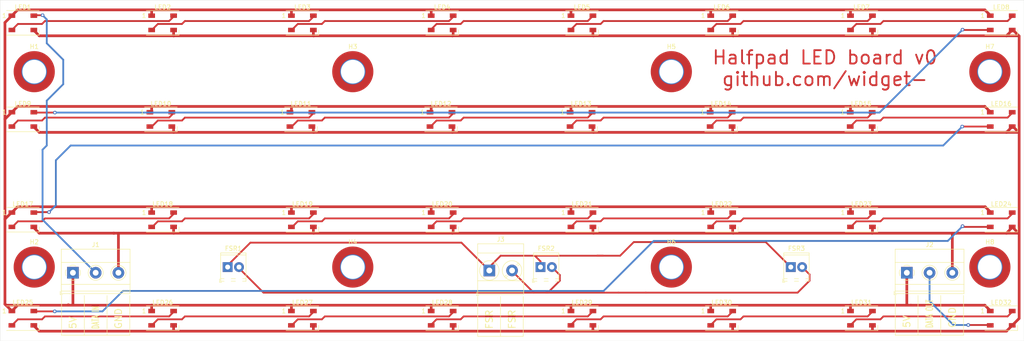
<source format=kicad_pcb>
(kicad_pcb (version 20171130) (host pcbnew "(5.1.10)-1")

  (general
    (thickness 1.6)
    (drawings 28)
    (tracks 411)
    (zones 0)
    (modules 46)
    (nets 38)
  )

  (page A4)
  (layers
    (0 F.Cu signal)
    (31 B.Cu signal)
    (32 B.Adhes user)
    (33 F.Adhes user)
    (34 B.Paste user)
    (35 F.Paste user)
    (36 B.SilkS user)
    (37 F.SilkS user)
    (38 B.Mask user)
    (39 F.Mask user)
    (40 Dwgs.User user)
    (41 Cmts.User user)
    (42 Eco1.User user)
    (43 Eco2.User user)
    (44 Edge.Cuts user)
    (45 Margin user)
    (46 B.CrtYd user)
    (47 F.CrtYd user)
    (48 B.Fab user)
    (49 F.Fab user)
  )

  (setup
    (last_trace_width 0.25)
    (trace_clearance 0.2)
    (zone_clearance 0.508)
    (zone_45_only no)
    (trace_min 0.2)
    (via_size 0.8)
    (via_drill 0.4)
    (via_min_size 0.4)
    (via_min_drill 0.3)
    (uvia_size 0.3)
    (uvia_drill 0.1)
    (uvias_allowed no)
    (uvia_min_size 0.2)
    (uvia_min_drill 0.1)
    (edge_width 0.05)
    (segment_width 0.2)
    (pcb_text_width 0.3)
    (pcb_text_size 1.5 1.5)
    (mod_edge_width 0.12)
    (mod_text_size 1 1)
    (mod_text_width 0.15)
    (pad_size 1.524 1.524)
    (pad_drill 0.762)
    (pad_to_mask_clearance 0)
    (aux_axis_origin 0 0)
    (visible_elements FFFFFF7F)
    (pcbplotparams
      (layerselection 0x010fc_ffffffff)
      (usegerberextensions false)
      (usegerberattributes true)
      (usegerberadvancedattributes true)
      (creategerberjobfile true)
      (excludeedgelayer true)
      (linewidth 0.100000)
      (plotframeref false)
      (viasonmask false)
      (mode 1)
      (useauxorigin false)
      (hpglpennumber 1)
      (hpglpenspeed 20)
      (hpglpendiameter 15.000000)
      (psnegative false)
      (psa4output false)
      (plotreference true)
      (plotvalue true)
      (plotinvisibletext false)
      (padsonsilk false)
      (subtractmaskfromsilk false)
      (outputformat 1)
      (mirror false)
      (drillshape 0)
      (scaleselection 1)
      (outputdirectory "gerbers/"))
  )

  (net 0 "")
  (net 1 "Net-(FSR1-Pad2)")
  (net 2 "Net-(FSR1-Pad1)")
  (net 3 GND)
  (net 4 /D_IN)
  (net 5 +5V)
  (net 6 /D_OUT)
  (net 7 "Net-(LED1-Pad2)")
  (net 8 "Net-(LED2-Pad2)")
  (net 9 "Net-(LED3-Pad2)")
  (net 10 "Net-(LED4-Pad2)")
  (net 11 "Net-(LED5-Pad2)")
  (net 12 "Net-(LED6-Pad2)")
  (net 13 "Net-(LED7-Pad2)")
  (net 14 "Net-(LED8-Pad2)")
  (net 15 "Net-(LED10-Pad4)")
  (net 16 "Net-(LED10-Pad2)")
  (net 17 "Net-(LED11-Pad2)")
  (net 18 "Net-(LED12-Pad2)")
  (net 19 "Net-(LED13-Pad2)")
  (net 20 "Net-(LED14-Pad2)")
  (net 21 "Net-(LED15-Pad2)")
  (net 22 "Net-(LED16-Pad2)")
  (net 23 "Net-(LED17-Pad2)")
  (net 24 "Net-(LED18-Pad2)")
  (net 25 "Net-(LED19-Pad2)")
  (net 26 "Net-(LED20-Pad2)")
  (net 27 "Net-(LED21-Pad2)")
  (net 28 "Net-(LED22-Pad2)")
  (net 29 "Net-(LED23-Pad2)")
  (net 30 "Net-(LED24-Pad2)")
  (net 31 "Net-(LED25-Pad2)")
  (net 32 "Net-(LED26-Pad2)")
  (net 33 "Net-(LED27-Pad2)")
  (net 34 "Net-(LED28-Pad2)")
  (net 35 "Net-(LED29-Pad2)")
  (net 36 "Net-(LED30-Pad2)")
  (net 37 "Net-(LED31-Pad2)")

  (net_class Default "This is the default net class."
    (clearance 0.2)
    (trace_width 0.25)
    (via_dia 0.8)
    (via_drill 0.4)
    (uvia_dia 0.3)
    (uvia_drill 0.1)
  )

  (net_class "Big signal" ""
    (clearance 0.2)
    (trace_width 0.4)
    (via_dia 0.8)
    (via_drill 0.4)
    (uvia_dia 0.3)
    (uvia_drill 0.1)
    (add_net /D_IN)
    (add_net /D_OUT)
    (add_net "Net-(FSR1-Pad1)")
    (add_net "Net-(FSR1-Pad2)")
    (add_net "Net-(LED1-Pad2)")
    (add_net "Net-(LED10-Pad2)")
    (add_net "Net-(LED10-Pad4)")
    (add_net "Net-(LED11-Pad2)")
    (add_net "Net-(LED12-Pad2)")
    (add_net "Net-(LED13-Pad2)")
    (add_net "Net-(LED14-Pad2)")
    (add_net "Net-(LED15-Pad2)")
    (add_net "Net-(LED16-Pad2)")
    (add_net "Net-(LED17-Pad2)")
    (add_net "Net-(LED18-Pad2)")
    (add_net "Net-(LED19-Pad2)")
    (add_net "Net-(LED2-Pad2)")
    (add_net "Net-(LED20-Pad2)")
    (add_net "Net-(LED21-Pad2)")
    (add_net "Net-(LED22-Pad2)")
    (add_net "Net-(LED23-Pad2)")
    (add_net "Net-(LED24-Pad2)")
    (add_net "Net-(LED25-Pad2)")
    (add_net "Net-(LED26-Pad2)")
    (add_net "Net-(LED27-Pad2)")
    (add_net "Net-(LED28-Pad2)")
    (add_net "Net-(LED29-Pad2)")
    (add_net "Net-(LED3-Pad2)")
    (add_net "Net-(LED30-Pad2)")
    (add_net "Net-(LED31-Pad2)")
    (add_net "Net-(LED4-Pad2)")
    (add_net "Net-(LED5-Pad2)")
    (add_net "Net-(LED6-Pad2)")
    (add_net "Net-(LED7-Pad2)")
    (add_net "Net-(LED8-Pad2)")
  )

  (net_class Power ""
    (clearance 0.5)
    (trace_width 0.6)
    (via_dia 0.8)
    (via_drill 0.4)
    (uvia_dia 0.3)
    (uvia_drill 0.1)
    (add_net +5V)
    (add_net GND)
  )

  (module MountingHole:MountingHole_5.3mm_M5_DIN965_Pad_TopOnly (layer F.Cu) (tedit 56D1B4CB) (tstamp 60BA6BF1)
    (at 220.98 59.69)
    (descr "Mounting Hole 5.3mm, M5, DIN965")
    (tags "mounting hole 5.3mm m5 din965")
    (path /61750FC8)
    (attr virtual)
    (fp_text reference H8 (at 0 -5.6) (layer F.SilkS)
      (effects (font (size 1 1) (thickness 0.15)))
    )
    (fp_text value MountingHole (at 0 5.6) (layer F.Fab)
      (effects (font (size 1 1) (thickness 0.15)))
    )
    (fp_text user %R (at 0.3 0) (layer F.Fab)
      (effects (font (size 1 1) (thickness 0.15)))
    )
    (fp_circle (center 0 0) (end 4.6 0) (layer Cmts.User) (width 0.15))
    (fp_circle (center 0 0) (end 4.85 0) (layer F.CrtYd) (width 0.05))
    (pad 1 connect circle (at 0 0) (size 9.2 9.2) (layers F.Cu F.Mask))
    (pad 1 thru_hole circle (at 0 0) (size 5.7 5.7) (drill 5.3) (layers *.Cu *.Mask))
  )

  (module MountingHole:MountingHole_5.3mm_M5_DIN965_Pad_TopOnly (layer F.Cu) (tedit 56D1B4CB) (tstamp 60BA6BE1)
    (at 220.98 16.002)
    (descr "Mounting Hole 5.3mm, M5, DIN965")
    (tags "mounting hole 5.3mm m5 din965")
    (path /6173E230)
    (attr virtual)
    (fp_text reference H7 (at 0 -5.6) (layer F.SilkS)
      (effects (font (size 1 1) (thickness 0.15)))
    )
    (fp_text value MountingHole (at 0 5.6) (layer F.Fab)
      (effects (font (size 1 1) (thickness 0.15)))
    )
    (fp_text user %R (at 0.3 0) (layer F.Fab)
      (effects (font (size 1 1) (thickness 0.15)))
    )
    (fp_circle (center 0 0) (end 4.6 0) (layer Cmts.User) (width 0.15))
    (fp_circle (center 0 0) (end 4.85 0) (layer F.CrtYd) (width 0.05))
    (pad 1 connect circle (at 0 0) (size 9.2 9.2) (layers F.Cu F.Mask))
    (pad 1 thru_hole circle (at 0 0) (size 5.7 5.7) (drill 5.3) (layers *.Cu *.Mask))
  )

  (module MountingHole:MountingHole_5.3mm_M5_DIN965_Pad_TopOnly (layer F.Cu) (tedit 56D1B4CB) (tstamp 60BA6BD1)
    (at 149.86 59.69)
    (descr "Mounting Hole 5.3mm, M5, DIN965")
    (tags "mounting hole 5.3mm m5 din965")
    (path /61750FC2)
    (attr virtual)
    (fp_text reference H6 (at 0 -5.6) (layer F.SilkS)
      (effects (font (size 1 1) (thickness 0.15)))
    )
    (fp_text value MountingHole (at 0 5.6) (layer F.Fab)
      (effects (font (size 1 1) (thickness 0.15)))
    )
    (fp_text user %R (at 0.3 0) (layer F.Fab)
      (effects (font (size 1 1) (thickness 0.15)))
    )
    (fp_circle (center 0 0) (end 4.6 0) (layer Cmts.User) (width 0.15))
    (fp_circle (center 0 0) (end 4.85 0) (layer F.CrtYd) (width 0.05))
    (pad 1 connect circle (at 0 0) (size 9.2 9.2) (layers F.Cu F.Mask))
    (pad 1 thru_hole circle (at 0 0) (size 5.7 5.7) (drill 5.3) (layers *.Cu *.Mask))
  )

  (module MountingHole:MountingHole_5.3mm_M5_DIN965_Pad_TopOnly (layer F.Cu) (tedit 56D1B4CB) (tstamp 60BA6BC1)
    (at 149.86 16.002)
    (descr "Mounting Hole 5.3mm, M5, DIN965")
    (tags "mounting hole 5.3mm m5 din965")
    (path /6173E22A)
    (attr virtual)
    (fp_text reference H5 (at 0 -5.6) (layer F.SilkS)
      (effects (font (size 1 1) (thickness 0.15)))
    )
    (fp_text value MountingHole (at 0 5.6) (layer F.Fab)
      (effects (font (size 1 1) (thickness 0.15)))
    )
    (fp_text user %R (at 0.3 0) (layer F.Fab)
      (effects (font (size 1 1) (thickness 0.15)))
    )
    (fp_circle (center 0 0) (end 4.6 0) (layer Cmts.User) (width 0.15))
    (fp_circle (center 0 0) (end 4.85 0) (layer F.CrtYd) (width 0.05))
    (pad 1 connect circle (at 0 0) (size 9.2 9.2) (layers F.Cu F.Mask))
    (pad 1 thru_hole circle (at 0 0) (size 5.7 5.7) (drill 5.3) (layers *.Cu *.Mask))
  )

  (module MountingHole:MountingHole_5.3mm_M5_DIN965_Pad_TopOnly (layer F.Cu) (tedit 56D1B4CB) (tstamp 60BA6BB1)
    (at 78.74 59.69)
    (descr "Mounting Hole 5.3mm, M5, DIN965")
    (tags "mounting hole 5.3mm m5 din965")
    (path /61750FBC)
    (attr virtual)
    (fp_text reference H4 (at 0 -5.6) (layer F.SilkS)
      (effects (font (size 1 1) (thickness 0.15)))
    )
    (fp_text value MountingHole (at 0 5.6) (layer F.Fab)
      (effects (font (size 1 1) (thickness 0.15)))
    )
    (fp_text user %R (at 0.3 0) (layer F.Fab)
      (effects (font (size 1 1) (thickness 0.15)))
    )
    (fp_circle (center 0 0) (end 4.6 0) (layer Cmts.User) (width 0.15))
    (fp_circle (center 0 0) (end 4.85 0) (layer F.CrtYd) (width 0.05))
    (pad 1 connect circle (at 0 0) (size 9.2 9.2) (layers F.Cu F.Mask))
    (pad 1 thru_hole circle (at 0 0) (size 5.7 5.7) (drill 5.3) (layers *.Cu *.Mask))
  )

  (module MountingHole:MountingHole_5.3mm_M5_DIN965_Pad_TopOnly (layer F.Cu) (tedit 56D1B4CB) (tstamp 60BA6BA1)
    (at 78.74 16.002)
    (descr "Mounting Hole 5.3mm, M5, DIN965")
    (tags "mounting hole 5.3mm m5 din965")
    (path /6172CE36)
    (attr virtual)
    (fp_text reference H3 (at 0 -5.6) (layer F.SilkS)
      (effects (font (size 1 1) (thickness 0.15)))
    )
    (fp_text value MountingHole (at 0 5.6) (layer F.Fab)
      (effects (font (size 1 1) (thickness 0.15)))
    )
    (fp_text user %R (at 0.3 0) (layer F.Fab)
      (effects (font (size 1 1) (thickness 0.15)))
    )
    (fp_circle (center 0 0) (end 4.6 0) (layer Cmts.User) (width 0.15))
    (fp_circle (center 0 0) (end 4.85 0) (layer F.CrtYd) (width 0.05))
    (pad 1 connect circle (at 0 0) (size 9.2 9.2) (layers F.Cu F.Mask))
    (pad 1 thru_hole circle (at 0 0) (size 5.7 5.7) (drill 5.3) (layers *.Cu *.Mask))
  )

  (module MountingHole:MountingHole_5.3mm_M5_DIN965_Pad_TopOnly (layer F.Cu) (tedit 56D1B4CB) (tstamp 60BA6B91)
    (at 7.62 59.69)
    (descr "Mounting Hole 5.3mm, M5, DIN965")
    (tags "mounting hole 5.3mm m5 din965")
    (path /61750FB6)
    (attr virtual)
    (fp_text reference H2 (at 0 -5.6) (layer F.SilkS)
      (effects (font (size 1 1) (thickness 0.15)))
    )
    (fp_text value MountingHole (at 0 5.6) (layer F.Fab)
      (effects (font (size 1 1) (thickness 0.15)))
    )
    (fp_text user %R (at 0.3 0) (layer F.Fab)
      (effects (font (size 1 1) (thickness 0.15)))
    )
    (fp_circle (center 0 0) (end 4.6 0) (layer Cmts.User) (width 0.15))
    (fp_circle (center 0 0) (end 4.85 0) (layer F.CrtYd) (width 0.05))
    (pad 1 connect circle (at 0 0) (size 9.2 9.2) (layers F.Cu F.Mask))
    (pad 1 thru_hole circle (at 0 0) (size 5.7 5.7) (drill 5.3) (layers *.Cu *.Mask))
  )

  (module MountingHole:MountingHole_5.3mm_M5_DIN965_Pad_TopOnly (layer F.Cu) (tedit 56D1B4CB) (tstamp 60BA855D)
    (at 7.62 16.002)
    (descr "Mounting Hole 5.3mm, M5, DIN965")
    (tags "mounting hole 5.3mm m5 din965")
    (path /6172C365)
    (attr virtual)
    (fp_text reference H1 (at 0 -5.6) (layer F.SilkS)
      (effects (font (size 1 1) (thickness 0.15)))
    )
    (fp_text value MountingHole (at 0 5.6) (layer F.Fab)
      (effects (font (size 1 1) (thickness 0.15)))
    )
    (fp_text user %R (at 0.3 0) (layer F.Fab)
      (effects (font (size 1 1) (thickness 0.15)))
    )
    (fp_circle (center 0 0) (end 4.6 0) (layer Cmts.User) (width 0.15))
    (fp_circle (center 0 0) (end 4.85 0) (layer F.CrtYd) (width 0.05))
    (pad 1 connect circle (at 0 0) (size 9.2 9.2) (layers F.Cu F.Mask))
    (pad 1 thru_hole circle (at 0 0) (size 5.7 5.7) (drill 5.3) (layers *.Cu *.Mask))
  )

  (module TerminalBlock_Phoenix:TerminalBlock_Phoenix_MPT-0,5-2-2.54_1x02_P2.54mm_Horizontal (layer F.Cu) (tedit 5B294F98) (tstamp 60BA5A12)
    (at 120.65 59.69)
    (descr "Terminal Block Phoenix MPT-0,5-2-2.54, 2 pins, pitch 2.54mm, size 5.54x6.2mm^2, drill diamater 1.1mm, pad diameter 2.2mm, see http://www.mouser.com/ds/2/324/ItemDetail_1725656-920552.pdf, script-generated using https://github.com/pointhi/kicad-footprint-generator/scripts/TerminalBlock_Phoenix")
    (tags "THT Terminal Block Phoenix MPT-0,5-2-2.54 pitch 2.54mm size 5.54x6.2mm^2 drill 1.1mm pad 2.2mm")
    (path /611AEFB2)
    (fp_text reference FSR2 (at 1.27 -4.16) (layer F.SilkS)
      (effects (font (size 1 1) (thickness 0.15)))
    )
    (fp_text value Screw_Terminal_01x02 (at 1.27 4.16) (layer F.Fab)
      (effects (font (size 1 1) (thickness 0.15)))
    )
    (fp_text user %R (at 1.27 2) (layer F.Fab)
      (effects (font (size 1 1) (thickness 0.15)))
    )
    (fp_circle (center 0 0) (end 1.1 0) (layer F.Fab) (width 0.1))
    (fp_circle (center 2.54 0) (end 3.64 0) (layer F.Fab) (width 0.1))
    (fp_line (start -1.5 -3.1) (end 4.04 -3.1) (layer F.Fab) (width 0.1))
    (fp_line (start 4.04 -3.1) (end 4.04 3.1) (layer F.Fab) (width 0.1))
    (fp_line (start 4.04 3.1) (end -1 3.1) (layer F.Fab) (width 0.1))
    (fp_line (start -1 3.1) (end -1.5 2.6) (layer F.Fab) (width 0.1))
    (fp_line (start -1.5 2.6) (end -1.5 -3.1) (layer F.Fab) (width 0.1))
    (fp_line (start -1.5 2.6) (end 4.04 2.6) (layer F.Fab) (width 0.1))
    (fp_line (start -1.56 2.6) (end -0.79 2.6) (layer F.SilkS) (width 0.12))
    (fp_line (start 0.79 2.6) (end 1.75 2.6) (layer F.SilkS) (width 0.12))
    (fp_line (start 3.33 2.6) (end 4.1 2.6) (layer F.SilkS) (width 0.12))
    (fp_line (start -1.5 -2.7) (end 4.04 -2.7) (layer F.Fab) (width 0.1))
    (fp_line (start -1.56 -2.7) (end 4.1 -2.7) (layer F.SilkS) (width 0.12))
    (fp_line (start -1.56 -3.16) (end 4.1 -3.16) (layer F.SilkS) (width 0.12))
    (fp_line (start -1.56 3.16) (end -0.79 3.16) (layer F.SilkS) (width 0.12))
    (fp_line (start 0.79 3.16) (end 1.75 3.16) (layer F.SilkS) (width 0.12))
    (fp_line (start 3.33 3.16) (end 4.1 3.16) (layer F.SilkS) (width 0.12))
    (fp_line (start -1.56 -3.16) (end -1.56 3.16) (layer F.SilkS) (width 0.12))
    (fp_line (start 4.1 -3.16) (end 4.1 3.16) (layer F.SilkS) (width 0.12))
    (fp_line (start 0.835 -0.7) (end -0.701 0.835) (layer F.Fab) (width 0.1))
    (fp_line (start 0.701 -0.835) (end -0.835 0.7) (layer F.Fab) (width 0.1))
    (fp_line (start 3.375 -0.7) (end 1.84 0.835) (layer F.Fab) (width 0.1))
    (fp_line (start 3.241 -0.835) (end 1.706 0.7) (layer F.Fab) (width 0.1))
    (fp_line (start -1.8 2.66) (end -1.8 3.4) (layer F.SilkS) (width 0.12))
    (fp_line (start -1.8 3.4) (end -1.3 3.4) (layer F.SilkS) (width 0.12))
    (fp_line (start -2 -3.6) (end -2 3.6) (layer F.CrtYd) (width 0.05))
    (fp_line (start -2 3.6) (end 4.54 3.6) (layer F.CrtYd) (width 0.05))
    (fp_line (start 4.54 3.6) (end 4.54 -3.6) (layer F.CrtYd) (width 0.05))
    (fp_line (start 4.54 -3.6) (end -2 -3.6) (layer F.CrtYd) (width 0.05))
    (pad "" np_thru_hole circle (at 2.54 2.54) (size 1.1 1.1) (drill 1.1) (layers *.Cu *.Mask))
    (pad 2 thru_hole circle (at 2.54 0) (size 2.2 2.2) (drill 1.1) (layers *.Cu *.Mask)
      (net 1 "Net-(FSR1-Pad2)"))
    (pad "" np_thru_hole circle (at 0 2.54) (size 1.1 1.1) (drill 1.1) (layers *.Cu *.Mask))
    (pad 1 thru_hole rect (at 0 0) (size 2.2 2.2) (drill 1.1) (layers *.Cu *.Mask)
      (net 2 "Net-(FSR1-Pad1)"))
    (model ${KISYS3DMOD}/TerminalBlock_Phoenix.3dshapes/TerminalBlock_Phoenix_MPT-0,5-2-2.54_1x02_P2.54mm_Horizontal.wrl
      (at (xyz 0 0 0))
      (scale (xyz 1 1 1))
      (rotate (xyz 0 0 0))
    )
  )

  (module TerminalBlock_Phoenix:TerminalBlock_Phoenix_MKDS-3-2-5.08_1x02_P5.08mm_Horizontal (layer F.Cu) (tedit 5B294F11) (tstamp 60B991A3)
    (at 109.22 60.452)
    (descr "Terminal Block Phoenix MKDS-3-2-5.08, 2 pins, pitch 5.08mm, size 10.2x11.2mm^2, drill diamater 1.3mm, pad diameter 2.6mm, see http://www.farnell.com/datasheets/2138224.pdf, script-generated using https://github.com/pointhi/kicad-footprint-generator/scripts/TerminalBlock_Phoenix")
    (tags "THT Terminal Block Phoenix MKDS-3-2-5.08 pitch 5.08mm size 10.2x11.2mm^2 drill 1.3mm pad 2.6mm")
    (path /60B959C6)
    (fp_text reference J3 (at 2.54 -6.96) (layer F.SilkS)
      (effects (font (size 1 1) (thickness 0.15)))
    )
    (fp_text value Screw_Terminal_01x02 (at 2.54 6.36) (layer F.Fab)
      (effects (font (size 1 1) (thickness 0.15)))
    )
    (fp_text user %R (at 2.54 3.1) (layer F.Fab)
      (effects (font (size 1 1) (thickness 0.15)))
    )
    (fp_circle (center 0 0) (end 2 0) (layer F.Fab) (width 0.1))
    (fp_circle (center 0 0) (end 2.18 0) (layer F.SilkS) (width 0.12))
    (fp_circle (center 5.08 0) (end 7.08 0) (layer F.Fab) (width 0.1))
    (fp_circle (center 5.08 0) (end 7.26 0) (layer F.SilkS) (width 0.12))
    (fp_line (start -2.54 -5.9) (end 7.62 -5.9) (layer F.Fab) (width 0.1))
    (fp_line (start 7.62 -5.9) (end 7.62 5.3) (layer F.Fab) (width 0.1))
    (fp_line (start 7.62 5.3) (end -2.04 5.3) (layer F.Fab) (width 0.1))
    (fp_line (start -2.04 5.3) (end -2.54 4.8) (layer F.Fab) (width 0.1))
    (fp_line (start -2.54 4.8) (end -2.54 -5.9) (layer F.Fab) (width 0.1))
    (fp_line (start -2.54 4.8) (end 7.62 4.8) (layer F.Fab) (width 0.1))
    (fp_line (start -2.6 4.8) (end 7.68 4.8) (layer F.SilkS) (width 0.12))
    (fp_line (start -2.54 2.3) (end 7.62 2.3) (layer F.Fab) (width 0.1))
    (fp_line (start -2.6 2.3) (end 7.68 2.3) (layer F.SilkS) (width 0.12))
    (fp_line (start -2.54 -3.9) (end 7.62 -3.9) (layer F.Fab) (width 0.1))
    (fp_line (start -2.6 -3.9) (end 7.68 -3.9) (layer F.SilkS) (width 0.12))
    (fp_line (start -2.6 -5.96) (end 7.68 -5.96) (layer F.SilkS) (width 0.12))
    (fp_line (start -2.6 5.36) (end 7.68 5.36) (layer F.SilkS) (width 0.12))
    (fp_line (start -2.6 -5.96) (end -2.6 5.36) (layer F.SilkS) (width 0.12))
    (fp_line (start 7.68 -5.96) (end 7.68 5.36) (layer F.SilkS) (width 0.12))
    (fp_line (start 1.517 -1.273) (end -1.273 1.517) (layer F.Fab) (width 0.1))
    (fp_line (start 1.273 -1.517) (end -1.517 1.273) (layer F.Fab) (width 0.1))
    (fp_line (start 1.654 -1.388) (end 1.547 -1.281) (layer F.SilkS) (width 0.12))
    (fp_line (start -1.282 1.547) (end -1.388 1.654) (layer F.SilkS) (width 0.12))
    (fp_line (start 1.388 -1.654) (end 1.281 -1.547) (layer F.SilkS) (width 0.12))
    (fp_line (start -1.548 1.281) (end -1.654 1.388) (layer F.SilkS) (width 0.12))
    (fp_line (start 6.597 -1.273) (end 3.808 1.517) (layer F.Fab) (width 0.1))
    (fp_line (start 6.353 -1.517) (end 3.564 1.273) (layer F.Fab) (width 0.1))
    (fp_line (start 6.734 -1.388) (end 6.339 -0.992) (layer F.SilkS) (width 0.12))
    (fp_line (start 4.073 1.274) (end 3.693 1.654) (layer F.SilkS) (width 0.12))
    (fp_line (start 6.468 -1.654) (end 6.088 -1.274) (layer F.SilkS) (width 0.12))
    (fp_line (start 3.822 0.992) (end 3.427 1.388) (layer F.SilkS) (width 0.12))
    (fp_line (start -2.84 4.86) (end -2.84 5.6) (layer F.SilkS) (width 0.12))
    (fp_line (start -2.84 5.6) (end -2.34 5.6) (layer F.SilkS) (width 0.12))
    (fp_line (start -3.04 -6.4) (end -3.04 5.8) (layer F.CrtYd) (width 0.05))
    (fp_line (start -3.04 5.8) (end 8.13 5.8) (layer F.CrtYd) (width 0.05))
    (fp_line (start 8.13 5.8) (end 8.13 -6.4) (layer F.CrtYd) (width 0.05))
    (fp_line (start 8.13 -6.4) (end -3.04 -6.4) (layer F.CrtYd) (width 0.05))
    (pad 2 thru_hole circle (at 5.08 0) (size 2.6 2.6) (drill 1.3) (layers *.Cu *.Mask)
      (net 1 "Net-(FSR1-Pad2)"))
    (pad 1 thru_hole rect (at 0 0) (size 2.6 2.6) (drill 1.3) (layers *.Cu *.Mask)
      (net 2 "Net-(FSR1-Pad1)"))
    (model ${KISYS3DMOD}/TerminalBlock_Phoenix.3dshapes/TerminalBlock_Phoenix_MKDS-3-2-5.08_1x02_P5.08mm_Horizontal.wrl
      (at (xyz 0 0 0))
      (scale (xyz 1 1 1))
      (rotate (xyz 0 0 0))
    )
  )

  (module TerminalBlock_Phoenix:TerminalBlock_Phoenix_MPT-0,5-2-2.54_1x02_P2.54mm_Horizontal (layer F.Cu) (tedit 5B294F98) (tstamp 60B99104)
    (at 176.53 59.69)
    (descr "Terminal Block Phoenix MPT-0,5-2-2.54, 2 pins, pitch 2.54mm, size 5.54x6.2mm^2, drill diamater 1.1mm, pad diameter 2.2mm, see http://www.mouser.com/ds/2/324/ItemDetail_1725656-920552.pdf, script-generated using https://github.com/pointhi/kicad-footprint-generator/scripts/TerminalBlock_Phoenix")
    (tags "THT Terminal Block Phoenix MPT-0,5-2-2.54 pitch 2.54mm size 5.54x6.2mm^2 drill 1.1mm pad 2.2mm")
    (path /611BFE90)
    (fp_text reference FSR3 (at 1.27 -4.16) (layer F.SilkS)
      (effects (font (size 1 1) (thickness 0.15)))
    )
    (fp_text value Screw_Terminal_01x02 (at 1.27 4.16) (layer F.Fab)
      (effects (font (size 1 1) (thickness 0.15)))
    )
    (fp_text user %R (at 1.27 2) (layer F.Fab)
      (effects (font (size 1 1) (thickness 0.15)))
    )
    (fp_circle (center 0 0) (end 1.1 0) (layer F.Fab) (width 0.1))
    (fp_circle (center 2.54 0) (end 3.64 0) (layer F.Fab) (width 0.1))
    (fp_line (start -1.5 -3.1) (end 4.04 -3.1) (layer F.Fab) (width 0.1))
    (fp_line (start 4.04 -3.1) (end 4.04 3.1) (layer F.Fab) (width 0.1))
    (fp_line (start 4.04 3.1) (end -1 3.1) (layer F.Fab) (width 0.1))
    (fp_line (start -1 3.1) (end -1.5 2.6) (layer F.Fab) (width 0.1))
    (fp_line (start -1.5 2.6) (end -1.5 -3.1) (layer F.Fab) (width 0.1))
    (fp_line (start -1.5 2.6) (end 4.04 2.6) (layer F.Fab) (width 0.1))
    (fp_line (start -1.56 2.6) (end -0.79 2.6) (layer F.SilkS) (width 0.12))
    (fp_line (start 0.79 2.6) (end 1.75 2.6) (layer F.SilkS) (width 0.12))
    (fp_line (start 3.33 2.6) (end 4.1 2.6) (layer F.SilkS) (width 0.12))
    (fp_line (start -1.5 -2.7) (end 4.04 -2.7) (layer F.Fab) (width 0.1))
    (fp_line (start -1.56 -2.7) (end 4.1 -2.7) (layer F.SilkS) (width 0.12))
    (fp_line (start -1.56 -3.16) (end 4.1 -3.16) (layer F.SilkS) (width 0.12))
    (fp_line (start -1.56 3.16) (end -0.79 3.16) (layer F.SilkS) (width 0.12))
    (fp_line (start 0.79 3.16) (end 1.75 3.16) (layer F.SilkS) (width 0.12))
    (fp_line (start 3.33 3.16) (end 4.1 3.16) (layer F.SilkS) (width 0.12))
    (fp_line (start -1.56 -3.16) (end -1.56 3.16) (layer F.SilkS) (width 0.12))
    (fp_line (start 4.1 -3.16) (end 4.1 3.16) (layer F.SilkS) (width 0.12))
    (fp_line (start 0.835 -0.7) (end -0.701 0.835) (layer F.Fab) (width 0.1))
    (fp_line (start 0.701 -0.835) (end -0.835 0.7) (layer F.Fab) (width 0.1))
    (fp_line (start 3.375 -0.7) (end 1.84 0.835) (layer F.Fab) (width 0.1))
    (fp_line (start 3.241 -0.835) (end 1.706 0.7) (layer F.Fab) (width 0.1))
    (fp_line (start -1.8 2.66) (end -1.8 3.4) (layer F.SilkS) (width 0.12))
    (fp_line (start -1.8 3.4) (end -1.3 3.4) (layer F.SilkS) (width 0.12))
    (fp_line (start -2 -3.6) (end -2 3.6) (layer F.CrtYd) (width 0.05))
    (fp_line (start -2 3.6) (end 4.54 3.6) (layer F.CrtYd) (width 0.05))
    (fp_line (start 4.54 3.6) (end 4.54 -3.6) (layer F.CrtYd) (width 0.05))
    (fp_line (start 4.54 -3.6) (end -2 -3.6) (layer F.CrtYd) (width 0.05))
    (pad "" np_thru_hole circle (at 2.54 2.54) (size 1.1 1.1) (drill 1.1) (layers *.Cu *.Mask))
    (pad 2 thru_hole circle (at 2.54 0) (size 2.2 2.2) (drill 1.1) (layers *.Cu *.Mask)
      (net 1 "Net-(FSR1-Pad2)"))
    (pad "" np_thru_hole circle (at 0 2.54) (size 1.1 1.1) (drill 1.1) (layers *.Cu *.Mask))
    (pad 1 thru_hole rect (at 0 0) (size 2.2 2.2) (drill 1.1) (layers *.Cu *.Mask)
      (net 2 "Net-(FSR1-Pad1)"))
    (model ${KISYS3DMOD}/TerminalBlock_Phoenix.3dshapes/TerminalBlock_Phoenix_MPT-0,5-2-2.54_1x02_P2.54mm_Horizontal.wrl
      (at (xyz 0 0 0))
      (scale (xyz 1 1 1))
      (rotate (xyz 0 0 0))
    )
  )

  (module TerminalBlock_Phoenix:TerminalBlock_Phoenix_MPT-0,5-2-2.54_1x02_P2.54mm_Horizontal (layer F.Cu) (tedit 5B294F98) (tstamp 60B990C4)
    (at 50.8 59.69)
    (descr "Terminal Block Phoenix MPT-0,5-2-2.54, 2 pins, pitch 2.54mm, size 5.54x6.2mm^2, drill diamater 1.1mm, pad diameter 2.2mm, see http://www.mouser.com/ds/2/324/ItemDetail_1725656-920552.pdf, script-generated using https://github.com/pointhi/kicad-footprint-generator/scripts/TerminalBlock_Phoenix")
    (tags "THT Terminal Block Phoenix MPT-0,5-2-2.54 pitch 2.54mm size 5.54x6.2mm^2 drill 1.1mm pad 2.2mm")
    (path /610F9A76)
    (fp_text reference FSR1 (at 1.27 -4.16) (layer F.SilkS)
      (effects (font (size 1 1) (thickness 0.15)))
    )
    (fp_text value Screw_Terminal_01x02 (at 1.27 4.16) (layer F.Fab)
      (effects (font (size 1 1) (thickness 0.15)))
    )
    (fp_text user %R (at 1.27 2) (layer F.Fab)
      (effects (font (size 1 1) (thickness 0.15)))
    )
    (fp_circle (center 0 0) (end 1.1 0) (layer F.Fab) (width 0.1))
    (fp_circle (center 2.54 0) (end 3.64 0) (layer F.Fab) (width 0.1))
    (fp_line (start -1.5 -3.1) (end 4.04 -3.1) (layer F.Fab) (width 0.1))
    (fp_line (start 4.04 -3.1) (end 4.04 3.1) (layer F.Fab) (width 0.1))
    (fp_line (start 4.04 3.1) (end -1 3.1) (layer F.Fab) (width 0.1))
    (fp_line (start -1 3.1) (end -1.5 2.6) (layer F.Fab) (width 0.1))
    (fp_line (start -1.5 2.6) (end -1.5 -3.1) (layer F.Fab) (width 0.1))
    (fp_line (start -1.5 2.6) (end 4.04 2.6) (layer F.Fab) (width 0.1))
    (fp_line (start -1.56 2.6) (end -0.79 2.6) (layer F.SilkS) (width 0.12))
    (fp_line (start 0.79 2.6) (end 1.75 2.6) (layer F.SilkS) (width 0.12))
    (fp_line (start 3.33 2.6) (end 4.1 2.6) (layer F.SilkS) (width 0.12))
    (fp_line (start -1.5 -2.7) (end 4.04 -2.7) (layer F.Fab) (width 0.1))
    (fp_line (start -1.56 -2.7) (end 4.1 -2.7) (layer F.SilkS) (width 0.12))
    (fp_line (start -1.56 -3.16) (end 4.1 -3.16) (layer F.SilkS) (width 0.12))
    (fp_line (start -1.56 3.16) (end -0.79 3.16) (layer F.SilkS) (width 0.12))
    (fp_line (start 0.79 3.16) (end 1.75 3.16) (layer F.SilkS) (width 0.12))
    (fp_line (start 3.33 3.16) (end 4.1 3.16) (layer F.SilkS) (width 0.12))
    (fp_line (start -1.56 -3.16) (end -1.56 3.16) (layer F.SilkS) (width 0.12))
    (fp_line (start 4.1 -3.16) (end 4.1 3.16) (layer F.SilkS) (width 0.12))
    (fp_line (start 0.835 -0.7) (end -0.701 0.835) (layer F.Fab) (width 0.1))
    (fp_line (start 0.701 -0.835) (end -0.835 0.7) (layer F.Fab) (width 0.1))
    (fp_line (start 3.375 -0.7) (end 1.84 0.835) (layer F.Fab) (width 0.1))
    (fp_line (start 3.241 -0.835) (end 1.706 0.7) (layer F.Fab) (width 0.1))
    (fp_line (start -1.8 2.66) (end -1.8 3.4) (layer F.SilkS) (width 0.12))
    (fp_line (start -1.8 3.4) (end -1.3 3.4) (layer F.SilkS) (width 0.12))
    (fp_line (start -2 -3.6) (end -2 3.6) (layer F.CrtYd) (width 0.05))
    (fp_line (start -2 3.6) (end 4.54 3.6) (layer F.CrtYd) (width 0.05))
    (fp_line (start 4.54 3.6) (end 4.54 -3.6) (layer F.CrtYd) (width 0.05))
    (fp_line (start 4.54 -3.6) (end -2 -3.6) (layer F.CrtYd) (width 0.05))
    (pad "" np_thru_hole circle (at 2.54 2.54) (size 1.1 1.1) (drill 1.1) (layers *.Cu *.Mask))
    (pad 2 thru_hole circle (at 2.54 0) (size 2.2 2.2) (drill 1.1) (layers *.Cu *.Mask)
      (net 1 "Net-(FSR1-Pad2)"))
    (pad "" np_thru_hole circle (at 0 2.54) (size 1.1 1.1) (drill 1.1) (layers *.Cu *.Mask))
    (pad 1 thru_hole rect (at 0 0) (size 2.2 2.2) (drill 1.1) (layers *.Cu *.Mask)
      (net 2 "Net-(FSR1-Pad1)"))
    (model ${KISYS3DMOD}/TerminalBlock_Phoenix.3dshapes/TerminalBlock_Phoenix_MPT-0,5-2-2.54_1x02_P2.54mm_Horizontal.wrl
      (at (xyz 0 0 0))
      (scale (xyz 1 1 1))
      (rotate (xyz 0 0 0))
    )
  )

  (module LED_SMD:LED_WS2812B_PLCC4_5.0x5.0mm_P3.2mm placed (layer F.Cu) (tedit 5AA4B285) (tstamp 60B993C9)
    (at 129.902856 49.106666)
    (descr https://cdn-shop.adafruit.com/datasheets/WS2812B.pdf)
    (tags "LED RGB NeoPixel")
    (path /60C3ABDB)
    (attr smd)
    (fp_text reference LED21 (at 0 -3.5) (layer F.SilkS)
      (effects (font (size 1 1) (thickness 0.15)))
    )
    (fp_text value WS2812B (at 0 4) (layer F.Fab)
      (effects (font (size 1 1) (thickness 0.15)))
    )
    (fp_text user %R (at 0 0) (layer F.Fab)
      (effects (font (size 0.8 0.8) (thickness 0.15)))
    )
    (fp_text user 1 (at -4.15 -1.6) (layer F.SilkS)
      (effects (font (size 1 1) (thickness 0.15)))
    )
    (fp_line (start 3.45 -2.75) (end -3.45 -2.75) (layer F.CrtYd) (width 0.05))
    (fp_line (start 3.45 2.75) (end 3.45 -2.75) (layer F.CrtYd) (width 0.05))
    (fp_line (start -3.45 2.75) (end 3.45 2.75) (layer F.CrtYd) (width 0.05))
    (fp_line (start -3.45 -2.75) (end -3.45 2.75) (layer F.CrtYd) (width 0.05))
    (fp_line (start 2.5 1.5) (end 1.5 2.5) (layer F.Fab) (width 0.1))
    (fp_line (start -2.5 -2.5) (end -2.5 2.5) (layer F.Fab) (width 0.1))
    (fp_line (start -2.5 2.5) (end 2.5 2.5) (layer F.Fab) (width 0.1))
    (fp_line (start 2.5 2.5) (end 2.5 -2.5) (layer F.Fab) (width 0.1))
    (fp_line (start 2.5 -2.5) (end -2.5 -2.5) (layer F.Fab) (width 0.1))
    (fp_line (start -3.65 -2.75) (end 3.65 -2.75) (layer F.SilkS) (width 0.12))
    (fp_line (start -3.65 2.75) (end 3.65 2.75) (layer F.SilkS) (width 0.12))
    (fp_line (start 3.65 2.75) (end 3.65 1.6) (layer F.SilkS) (width 0.12))
    (fp_circle (center 0 0) (end 0 -2) (layer F.Fab) (width 0.1))
    (pad 1 smd rect (at -2.45 -1.6) (size 1.5 1) (layers F.Cu F.Paste F.Mask)
      (net 5 +5V))
    (pad 2 smd rect (at -2.45 1.6) (size 1.5 1) (layers F.Cu F.Paste F.Mask)
      (net 27 "Net-(LED21-Pad2)"))
    (pad 4 smd rect (at 2.45 -1.6) (size 1.5 1) (layers F.Cu F.Paste F.Mask)
      (net 26 "Net-(LED20-Pad2)"))
    (pad 3 smd rect (at 2.45 1.6) (size 1.5 1) (layers F.Cu F.Paste F.Mask)
      (net 3 GND))
    (model ${KISYS3DMOD}/LED_SMD.3dshapes/LED_WS2812B_PLCC4_5.0x5.0mm_P3.2mm.wrl
      (at (xyz 0 0 0))
      (scale (xyz 1 1 1))
      (rotate (xyz 0 0 0))
    )
  )

  (module LED_SMD:LED_WS2812B_PLCC4_5.0x5.0mm_P3.2mm placed (layer F.Cu) (tedit 5AA4B285) (tstamp 60B994C6)
    (at 223.52 71.12)
    (descr https://cdn-shop.adafruit.com/datasheets/WS2812B.pdf)
    (tags "LED RGB NeoPixel")
    (path /60C484D3)
    (attr smd)
    (fp_text reference LED32 (at 0 -3.5) (layer F.SilkS)
      (effects (font (size 1 1) (thickness 0.15)))
    )
    (fp_text value WS2812B (at 0 4) (layer F.Fab)
      (effects (font (size 1 1) (thickness 0.15)))
    )
    (fp_text user %R (at 0 0) (layer F.Fab)
      (effects (font (size 0.8 0.8) (thickness 0.15)))
    )
    (fp_text user 1 (at -4.15 -1.6) (layer F.SilkS)
      (effects (font (size 1 1) (thickness 0.15)))
    )
    (fp_line (start 3.45 -2.75) (end -3.45 -2.75) (layer F.CrtYd) (width 0.05))
    (fp_line (start 3.45 2.75) (end 3.45 -2.75) (layer F.CrtYd) (width 0.05))
    (fp_line (start -3.45 2.75) (end 3.45 2.75) (layer F.CrtYd) (width 0.05))
    (fp_line (start -3.45 -2.75) (end -3.45 2.75) (layer F.CrtYd) (width 0.05))
    (fp_line (start 2.5 1.5) (end 1.5 2.5) (layer F.Fab) (width 0.1))
    (fp_line (start -2.5 -2.5) (end -2.5 2.5) (layer F.Fab) (width 0.1))
    (fp_line (start -2.5 2.5) (end 2.5 2.5) (layer F.Fab) (width 0.1))
    (fp_line (start 2.5 2.5) (end 2.5 -2.5) (layer F.Fab) (width 0.1))
    (fp_line (start 2.5 -2.5) (end -2.5 -2.5) (layer F.Fab) (width 0.1))
    (fp_line (start -3.65 -2.75) (end 3.65 -2.75) (layer F.SilkS) (width 0.12))
    (fp_line (start -3.65 2.75) (end 3.65 2.75) (layer F.SilkS) (width 0.12))
    (fp_line (start 3.65 2.75) (end 3.65 1.6) (layer F.SilkS) (width 0.12))
    (fp_circle (center 0 0) (end 0 -2) (layer F.Fab) (width 0.1))
    (pad 1 smd rect (at -2.45 -1.6) (size 1.5 1) (layers F.Cu F.Paste F.Mask)
      (net 5 +5V))
    (pad 2 smd rect (at -2.45 1.6) (size 1.5 1) (layers F.Cu F.Paste F.Mask)
      (net 6 /D_OUT))
    (pad 4 smd rect (at 2.45 -1.6) (size 1.5 1) (layers F.Cu F.Paste F.Mask)
      (net 37 "Net-(LED31-Pad2)"))
    (pad 3 smd rect (at 2.45 1.6) (size 1.5 1) (layers F.Cu F.Paste F.Mask)
      (net 3 GND))
    (model ${KISYS3DMOD}/LED_SMD.3dshapes/LED_WS2812B_PLCC4_5.0x5.0mm_P3.2mm.wrl
      (at (xyz 0 0 0))
      (scale (xyz 1 1 1))
      (rotate (xyz 0 0 0))
    )
  )

  (module LED_SMD:LED_WS2812B_PLCC4_5.0x5.0mm_P3.2mm placed (layer F.Cu) (tedit 5AA4B285) (tstamp 60B994AF)
    (at 192.314284 71.12)
    (descr https://cdn-shop.adafruit.com/datasheets/WS2812B.pdf)
    (tags "LED RGB NeoPixel")
    (path /60C484CD)
    (attr smd)
    (fp_text reference LED31 (at 0 -3.5) (layer F.SilkS)
      (effects (font (size 1 1) (thickness 0.15)))
    )
    (fp_text value WS2812B (at 0 4) (layer F.Fab)
      (effects (font (size 1 1) (thickness 0.15)))
    )
    (fp_text user %R (at 0 0) (layer F.Fab)
      (effects (font (size 0.8 0.8) (thickness 0.15)))
    )
    (fp_text user 1 (at -4.15 -1.6) (layer F.SilkS)
      (effects (font (size 1 1) (thickness 0.15)))
    )
    (fp_line (start 3.45 -2.75) (end -3.45 -2.75) (layer F.CrtYd) (width 0.05))
    (fp_line (start 3.45 2.75) (end 3.45 -2.75) (layer F.CrtYd) (width 0.05))
    (fp_line (start -3.45 2.75) (end 3.45 2.75) (layer F.CrtYd) (width 0.05))
    (fp_line (start -3.45 -2.75) (end -3.45 2.75) (layer F.CrtYd) (width 0.05))
    (fp_line (start 2.5 1.5) (end 1.5 2.5) (layer F.Fab) (width 0.1))
    (fp_line (start -2.5 -2.5) (end -2.5 2.5) (layer F.Fab) (width 0.1))
    (fp_line (start -2.5 2.5) (end 2.5 2.5) (layer F.Fab) (width 0.1))
    (fp_line (start 2.5 2.5) (end 2.5 -2.5) (layer F.Fab) (width 0.1))
    (fp_line (start 2.5 -2.5) (end -2.5 -2.5) (layer F.Fab) (width 0.1))
    (fp_line (start -3.65 -2.75) (end 3.65 -2.75) (layer F.SilkS) (width 0.12))
    (fp_line (start -3.65 2.75) (end 3.65 2.75) (layer F.SilkS) (width 0.12))
    (fp_line (start 3.65 2.75) (end 3.65 1.6) (layer F.SilkS) (width 0.12))
    (fp_circle (center 0 0) (end 0 -2) (layer F.Fab) (width 0.1))
    (pad 1 smd rect (at -2.45 -1.6) (size 1.5 1) (layers F.Cu F.Paste F.Mask)
      (net 5 +5V))
    (pad 2 smd rect (at -2.45 1.6) (size 1.5 1) (layers F.Cu F.Paste F.Mask)
      (net 37 "Net-(LED31-Pad2)"))
    (pad 4 smd rect (at 2.45 -1.6) (size 1.5 1) (layers F.Cu F.Paste F.Mask)
      (net 36 "Net-(LED30-Pad2)"))
    (pad 3 smd rect (at 2.45 1.6) (size 1.5 1) (layers F.Cu F.Paste F.Mask)
      (net 3 GND))
    (model ${KISYS3DMOD}/LED_SMD.3dshapes/LED_WS2812B_PLCC4_5.0x5.0mm_P3.2mm.wrl
      (at (xyz 0 0 0))
      (scale (xyz 1 1 1))
      (rotate (xyz 0 0 0))
    )
  )

  (module LED_SMD:LED_WS2812B_PLCC4_5.0x5.0mm_P3.2mm (layer F.Cu) (tedit 5AA4B285) (tstamp 60B99498)
    (at 161.10857 71.12)
    (descr https://cdn-shop.adafruit.com/datasheets/WS2812B.pdf)
    (tags "LED RGB NeoPixel")
    (path /60C484C7)
    (attr smd)
    (fp_text reference LED30 (at 0 -3.5) (layer F.SilkS)
      (effects (font (size 1 1) (thickness 0.15)))
    )
    (fp_text value WS2812B (at 0 4) (layer F.Fab)
      (effects (font (size 1 1) (thickness 0.15)))
    )
    (fp_text user %R (at 0 0) (layer F.Fab)
      (effects (font (size 0.8 0.8) (thickness 0.15)))
    )
    (fp_text user 1 (at -4.15 -1.6) (layer F.SilkS)
      (effects (font (size 1 1) (thickness 0.15)))
    )
    (fp_line (start 3.45 -2.75) (end -3.45 -2.75) (layer F.CrtYd) (width 0.05))
    (fp_line (start 3.45 2.75) (end 3.45 -2.75) (layer F.CrtYd) (width 0.05))
    (fp_line (start -3.45 2.75) (end 3.45 2.75) (layer F.CrtYd) (width 0.05))
    (fp_line (start -3.45 -2.75) (end -3.45 2.75) (layer F.CrtYd) (width 0.05))
    (fp_line (start 2.5 1.5) (end 1.5 2.5) (layer F.Fab) (width 0.1))
    (fp_line (start -2.5 -2.5) (end -2.5 2.5) (layer F.Fab) (width 0.1))
    (fp_line (start -2.5 2.5) (end 2.5 2.5) (layer F.Fab) (width 0.1))
    (fp_line (start 2.5 2.5) (end 2.5 -2.5) (layer F.Fab) (width 0.1))
    (fp_line (start 2.5 -2.5) (end -2.5 -2.5) (layer F.Fab) (width 0.1))
    (fp_line (start -3.65 -2.75) (end 3.65 -2.75) (layer F.SilkS) (width 0.12))
    (fp_line (start -3.65 2.75) (end 3.65 2.75) (layer F.SilkS) (width 0.12))
    (fp_line (start 3.65 2.75) (end 3.65 1.6) (layer F.SilkS) (width 0.12))
    (fp_circle (center 0 0) (end 0 -2) (layer F.Fab) (width 0.1))
    (pad 1 smd rect (at -2.45 -1.6) (size 1.5 1) (layers F.Cu F.Paste F.Mask)
      (net 5 +5V))
    (pad 2 smd rect (at -2.45 1.6) (size 1.5 1) (layers F.Cu F.Paste F.Mask)
      (net 36 "Net-(LED30-Pad2)"))
    (pad 4 smd rect (at 2.45 -1.6) (size 1.5 1) (layers F.Cu F.Paste F.Mask)
      (net 35 "Net-(LED29-Pad2)"))
    (pad 3 smd rect (at 2.45 1.6) (size 1.5 1) (layers F.Cu F.Paste F.Mask)
      (net 3 GND))
    (model ${KISYS3DMOD}/LED_SMD.3dshapes/LED_WS2812B_PLCC4_5.0x5.0mm_P3.2mm.wrl
      (at (xyz 0 0 0))
      (scale (xyz 1 1 1))
      (rotate (xyz 0 0 0))
    )
  )

  (module LED_SMD:LED_WS2812B_PLCC4_5.0x5.0mm_P3.2mm placed (layer F.Cu) (tedit 5AA4B285) (tstamp 60B99481)
    (at 129.902856 71.12)
    (descr https://cdn-shop.adafruit.com/datasheets/WS2812B.pdf)
    (tags "LED RGB NeoPixel")
    (path /60C484C1)
    (attr smd)
    (fp_text reference LED29 (at 0 -3.5) (layer F.SilkS)
      (effects (font (size 1 1) (thickness 0.15)))
    )
    (fp_text value WS2812B (at 0 4) (layer F.Fab)
      (effects (font (size 1 1) (thickness 0.15)))
    )
    (fp_text user %R (at 0 0) (layer F.Fab)
      (effects (font (size 0.8 0.8) (thickness 0.15)))
    )
    (fp_text user 1 (at -4.15 -1.6) (layer F.SilkS)
      (effects (font (size 1 1) (thickness 0.15)))
    )
    (fp_line (start 3.45 -2.75) (end -3.45 -2.75) (layer F.CrtYd) (width 0.05))
    (fp_line (start 3.45 2.75) (end 3.45 -2.75) (layer F.CrtYd) (width 0.05))
    (fp_line (start -3.45 2.75) (end 3.45 2.75) (layer F.CrtYd) (width 0.05))
    (fp_line (start -3.45 -2.75) (end -3.45 2.75) (layer F.CrtYd) (width 0.05))
    (fp_line (start 2.5 1.5) (end 1.5 2.5) (layer F.Fab) (width 0.1))
    (fp_line (start -2.5 -2.5) (end -2.5 2.5) (layer F.Fab) (width 0.1))
    (fp_line (start -2.5 2.5) (end 2.5 2.5) (layer F.Fab) (width 0.1))
    (fp_line (start 2.5 2.5) (end 2.5 -2.5) (layer F.Fab) (width 0.1))
    (fp_line (start 2.5 -2.5) (end -2.5 -2.5) (layer F.Fab) (width 0.1))
    (fp_line (start -3.65 -2.75) (end 3.65 -2.75) (layer F.SilkS) (width 0.12))
    (fp_line (start -3.65 2.75) (end 3.65 2.75) (layer F.SilkS) (width 0.12))
    (fp_line (start 3.65 2.75) (end 3.65 1.6) (layer F.SilkS) (width 0.12))
    (fp_circle (center 0 0) (end 0 -2) (layer F.Fab) (width 0.1))
    (pad 1 smd rect (at -2.45 -1.6) (size 1.5 1) (layers F.Cu F.Paste F.Mask)
      (net 5 +5V))
    (pad 2 smd rect (at -2.45 1.6) (size 1.5 1) (layers F.Cu F.Paste F.Mask)
      (net 35 "Net-(LED29-Pad2)"))
    (pad 4 smd rect (at 2.45 -1.6) (size 1.5 1) (layers F.Cu F.Paste F.Mask)
      (net 34 "Net-(LED28-Pad2)"))
    (pad 3 smd rect (at 2.45 1.6) (size 1.5 1) (layers F.Cu F.Paste F.Mask)
      (net 3 GND))
    (model ${KISYS3DMOD}/LED_SMD.3dshapes/LED_WS2812B_PLCC4_5.0x5.0mm_P3.2mm.wrl
      (at (xyz 0 0 0))
      (scale (xyz 1 1 1))
      (rotate (xyz 0 0 0))
    )
  )

  (module LED_SMD:LED_WS2812B_PLCC4_5.0x5.0mm_P3.2mm placed (layer F.Cu) (tedit 5AA4B285) (tstamp 60B9946A)
    (at 98.697142 71.12)
    (descr https://cdn-shop.adafruit.com/datasheets/WS2812B.pdf)
    (tags "LED RGB NeoPixel")
    (path /60C484BB)
    (attr smd)
    (fp_text reference LED28 (at 0 -3.5) (layer F.SilkS)
      (effects (font (size 1 1) (thickness 0.15)))
    )
    (fp_text value WS2812B (at 0 4) (layer F.Fab)
      (effects (font (size 1 1) (thickness 0.15)))
    )
    (fp_text user %R (at 0 0) (layer F.Fab)
      (effects (font (size 0.8 0.8) (thickness 0.15)))
    )
    (fp_text user 1 (at -4.15 -1.6) (layer F.SilkS)
      (effects (font (size 1 1) (thickness 0.15)))
    )
    (fp_line (start 3.45 -2.75) (end -3.45 -2.75) (layer F.CrtYd) (width 0.05))
    (fp_line (start 3.45 2.75) (end 3.45 -2.75) (layer F.CrtYd) (width 0.05))
    (fp_line (start -3.45 2.75) (end 3.45 2.75) (layer F.CrtYd) (width 0.05))
    (fp_line (start -3.45 -2.75) (end -3.45 2.75) (layer F.CrtYd) (width 0.05))
    (fp_line (start 2.5 1.5) (end 1.5 2.5) (layer F.Fab) (width 0.1))
    (fp_line (start -2.5 -2.5) (end -2.5 2.5) (layer F.Fab) (width 0.1))
    (fp_line (start -2.5 2.5) (end 2.5 2.5) (layer F.Fab) (width 0.1))
    (fp_line (start 2.5 2.5) (end 2.5 -2.5) (layer F.Fab) (width 0.1))
    (fp_line (start 2.5 -2.5) (end -2.5 -2.5) (layer F.Fab) (width 0.1))
    (fp_line (start -3.65 -2.75) (end 3.65 -2.75) (layer F.SilkS) (width 0.12))
    (fp_line (start -3.65 2.75) (end 3.65 2.75) (layer F.SilkS) (width 0.12))
    (fp_line (start 3.65 2.75) (end 3.65 1.6) (layer F.SilkS) (width 0.12))
    (fp_circle (center 0 0) (end 0 -2) (layer F.Fab) (width 0.1))
    (pad 1 smd rect (at -2.45 -1.6) (size 1.5 1) (layers F.Cu F.Paste F.Mask)
      (net 5 +5V))
    (pad 2 smd rect (at -2.45 1.6) (size 1.5 1) (layers F.Cu F.Paste F.Mask)
      (net 34 "Net-(LED28-Pad2)"))
    (pad 4 smd rect (at 2.45 -1.6) (size 1.5 1) (layers F.Cu F.Paste F.Mask)
      (net 33 "Net-(LED27-Pad2)"))
    (pad 3 smd rect (at 2.45 1.6) (size 1.5 1) (layers F.Cu F.Paste F.Mask)
      (net 3 GND))
    (model ${KISYS3DMOD}/LED_SMD.3dshapes/LED_WS2812B_PLCC4_5.0x5.0mm_P3.2mm.wrl
      (at (xyz 0 0 0))
      (scale (xyz 1 1 1))
      (rotate (xyz 0 0 0))
    )
  )

  (module LED_SMD:LED_WS2812B_PLCC4_5.0x5.0mm_P3.2mm placed (layer F.Cu) (tedit 5AA4B285) (tstamp 60B99453)
    (at 67.491428 71.12)
    (descr https://cdn-shop.adafruit.com/datasheets/WS2812B.pdf)
    (tags "LED RGB NeoPixel")
    (path /60C484B5)
    (attr smd)
    (fp_text reference LED27 (at 0 -3.5) (layer F.SilkS)
      (effects (font (size 1 1) (thickness 0.15)))
    )
    (fp_text value WS2812B (at 0 4) (layer F.Fab)
      (effects (font (size 1 1) (thickness 0.15)))
    )
    (fp_text user %R (at 0 0) (layer F.Fab)
      (effects (font (size 0.8 0.8) (thickness 0.15)))
    )
    (fp_text user 1 (at -4.15 -1.6) (layer F.SilkS)
      (effects (font (size 1 1) (thickness 0.15)))
    )
    (fp_line (start 3.45 -2.75) (end -3.45 -2.75) (layer F.CrtYd) (width 0.05))
    (fp_line (start 3.45 2.75) (end 3.45 -2.75) (layer F.CrtYd) (width 0.05))
    (fp_line (start -3.45 2.75) (end 3.45 2.75) (layer F.CrtYd) (width 0.05))
    (fp_line (start -3.45 -2.75) (end -3.45 2.75) (layer F.CrtYd) (width 0.05))
    (fp_line (start 2.5 1.5) (end 1.5 2.5) (layer F.Fab) (width 0.1))
    (fp_line (start -2.5 -2.5) (end -2.5 2.5) (layer F.Fab) (width 0.1))
    (fp_line (start -2.5 2.5) (end 2.5 2.5) (layer F.Fab) (width 0.1))
    (fp_line (start 2.5 2.5) (end 2.5 -2.5) (layer F.Fab) (width 0.1))
    (fp_line (start 2.5 -2.5) (end -2.5 -2.5) (layer F.Fab) (width 0.1))
    (fp_line (start -3.65 -2.75) (end 3.65 -2.75) (layer F.SilkS) (width 0.12))
    (fp_line (start -3.65 2.75) (end 3.65 2.75) (layer F.SilkS) (width 0.12))
    (fp_line (start 3.65 2.75) (end 3.65 1.6) (layer F.SilkS) (width 0.12))
    (fp_circle (center 0 0) (end 0 -2) (layer F.Fab) (width 0.1))
    (pad 1 smd rect (at -2.45 -1.6) (size 1.5 1) (layers F.Cu F.Paste F.Mask)
      (net 5 +5V))
    (pad 2 smd rect (at -2.45 1.6) (size 1.5 1) (layers F.Cu F.Paste F.Mask)
      (net 33 "Net-(LED27-Pad2)"))
    (pad 4 smd rect (at 2.45 -1.6) (size 1.5 1) (layers F.Cu F.Paste F.Mask)
      (net 32 "Net-(LED26-Pad2)"))
    (pad 3 smd rect (at 2.45 1.6) (size 1.5 1) (layers F.Cu F.Paste F.Mask)
      (net 3 GND))
    (model ${KISYS3DMOD}/LED_SMD.3dshapes/LED_WS2812B_PLCC4_5.0x5.0mm_P3.2mm.wrl
      (at (xyz 0 0 0))
      (scale (xyz 1 1 1))
      (rotate (xyz 0 0 0))
    )
  )

  (module LED_SMD:LED_WS2812B_PLCC4_5.0x5.0mm_P3.2mm (layer F.Cu) (tedit 5AA4B285) (tstamp 60B9943C)
    (at 36.285714 71.12)
    (descr https://cdn-shop.adafruit.com/datasheets/WS2812B.pdf)
    (tags "LED RGB NeoPixel")
    (path /60C484AF)
    (attr smd)
    (fp_text reference LED26 (at 0 -3.5) (layer F.SilkS)
      (effects (font (size 1 1) (thickness 0.15)))
    )
    (fp_text value WS2812B (at 0 4) (layer F.Fab)
      (effects (font (size 1 1) (thickness 0.15)))
    )
    (fp_text user %R (at 0 0) (layer F.Fab)
      (effects (font (size 0.8 0.8) (thickness 0.15)))
    )
    (fp_text user 1 (at -4.15 -1.6) (layer F.SilkS)
      (effects (font (size 1 1) (thickness 0.15)))
    )
    (fp_line (start 3.45 -2.75) (end -3.45 -2.75) (layer F.CrtYd) (width 0.05))
    (fp_line (start 3.45 2.75) (end 3.45 -2.75) (layer F.CrtYd) (width 0.05))
    (fp_line (start -3.45 2.75) (end 3.45 2.75) (layer F.CrtYd) (width 0.05))
    (fp_line (start -3.45 -2.75) (end -3.45 2.75) (layer F.CrtYd) (width 0.05))
    (fp_line (start 2.5 1.5) (end 1.5 2.5) (layer F.Fab) (width 0.1))
    (fp_line (start -2.5 -2.5) (end -2.5 2.5) (layer F.Fab) (width 0.1))
    (fp_line (start -2.5 2.5) (end 2.5 2.5) (layer F.Fab) (width 0.1))
    (fp_line (start 2.5 2.5) (end 2.5 -2.5) (layer F.Fab) (width 0.1))
    (fp_line (start 2.5 -2.5) (end -2.5 -2.5) (layer F.Fab) (width 0.1))
    (fp_line (start -3.65 -2.75) (end 3.65 -2.75) (layer F.SilkS) (width 0.12))
    (fp_line (start -3.65 2.75) (end 3.65 2.75) (layer F.SilkS) (width 0.12))
    (fp_line (start 3.65 2.75) (end 3.65 1.6) (layer F.SilkS) (width 0.12))
    (fp_circle (center 0 0) (end 0 -2) (layer F.Fab) (width 0.1))
    (pad 1 smd rect (at -2.45 -1.6) (size 1.5 1) (layers F.Cu F.Paste F.Mask)
      (net 5 +5V))
    (pad 2 smd rect (at -2.45 1.6) (size 1.5 1) (layers F.Cu F.Paste F.Mask)
      (net 32 "Net-(LED26-Pad2)"))
    (pad 4 smd rect (at 2.45 -1.6) (size 1.5 1) (layers F.Cu F.Paste F.Mask)
      (net 31 "Net-(LED25-Pad2)"))
    (pad 3 smd rect (at 2.45 1.6) (size 1.5 1) (layers F.Cu F.Paste F.Mask)
      (net 3 GND))
    (model ${KISYS3DMOD}/LED_SMD.3dshapes/LED_WS2812B_PLCC4_5.0x5.0mm_P3.2mm.wrl
      (at (xyz 0 0 0))
      (scale (xyz 1 1 1))
      (rotate (xyz 0 0 0))
    )
  )

  (module LED_SMD:LED_WS2812B_PLCC4_5.0x5.0mm_P3.2mm placed (layer F.Cu) (tedit 5AA4B285) (tstamp 60B9C68F)
    (at 5.08 71.12)
    (descr https://cdn-shop.adafruit.com/datasheets/WS2812B.pdf)
    (tags "LED RGB NeoPixel")
    (path /60C48468)
    (attr smd)
    (fp_text reference LED25 (at 0 -3.5) (layer F.SilkS)
      (effects (font (size 1 1) (thickness 0.15)))
    )
    (fp_text value WS2812B (at 0 4) (layer F.Fab)
      (effects (font (size 1 1) (thickness 0.15)))
    )
    (fp_text user %R (at 0 0) (layer F.Fab)
      (effects (font (size 0.8 0.8) (thickness 0.15)))
    )
    (fp_text user 1 (at -4.15 -1.6) (layer F.SilkS)
      (effects (font (size 1 1) (thickness 0.15)))
    )
    (fp_line (start 3.45 -2.75) (end -3.45 -2.75) (layer F.CrtYd) (width 0.05))
    (fp_line (start 3.45 2.75) (end 3.45 -2.75) (layer F.CrtYd) (width 0.05))
    (fp_line (start -3.45 2.75) (end 3.45 2.75) (layer F.CrtYd) (width 0.05))
    (fp_line (start -3.45 -2.75) (end -3.45 2.75) (layer F.CrtYd) (width 0.05))
    (fp_line (start 2.5 1.5) (end 1.5 2.5) (layer F.Fab) (width 0.1))
    (fp_line (start -2.5 -2.5) (end -2.5 2.5) (layer F.Fab) (width 0.1))
    (fp_line (start -2.5 2.5) (end 2.5 2.5) (layer F.Fab) (width 0.1))
    (fp_line (start 2.5 2.5) (end 2.5 -2.5) (layer F.Fab) (width 0.1))
    (fp_line (start 2.5 -2.5) (end -2.5 -2.5) (layer F.Fab) (width 0.1))
    (fp_line (start -3.65 -2.75) (end 3.65 -2.75) (layer F.SilkS) (width 0.12))
    (fp_line (start -3.65 2.75) (end 3.65 2.75) (layer F.SilkS) (width 0.12))
    (fp_line (start 3.65 2.75) (end 3.65 1.6) (layer F.SilkS) (width 0.12))
    (fp_circle (center 0 0) (end 0 -2) (layer F.Fab) (width 0.1))
    (pad 1 smd rect (at -2.45 -1.6) (size 1.5 1) (layers F.Cu F.Paste F.Mask)
      (net 5 +5V))
    (pad 2 smd rect (at -2.45 1.6) (size 1.5 1) (layers F.Cu F.Paste F.Mask)
      (net 31 "Net-(LED25-Pad2)"))
    (pad 4 smd rect (at 2.45 -1.6) (size 1.5 1) (layers F.Cu F.Paste F.Mask)
      (net 30 "Net-(LED24-Pad2)"))
    (pad 3 smd rect (at 2.45 1.6) (size 1.5 1) (layers F.Cu F.Paste F.Mask)
      (net 3 GND))
    (model ${KISYS3DMOD}/LED_SMD.3dshapes/LED_WS2812B_PLCC4_5.0x5.0mm_P3.2mm.wrl
      (at (xyz 0 0 0))
      (scale (xyz 1 1 1))
      (rotate (xyz 0 0 0))
    )
  )

  (module LED_SMD:LED_WS2812B_PLCC4_5.0x5.0mm_P3.2mm placed (layer F.Cu) (tedit 5AA4B285) (tstamp 60B9C6D1)
    (at 223.52 49.106666)
    (descr https://cdn-shop.adafruit.com/datasheets/WS2812B.pdf)
    (tags "LED RGB NeoPixel")
    (path /60C3ABED)
    (attr smd)
    (fp_text reference LED24 (at 0 -3.5) (layer F.SilkS)
      (effects (font (size 1 1) (thickness 0.15)))
    )
    (fp_text value WS2812B (at 0 4) (layer F.Fab)
      (effects (font (size 1 1) (thickness 0.15)))
    )
    (fp_text user %R (at 0 0) (layer F.Fab)
      (effects (font (size 0.8 0.8) (thickness 0.15)))
    )
    (fp_text user 1 (at -4.15 -1.6) (layer F.SilkS)
      (effects (font (size 1 1) (thickness 0.15)))
    )
    (fp_line (start 3.45 -2.75) (end -3.45 -2.75) (layer F.CrtYd) (width 0.05))
    (fp_line (start 3.45 2.75) (end 3.45 -2.75) (layer F.CrtYd) (width 0.05))
    (fp_line (start -3.45 2.75) (end 3.45 2.75) (layer F.CrtYd) (width 0.05))
    (fp_line (start -3.45 -2.75) (end -3.45 2.75) (layer F.CrtYd) (width 0.05))
    (fp_line (start 2.5 1.5) (end 1.5 2.5) (layer F.Fab) (width 0.1))
    (fp_line (start -2.5 -2.5) (end -2.5 2.5) (layer F.Fab) (width 0.1))
    (fp_line (start -2.5 2.5) (end 2.5 2.5) (layer F.Fab) (width 0.1))
    (fp_line (start 2.5 2.5) (end 2.5 -2.5) (layer F.Fab) (width 0.1))
    (fp_line (start 2.5 -2.5) (end -2.5 -2.5) (layer F.Fab) (width 0.1))
    (fp_line (start -3.65 -2.75) (end 3.65 -2.75) (layer F.SilkS) (width 0.12))
    (fp_line (start -3.65 2.75) (end 3.65 2.75) (layer F.SilkS) (width 0.12))
    (fp_line (start 3.65 2.75) (end 3.65 1.6) (layer F.SilkS) (width 0.12))
    (fp_circle (center 0 0) (end 0 -2) (layer F.Fab) (width 0.1))
    (pad 1 smd rect (at -2.45 -1.6) (size 1.5 1) (layers F.Cu F.Paste F.Mask)
      (net 5 +5V))
    (pad 2 smd rect (at -2.45 1.6) (size 1.5 1) (layers F.Cu F.Paste F.Mask)
      (net 30 "Net-(LED24-Pad2)"))
    (pad 4 smd rect (at 2.45 -1.6) (size 1.5 1) (layers F.Cu F.Paste F.Mask)
      (net 29 "Net-(LED23-Pad2)"))
    (pad 3 smd rect (at 2.45 1.6) (size 1.5 1) (layers F.Cu F.Paste F.Mask)
      (net 3 GND))
    (model ${KISYS3DMOD}/LED_SMD.3dshapes/LED_WS2812B_PLCC4_5.0x5.0mm_P3.2mm.wrl
      (at (xyz 0 0 0))
      (scale (xyz 1 1 1))
      (rotate (xyz 0 0 0))
    )
  )

  (module LED_SMD:LED_WS2812B_PLCC4_5.0x5.0mm_P3.2mm placed (layer F.Cu) (tedit 5AA4B285) (tstamp 60B993F7)
    (at 192.314284 49.106666)
    (descr https://cdn-shop.adafruit.com/datasheets/WS2812B.pdf)
    (tags "LED RGB NeoPixel")
    (path /60C3ABE7)
    (attr smd)
    (fp_text reference LED23 (at 0 -3.5) (layer F.SilkS)
      (effects (font (size 1 1) (thickness 0.15)))
    )
    (fp_text value WS2812B (at 0 4) (layer F.Fab)
      (effects (font (size 1 1) (thickness 0.15)))
    )
    (fp_text user %R (at 0 0) (layer F.Fab)
      (effects (font (size 0.8 0.8) (thickness 0.15)))
    )
    (fp_text user 1 (at -4.15 -1.6) (layer F.SilkS)
      (effects (font (size 1 1) (thickness 0.15)))
    )
    (fp_line (start 3.45 -2.75) (end -3.45 -2.75) (layer F.CrtYd) (width 0.05))
    (fp_line (start 3.45 2.75) (end 3.45 -2.75) (layer F.CrtYd) (width 0.05))
    (fp_line (start -3.45 2.75) (end 3.45 2.75) (layer F.CrtYd) (width 0.05))
    (fp_line (start -3.45 -2.75) (end -3.45 2.75) (layer F.CrtYd) (width 0.05))
    (fp_line (start 2.5 1.5) (end 1.5 2.5) (layer F.Fab) (width 0.1))
    (fp_line (start -2.5 -2.5) (end -2.5 2.5) (layer F.Fab) (width 0.1))
    (fp_line (start -2.5 2.5) (end 2.5 2.5) (layer F.Fab) (width 0.1))
    (fp_line (start 2.5 2.5) (end 2.5 -2.5) (layer F.Fab) (width 0.1))
    (fp_line (start 2.5 -2.5) (end -2.5 -2.5) (layer F.Fab) (width 0.1))
    (fp_line (start -3.65 -2.75) (end 3.65 -2.75) (layer F.SilkS) (width 0.12))
    (fp_line (start -3.65 2.75) (end 3.65 2.75) (layer F.SilkS) (width 0.12))
    (fp_line (start 3.65 2.75) (end 3.65 1.6) (layer F.SilkS) (width 0.12))
    (fp_circle (center 0 0) (end 0 -2) (layer F.Fab) (width 0.1))
    (pad 1 smd rect (at -2.45 -1.6) (size 1.5 1) (layers F.Cu F.Paste F.Mask)
      (net 5 +5V))
    (pad 2 smd rect (at -2.45 1.6) (size 1.5 1) (layers F.Cu F.Paste F.Mask)
      (net 29 "Net-(LED23-Pad2)"))
    (pad 4 smd rect (at 2.45 -1.6) (size 1.5 1) (layers F.Cu F.Paste F.Mask)
      (net 28 "Net-(LED22-Pad2)"))
    (pad 3 smd rect (at 2.45 1.6) (size 1.5 1) (layers F.Cu F.Paste F.Mask)
      (net 3 GND))
    (model ${KISYS3DMOD}/LED_SMD.3dshapes/LED_WS2812B_PLCC4_5.0x5.0mm_P3.2mm.wrl
      (at (xyz 0 0 0))
      (scale (xyz 1 1 1))
      (rotate (xyz 0 0 0))
    )
  )

  (module LED_SMD:LED_WS2812B_PLCC4_5.0x5.0mm_P3.2mm (layer F.Cu) (tedit 5AA4B285) (tstamp 60B993E0)
    (at 161.10857 49.106666)
    (descr https://cdn-shop.adafruit.com/datasheets/WS2812B.pdf)
    (tags "LED RGB NeoPixel")
    (path /60C3ABE1)
    (attr smd)
    (fp_text reference LED22 (at 0 -3.5) (layer F.SilkS)
      (effects (font (size 1 1) (thickness 0.15)))
    )
    (fp_text value WS2812B (at 0 4) (layer F.Fab)
      (effects (font (size 1 1) (thickness 0.15)))
    )
    (fp_text user %R (at 0 0) (layer F.Fab)
      (effects (font (size 0.8 0.8) (thickness 0.15)))
    )
    (fp_text user 1 (at -4.15 -1.6) (layer F.SilkS)
      (effects (font (size 1 1) (thickness 0.15)))
    )
    (fp_line (start 3.45 -2.75) (end -3.45 -2.75) (layer F.CrtYd) (width 0.05))
    (fp_line (start 3.45 2.75) (end 3.45 -2.75) (layer F.CrtYd) (width 0.05))
    (fp_line (start -3.45 2.75) (end 3.45 2.75) (layer F.CrtYd) (width 0.05))
    (fp_line (start -3.45 -2.75) (end -3.45 2.75) (layer F.CrtYd) (width 0.05))
    (fp_line (start 2.5 1.5) (end 1.5 2.5) (layer F.Fab) (width 0.1))
    (fp_line (start -2.5 -2.5) (end -2.5 2.5) (layer F.Fab) (width 0.1))
    (fp_line (start -2.5 2.5) (end 2.5 2.5) (layer F.Fab) (width 0.1))
    (fp_line (start 2.5 2.5) (end 2.5 -2.5) (layer F.Fab) (width 0.1))
    (fp_line (start 2.5 -2.5) (end -2.5 -2.5) (layer F.Fab) (width 0.1))
    (fp_line (start -3.65 -2.75) (end 3.65 -2.75) (layer F.SilkS) (width 0.12))
    (fp_line (start -3.65 2.75) (end 3.65 2.75) (layer F.SilkS) (width 0.12))
    (fp_line (start 3.65 2.75) (end 3.65 1.6) (layer F.SilkS) (width 0.12))
    (fp_circle (center 0 0) (end 0 -2) (layer F.Fab) (width 0.1))
    (pad 1 smd rect (at -2.45 -1.6) (size 1.5 1) (layers F.Cu F.Paste F.Mask)
      (net 5 +5V))
    (pad 2 smd rect (at -2.45 1.6) (size 1.5 1) (layers F.Cu F.Paste F.Mask)
      (net 28 "Net-(LED22-Pad2)"))
    (pad 4 smd rect (at 2.45 -1.6) (size 1.5 1) (layers F.Cu F.Paste F.Mask)
      (net 27 "Net-(LED21-Pad2)"))
    (pad 3 smd rect (at 2.45 1.6) (size 1.5 1) (layers F.Cu F.Paste F.Mask)
      (net 3 GND))
    (model ${KISYS3DMOD}/LED_SMD.3dshapes/LED_WS2812B_PLCC4_5.0x5.0mm_P3.2mm.wrl
      (at (xyz 0 0 0))
      (scale (xyz 1 1 1))
      (rotate (xyz 0 0 0))
    )
  )

  (module LED_SMD:LED_WS2812B_PLCC4_5.0x5.0mm_P3.2mm placed (layer F.Cu) (tedit 5AA4B285) (tstamp 60B993B2)
    (at 98.697142 49.106666)
    (descr https://cdn-shop.adafruit.com/datasheets/WS2812B.pdf)
    (tags "LED RGB NeoPixel")
    (path /60C3ABD5)
    (attr smd)
    (fp_text reference LED20 (at 0 -3.5) (layer F.SilkS)
      (effects (font (size 1 1) (thickness 0.15)))
    )
    (fp_text value WS2812B (at 0 4) (layer F.Fab)
      (effects (font (size 1 1) (thickness 0.15)))
    )
    (fp_text user %R (at 0 0) (layer F.Fab)
      (effects (font (size 0.8 0.8) (thickness 0.15)))
    )
    (fp_text user 1 (at -4.15 -1.6) (layer F.SilkS)
      (effects (font (size 1 1) (thickness 0.15)))
    )
    (fp_line (start 3.45 -2.75) (end -3.45 -2.75) (layer F.CrtYd) (width 0.05))
    (fp_line (start 3.45 2.75) (end 3.45 -2.75) (layer F.CrtYd) (width 0.05))
    (fp_line (start -3.45 2.75) (end 3.45 2.75) (layer F.CrtYd) (width 0.05))
    (fp_line (start -3.45 -2.75) (end -3.45 2.75) (layer F.CrtYd) (width 0.05))
    (fp_line (start 2.5 1.5) (end 1.5 2.5) (layer F.Fab) (width 0.1))
    (fp_line (start -2.5 -2.5) (end -2.5 2.5) (layer F.Fab) (width 0.1))
    (fp_line (start -2.5 2.5) (end 2.5 2.5) (layer F.Fab) (width 0.1))
    (fp_line (start 2.5 2.5) (end 2.5 -2.5) (layer F.Fab) (width 0.1))
    (fp_line (start 2.5 -2.5) (end -2.5 -2.5) (layer F.Fab) (width 0.1))
    (fp_line (start -3.65 -2.75) (end 3.65 -2.75) (layer F.SilkS) (width 0.12))
    (fp_line (start -3.65 2.75) (end 3.65 2.75) (layer F.SilkS) (width 0.12))
    (fp_line (start 3.65 2.75) (end 3.65 1.6) (layer F.SilkS) (width 0.12))
    (fp_circle (center 0 0) (end 0 -2) (layer F.Fab) (width 0.1))
    (pad 1 smd rect (at -2.45 -1.6) (size 1.5 1) (layers F.Cu F.Paste F.Mask)
      (net 5 +5V))
    (pad 2 smd rect (at -2.45 1.6) (size 1.5 1) (layers F.Cu F.Paste F.Mask)
      (net 26 "Net-(LED20-Pad2)"))
    (pad 4 smd rect (at 2.45 -1.6) (size 1.5 1) (layers F.Cu F.Paste F.Mask)
      (net 25 "Net-(LED19-Pad2)"))
    (pad 3 smd rect (at 2.45 1.6) (size 1.5 1) (layers F.Cu F.Paste F.Mask)
      (net 3 GND))
    (model ${KISYS3DMOD}/LED_SMD.3dshapes/LED_WS2812B_PLCC4_5.0x5.0mm_P3.2mm.wrl
      (at (xyz 0 0 0))
      (scale (xyz 1 1 1))
      (rotate (xyz 0 0 0))
    )
  )

  (module LED_SMD:LED_WS2812B_PLCC4_5.0x5.0mm_P3.2mm placed (layer F.Cu) (tedit 5AA4B285) (tstamp 60B9939B)
    (at 67.491428 49.106666)
    (descr https://cdn-shop.adafruit.com/datasheets/WS2812B.pdf)
    (tags "LED RGB NeoPixel")
    (path /60C3ABCF)
    (attr smd)
    (fp_text reference LED19 (at 0 -3.5) (layer F.SilkS)
      (effects (font (size 1 1) (thickness 0.15)))
    )
    (fp_text value WS2812B (at 0 4) (layer F.Fab)
      (effects (font (size 1 1) (thickness 0.15)))
    )
    (fp_text user %R (at 0 0) (layer F.Fab)
      (effects (font (size 0.8 0.8) (thickness 0.15)))
    )
    (fp_text user 1 (at -4.15 -1.6) (layer F.SilkS)
      (effects (font (size 1 1) (thickness 0.15)))
    )
    (fp_line (start 3.45 -2.75) (end -3.45 -2.75) (layer F.CrtYd) (width 0.05))
    (fp_line (start 3.45 2.75) (end 3.45 -2.75) (layer F.CrtYd) (width 0.05))
    (fp_line (start -3.45 2.75) (end 3.45 2.75) (layer F.CrtYd) (width 0.05))
    (fp_line (start -3.45 -2.75) (end -3.45 2.75) (layer F.CrtYd) (width 0.05))
    (fp_line (start 2.5 1.5) (end 1.5 2.5) (layer F.Fab) (width 0.1))
    (fp_line (start -2.5 -2.5) (end -2.5 2.5) (layer F.Fab) (width 0.1))
    (fp_line (start -2.5 2.5) (end 2.5 2.5) (layer F.Fab) (width 0.1))
    (fp_line (start 2.5 2.5) (end 2.5 -2.5) (layer F.Fab) (width 0.1))
    (fp_line (start 2.5 -2.5) (end -2.5 -2.5) (layer F.Fab) (width 0.1))
    (fp_line (start -3.65 -2.75) (end 3.65 -2.75) (layer F.SilkS) (width 0.12))
    (fp_line (start -3.65 2.75) (end 3.65 2.75) (layer F.SilkS) (width 0.12))
    (fp_line (start 3.65 2.75) (end 3.65 1.6) (layer F.SilkS) (width 0.12))
    (fp_circle (center 0 0) (end 0 -2) (layer F.Fab) (width 0.1))
    (pad 1 smd rect (at -2.45 -1.6) (size 1.5 1) (layers F.Cu F.Paste F.Mask)
      (net 5 +5V))
    (pad 2 smd rect (at -2.45 1.6) (size 1.5 1) (layers F.Cu F.Paste F.Mask)
      (net 25 "Net-(LED19-Pad2)"))
    (pad 4 smd rect (at 2.45 -1.6) (size 1.5 1) (layers F.Cu F.Paste F.Mask)
      (net 24 "Net-(LED18-Pad2)"))
    (pad 3 smd rect (at 2.45 1.6) (size 1.5 1) (layers F.Cu F.Paste F.Mask)
      (net 3 GND))
    (model ${KISYS3DMOD}/LED_SMD.3dshapes/LED_WS2812B_PLCC4_5.0x5.0mm_P3.2mm.wrl
      (at (xyz 0 0 0))
      (scale (xyz 1 1 1))
      (rotate (xyz 0 0 0))
    )
  )

  (module LED_SMD:LED_WS2812B_PLCC4_5.0x5.0mm_P3.2mm placed (layer F.Cu) (tedit 5AA4B285) (tstamp 60B99384)
    (at 36.285714 49.106666)
    (descr https://cdn-shop.adafruit.com/datasheets/WS2812B.pdf)
    (tags "LED RGB NeoPixel")
    (path /60C3ABC9)
    (attr smd)
    (fp_text reference LED18 (at 0 -3.5) (layer F.SilkS)
      (effects (font (size 1 1) (thickness 0.15)))
    )
    (fp_text value WS2812B (at 0 4) (layer F.Fab)
      (effects (font (size 1 1) (thickness 0.15)))
    )
    (fp_text user %R (at 0 0) (layer F.Fab)
      (effects (font (size 0.8 0.8) (thickness 0.15)))
    )
    (fp_text user 1 (at -4.15 -1.6) (layer F.SilkS)
      (effects (font (size 1 1) (thickness 0.15)))
    )
    (fp_line (start 3.45 -2.75) (end -3.45 -2.75) (layer F.CrtYd) (width 0.05))
    (fp_line (start 3.45 2.75) (end 3.45 -2.75) (layer F.CrtYd) (width 0.05))
    (fp_line (start -3.45 2.75) (end 3.45 2.75) (layer F.CrtYd) (width 0.05))
    (fp_line (start -3.45 -2.75) (end -3.45 2.75) (layer F.CrtYd) (width 0.05))
    (fp_line (start 2.5 1.5) (end 1.5 2.5) (layer F.Fab) (width 0.1))
    (fp_line (start -2.5 -2.5) (end -2.5 2.5) (layer F.Fab) (width 0.1))
    (fp_line (start -2.5 2.5) (end 2.5 2.5) (layer F.Fab) (width 0.1))
    (fp_line (start 2.5 2.5) (end 2.5 -2.5) (layer F.Fab) (width 0.1))
    (fp_line (start 2.5 -2.5) (end -2.5 -2.5) (layer F.Fab) (width 0.1))
    (fp_line (start -3.65 -2.75) (end 3.65 -2.75) (layer F.SilkS) (width 0.12))
    (fp_line (start -3.65 2.75) (end 3.65 2.75) (layer F.SilkS) (width 0.12))
    (fp_line (start 3.65 2.75) (end 3.65 1.6) (layer F.SilkS) (width 0.12))
    (fp_circle (center 0 0) (end 0 -2) (layer F.Fab) (width 0.1))
    (pad 1 smd rect (at -2.45 -1.6) (size 1.5 1) (layers F.Cu F.Paste F.Mask)
      (net 5 +5V))
    (pad 2 smd rect (at -2.45 1.6) (size 1.5 1) (layers F.Cu F.Paste F.Mask)
      (net 24 "Net-(LED18-Pad2)"))
    (pad 4 smd rect (at 2.45 -1.6) (size 1.5 1) (layers F.Cu F.Paste F.Mask)
      (net 23 "Net-(LED17-Pad2)"))
    (pad 3 smd rect (at 2.45 1.6) (size 1.5 1) (layers F.Cu F.Paste F.Mask)
      (net 3 GND))
    (model ${KISYS3DMOD}/LED_SMD.3dshapes/LED_WS2812B_PLCC4_5.0x5.0mm_P3.2mm.wrl
      (at (xyz 0 0 0))
      (scale (xyz 1 1 1))
      (rotate (xyz 0 0 0))
    )
  )

  (module LED_SMD:LED_WS2812B_PLCC4_5.0x5.0mm_P3.2mm placed (layer F.Cu) (tedit 5AA4B285) (tstamp 60B9936D)
    (at 5.08 49.106666)
    (descr https://cdn-shop.adafruit.com/datasheets/WS2812B.pdf)
    (tags "LED RGB NeoPixel")
    (path /60C3AB82)
    (attr smd)
    (fp_text reference LED17 (at 0 -3.5) (layer F.SilkS)
      (effects (font (size 1 1) (thickness 0.15)))
    )
    (fp_text value WS2812B (at 0 4) (layer F.Fab)
      (effects (font (size 1 1) (thickness 0.15)))
    )
    (fp_text user %R (at 0 0) (layer F.Fab)
      (effects (font (size 0.8 0.8) (thickness 0.15)))
    )
    (fp_text user 1 (at -4.15 -1.6) (layer F.SilkS)
      (effects (font (size 1 1) (thickness 0.15)))
    )
    (fp_line (start 3.45 -2.75) (end -3.45 -2.75) (layer F.CrtYd) (width 0.05))
    (fp_line (start 3.45 2.75) (end 3.45 -2.75) (layer F.CrtYd) (width 0.05))
    (fp_line (start -3.45 2.75) (end 3.45 2.75) (layer F.CrtYd) (width 0.05))
    (fp_line (start -3.45 -2.75) (end -3.45 2.75) (layer F.CrtYd) (width 0.05))
    (fp_line (start 2.5 1.5) (end 1.5 2.5) (layer F.Fab) (width 0.1))
    (fp_line (start -2.5 -2.5) (end -2.5 2.5) (layer F.Fab) (width 0.1))
    (fp_line (start -2.5 2.5) (end 2.5 2.5) (layer F.Fab) (width 0.1))
    (fp_line (start 2.5 2.5) (end 2.5 -2.5) (layer F.Fab) (width 0.1))
    (fp_line (start 2.5 -2.5) (end -2.5 -2.5) (layer F.Fab) (width 0.1))
    (fp_line (start -3.65 -2.75) (end 3.65 -2.75) (layer F.SilkS) (width 0.12))
    (fp_line (start -3.65 2.75) (end 3.65 2.75) (layer F.SilkS) (width 0.12))
    (fp_line (start 3.65 2.75) (end 3.65 1.6) (layer F.SilkS) (width 0.12))
    (fp_circle (center 0 0) (end 0 -2) (layer F.Fab) (width 0.1))
    (pad 1 smd rect (at -2.45 -1.6) (size 1.5 1) (layers F.Cu F.Paste F.Mask)
      (net 5 +5V))
    (pad 2 smd rect (at -2.45 1.6) (size 1.5 1) (layers F.Cu F.Paste F.Mask)
      (net 23 "Net-(LED17-Pad2)"))
    (pad 4 smd rect (at 2.45 -1.6) (size 1.5 1) (layers F.Cu F.Paste F.Mask)
      (net 22 "Net-(LED16-Pad2)"))
    (pad 3 smd rect (at 2.45 1.6) (size 1.5 1) (layers F.Cu F.Paste F.Mask)
      (net 3 GND))
    (model ${KISYS3DMOD}/LED_SMD.3dshapes/LED_WS2812B_PLCC4_5.0x5.0mm_P3.2mm.wrl
      (at (xyz 0 0 0))
      (scale (xyz 1 1 1))
      (rotate (xyz 0 0 0))
    )
  )

  (module LED_SMD:LED_WS2812B_PLCC4_5.0x5.0mm_P3.2mm placed (layer F.Cu) (tedit 5AA4B285) (tstamp 60B99356)
    (at 223.52 26.67)
    (descr https://cdn-shop.adafruit.com/datasheets/WS2812B.pdf)
    (tags "LED RGB NeoPixel")
    (path /60C2F9C5)
    (attr smd)
    (fp_text reference LED16 (at 0 -3.5) (layer F.SilkS)
      (effects (font (size 1 1) (thickness 0.15)))
    )
    (fp_text value WS2812B (at 0 4) (layer F.Fab)
      (effects (font (size 1 1) (thickness 0.15)))
    )
    (fp_text user %R (at 0 0) (layer F.Fab)
      (effects (font (size 0.8 0.8) (thickness 0.15)))
    )
    (fp_text user 1 (at -4.15 -1.6) (layer F.SilkS)
      (effects (font (size 1 1) (thickness 0.15)))
    )
    (fp_line (start 3.45 -2.75) (end -3.45 -2.75) (layer F.CrtYd) (width 0.05))
    (fp_line (start 3.45 2.75) (end 3.45 -2.75) (layer F.CrtYd) (width 0.05))
    (fp_line (start -3.45 2.75) (end 3.45 2.75) (layer F.CrtYd) (width 0.05))
    (fp_line (start -3.45 -2.75) (end -3.45 2.75) (layer F.CrtYd) (width 0.05))
    (fp_line (start 2.5 1.5) (end 1.5 2.5) (layer F.Fab) (width 0.1))
    (fp_line (start -2.5 -2.5) (end -2.5 2.5) (layer F.Fab) (width 0.1))
    (fp_line (start -2.5 2.5) (end 2.5 2.5) (layer F.Fab) (width 0.1))
    (fp_line (start 2.5 2.5) (end 2.5 -2.5) (layer F.Fab) (width 0.1))
    (fp_line (start 2.5 -2.5) (end -2.5 -2.5) (layer F.Fab) (width 0.1))
    (fp_line (start -3.65 -2.75) (end 3.65 -2.75) (layer F.SilkS) (width 0.12))
    (fp_line (start -3.65 2.75) (end 3.65 2.75) (layer F.SilkS) (width 0.12))
    (fp_line (start 3.65 2.75) (end 3.65 1.6) (layer F.SilkS) (width 0.12))
    (fp_circle (center 0 0) (end 0 -2) (layer F.Fab) (width 0.1))
    (pad 1 smd rect (at -2.45 -1.6) (size 1.5 1) (layers F.Cu F.Paste F.Mask)
      (net 5 +5V))
    (pad 2 smd rect (at -2.45 1.6) (size 1.5 1) (layers F.Cu F.Paste F.Mask)
      (net 22 "Net-(LED16-Pad2)"))
    (pad 4 smd rect (at 2.45 -1.6) (size 1.5 1) (layers F.Cu F.Paste F.Mask)
      (net 21 "Net-(LED15-Pad2)"))
    (pad 3 smd rect (at 2.45 1.6) (size 1.5 1) (layers F.Cu F.Paste F.Mask)
      (net 3 GND))
    (model ${KISYS3DMOD}/LED_SMD.3dshapes/LED_WS2812B_PLCC4_5.0x5.0mm_P3.2mm.wrl
      (at (xyz 0 0 0))
      (scale (xyz 1 1 1))
      (rotate (xyz 0 0 0))
    )
  )

  (module LED_SMD:LED_WS2812B_PLCC4_5.0x5.0mm_P3.2mm placed (layer F.Cu) (tedit 5AA4B285) (tstamp 60B9933F)
    (at 192.248572 26.67)
    (descr https://cdn-shop.adafruit.com/datasheets/WS2812B.pdf)
    (tags "LED RGB NeoPixel")
    (path /60C2F9BF)
    (attr smd)
    (fp_text reference LED15 (at 0 -3.5) (layer F.SilkS)
      (effects (font (size 1 1) (thickness 0.15)))
    )
    (fp_text value WS2812B (at 0 4) (layer F.Fab)
      (effects (font (size 1 1) (thickness 0.15)))
    )
    (fp_text user %R (at 0 0) (layer F.Fab)
      (effects (font (size 0.8 0.8) (thickness 0.15)))
    )
    (fp_text user 1 (at -4.15 -1.6) (layer F.SilkS)
      (effects (font (size 1 1) (thickness 0.15)))
    )
    (fp_line (start 3.45 -2.75) (end -3.45 -2.75) (layer F.CrtYd) (width 0.05))
    (fp_line (start 3.45 2.75) (end 3.45 -2.75) (layer F.CrtYd) (width 0.05))
    (fp_line (start -3.45 2.75) (end 3.45 2.75) (layer F.CrtYd) (width 0.05))
    (fp_line (start -3.45 -2.75) (end -3.45 2.75) (layer F.CrtYd) (width 0.05))
    (fp_line (start 2.5 1.5) (end 1.5 2.5) (layer F.Fab) (width 0.1))
    (fp_line (start -2.5 -2.5) (end -2.5 2.5) (layer F.Fab) (width 0.1))
    (fp_line (start -2.5 2.5) (end 2.5 2.5) (layer F.Fab) (width 0.1))
    (fp_line (start 2.5 2.5) (end 2.5 -2.5) (layer F.Fab) (width 0.1))
    (fp_line (start 2.5 -2.5) (end -2.5 -2.5) (layer F.Fab) (width 0.1))
    (fp_line (start -3.65 -2.75) (end 3.65 -2.75) (layer F.SilkS) (width 0.12))
    (fp_line (start -3.65 2.75) (end 3.65 2.75) (layer F.SilkS) (width 0.12))
    (fp_line (start 3.65 2.75) (end 3.65 1.6) (layer F.SilkS) (width 0.12))
    (fp_circle (center 0 0) (end 0 -2) (layer F.Fab) (width 0.1))
    (pad 1 smd rect (at -2.45 -1.6) (size 1.5 1) (layers F.Cu F.Paste F.Mask)
      (net 5 +5V))
    (pad 2 smd rect (at -2.45 1.6) (size 1.5 1) (layers F.Cu F.Paste F.Mask)
      (net 21 "Net-(LED15-Pad2)"))
    (pad 4 smd rect (at 2.45 -1.6) (size 1.5 1) (layers F.Cu F.Paste F.Mask)
      (net 20 "Net-(LED14-Pad2)"))
    (pad 3 smd rect (at 2.45 1.6) (size 1.5 1) (layers F.Cu F.Paste F.Mask)
      (net 3 GND))
    (model ${KISYS3DMOD}/LED_SMD.3dshapes/LED_WS2812B_PLCC4_5.0x5.0mm_P3.2mm.wrl
      (at (xyz 0 0 0))
      (scale (xyz 1 1 1))
      (rotate (xyz 0 0 0))
    )
  )

  (module LED_SMD:LED_WS2812B_PLCC4_5.0x5.0mm_P3.2mm placed (layer F.Cu) (tedit 5AA4B285) (tstamp 60B99328)
    (at 160.977144 26.67)
    (descr https://cdn-shop.adafruit.com/datasheets/WS2812B.pdf)
    (tags "LED RGB NeoPixel")
    (path /60C2F9B9)
    (attr smd)
    (fp_text reference LED14 (at 0 -3.5) (layer F.SilkS)
      (effects (font (size 1 1) (thickness 0.15)))
    )
    (fp_text value WS2812B (at 0 4) (layer F.Fab)
      (effects (font (size 1 1) (thickness 0.15)))
    )
    (fp_text user %R (at 0 0) (layer F.Fab)
      (effects (font (size 0.8 0.8) (thickness 0.15)))
    )
    (fp_text user 1 (at -4.15 -1.6) (layer F.SilkS)
      (effects (font (size 1 1) (thickness 0.15)))
    )
    (fp_line (start 3.45 -2.75) (end -3.45 -2.75) (layer F.CrtYd) (width 0.05))
    (fp_line (start 3.45 2.75) (end 3.45 -2.75) (layer F.CrtYd) (width 0.05))
    (fp_line (start -3.45 2.75) (end 3.45 2.75) (layer F.CrtYd) (width 0.05))
    (fp_line (start -3.45 -2.75) (end -3.45 2.75) (layer F.CrtYd) (width 0.05))
    (fp_line (start 2.5 1.5) (end 1.5 2.5) (layer F.Fab) (width 0.1))
    (fp_line (start -2.5 -2.5) (end -2.5 2.5) (layer F.Fab) (width 0.1))
    (fp_line (start -2.5 2.5) (end 2.5 2.5) (layer F.Fab) (width 0.1))
    (fp_line (start 2.5 2.5) (end 2.5 -2.5) (layer F.Fab) (width 0.1))
    (fp_line (start 2.5 -2.5) (end -2.5 -2.5) (layer F.Fab) (width 0.1))
    (fp_line (start -3.65 -2.75) (end 3.65 -2.75) (layer F.SilkS) (width 0.12))
    (fp_line (start -3.65 2.75) (end 3.65 2.75) (layer F.SilkS) (width 0.12))
    (fp_line (start 3.65 2.75) (end 3.65 1.6) (layer F.SilkS) (width 0.12))
    (fp_circle (center 0 0) (end 0 -2) (layer F.Fab) (width 0.1))
    (pad 1 smd rect (at -2.45 -1.6) (size 1.5 1) (layers F.Cu F.Paste F.Mask)
      (net 5 +5V))
    (pad 2 smd rect (at -2.45 1.6) (size 1.5 1) (layers F.Cu F.Paste F.Mask)
      (net 20 "Net-(LED14-Pad2)"))
    (pad 4 smd rect (at 2.45 -1.6) (size 1.5 1) (layers F.Cu F.Paste F.Mask)
      (net 19 "Net-(LED13-Pad2)"))
    (pad 3 smd rect (at 2.45 1.6) (size 1.5 1) (layers F.Cu F.Paste F.Mask)
      (net 3 GND))
    (model ${KISYS3DMOD}/LED_SMD.3dshapes/LED_WS2812B_PLCC4_5.0x5.0mm_P3.2mm.wrl
      (at (xyz 0 0 0))
      (scale (xyz 1 1 1))
      (rotate (xyz 0 0 0))
    )
  )

  (module LED_SMD:LED_WS2812B_PLCC4_5.0x5.0mm_P3.2mm placed (layer F.Cu) (tedit 5AA4B285) (tstamp 60B99311)
    (at 129.705716 26.67)
    (descr https://cdn-shop.adafruit.com/datasheets/WS2812B.pdf)
    (tags "LED RGB NeoPixel")
    (path /60C2F9B3)
    (attr smd)
    (fp_text reference LED13 (at 0 -3.5) (layer F.SilkS)
      (effects (font (size 1 1) (thickness 0.15)))
    )
    (fp_text value WS2812B (at 0 4) (layer F.Fab)
      (effects (font (size 1 1) (thickness 0.15)))
    )
    (fp_text user %R (at 0 0) (layer F.Fab)
      (effects (font (size 0.8 0.8) (thickness 0.15)))
    )
    (fp_text user 1 (at -4.15 -1.6) (layer F.SilkS)
      (effects (font (size 1 1) (thickness 0.15)))
    )
    (fp_line (start 3.45 -2.75) (end -3.45 -2.75) (layer F.CrtYd) (width 0.05))
    (fp_line (start 3.45 2.75) (end 3.45 -2.75) (layer F.CrtYd) (width 0.05))
    (fp_line (start -3.45 2.75) (end 3.45 2.75) (layer F.CrtYd) (width 0.05))
    (fp_line (start -3.45 -2.75) (end -3.45 2.75) (layer F.CrtYd) (width 0.05))
    (fp_line (start 2.5 1.5) (end 1.5 2.5) (layer F.Fab) (width 0.1))
    (fp_line (start -2.5 -2.5) (end -2.5 2.5) (layer F.Fab) (width 0.1))
    (fp_line (start -2.5 2.5) (end 2.5 2.5) (layer F.Fab) (width 0.1))
    (fp_line (start 2.5 2.5) (end 2.5 -2.5) (layer F.Fab) (width 0.1))
    (fp_line (start 2.5 -2.5) (end -2.5 -2.5) (layer F.Fab) (width 0.1))
    (fp_line (start -3.65 -2.75) (end 3.65 -2.75) (layer F.SilkS) (width 0.12))
    (fp_line (start -3.65 2.75) (end 3.65 2.75) (layer F.SilkS) (width 0.12))
    (fp_line (start 3.65 2.75) (end 3.65 1.6) (layer F.SilkS) (width 0.12))
    (fp_circle (center 0 0) (end 0 -2) (layer F.Fab) (width 0.1))
    (pad 1 smd rect (at -2.45 -1.6) (size 1.5 1) (layers F.Cu F.Paste F.Mask)
      (net 5 +5V))
    (pad 2 smd rect (at -2.45 1.6) (size 1.5 1) (layers F.Cu F.Paste F.Mask)
      (net 19 "Net-(LED13-Pad2)"))
    (pad 4 smd rect (at 2.45 -1.6) (size 1.5 1) (layers F.Cu F.Paste F.Mask)
      (net 18 "Net-(LED12-Pad2)"))
    (pad 3 smd rect (at 2.45 1.6) (size 1.5 1) (layers F.Cu F.Paste F.Mask)
      (net 3 GND))
    (model ${KISYS3DMOD}/LED_SMD.3dshapes/LED_WS2812B_PLCC4_5.0x5.0mm_P3.2mm.wrl
      (at (xyz 0 0 0))
      (scale (xyz 1 1 1))
      (rotate (xyz 0 0 0))
    )
  )

  (module LED_SMD:LED_WS2812B_PLCC4_5.0x5.0mm_P3.2mm placed (layer F.Cu) (tedit 5AA4B285) (tstamp 60B992FA)
    (at 98.434288 26.67)
    (descr https://cdn-shop.adafruit.com/datasheets/WS2812B.pdf)
    (tags "LED RGB NeoPixel")
    (path /60C2F9AD)
    (attr smd)
    (fp_text reference LED12 (at 0 -3.5) (layer F.SilkS)
      (effects (font (size 1 1) (thickness 0.15)))
    )
    (fp_text value WS2812B (at 0 4) (layer F.Fab)
      (effects (font (size 1 1) (thickness 0.15)))
    )
    (fp_text user %R (at 0 0) (layer F.Fab)
      (effects (font (size 0.8 0.8) (thickness 0.15)))
    )
    (fp_text user 1 (at -4.15 -1.6) (layer F.SilkS)
      (effects (font (size 1 1) (thickness 0.15)))
    )
    (fp_line (start 3.45 -2.75) (end -3.45 -2.75) (layer F.CrtYd) (width 0.05))
    (fp_line (start 3.45 2.75) (end 3.45 -2.75) (layer F.CrtYd) (width 0.05))
    (fp_line (start -3.45 2.75) (end 3.45 2.75) (layer F.CrtYd) (width 0.05))
    (fp_line (start -3.45 -2.75) (end -3.45 2.75) (layer F.CrtYd) (width 0.05))
    (fp_line (start 2.5 1.5) (end 1.5 2.5) (layer F.Fab) (width 0.1))
    (fp_line (start -2.5 -2.5) (end -2.5 2.5) (layer F.Fab) (width 0.1))
    (fp_line (start -2.5 2.5) (end 2.5 2.5) (layer F.Fab) (width 0.1))
    (fp_line (start 2.5 2.5) (end 2.5 -2.5) (layer F.Fab) (width 0.1))
    (fp_line (start 2.5 -2.5) (end -2.5 -2.5) (layer F.Fab) (width 0.1))
    (fp_line (start -3.65 -2.75) (end 3.65 -2.75) (layer F.SilkS) (width 0.12))
    (fp_line (start -3.65 2.75) (end 3.65 2.75) (layer F.SilkS) (width 0.12))
    (fp_line (start 3.65 2.75) (end 3.65 1.6) (layer F.SilkS) (width 0.12))
    (fp_circle (center 0 0) (end 0 -2) (layer F.Fab) (width 0.1))
    (pad 1 smd rect (at -2.45 -1.6) (size 1.5 1) (layers F.Cu F.Paste F.Mask)
      (net 5 +5V))
    (pad 2 smd rect (at -2.45 1.6) (size 1.5 1) (layers F.Cu F.Paste F.Mask)
      (net 18 "Net-(LED12-Pad2)"))
    (pad 4 smd rect (at 2.45 -1.6) (size 1.5 1) (layers F.Cu F.Paste F.Mask)
      (net 17 "Net-(LED11-Pad2)"))
    (pad 3 smd rect (at 2.45 1.6) (size 1.5 1) (layers F.Cu F.Paste F.Mask)
      (net 3 GND))
    (model ${KISYS3DMOD}/LED_SMD.3dshapes/LED_WS2812B_PLCC4_5.0x5.0mm_P3.2mm.wrl
      (at (xyz 0 0 0))
      (scale (xyz 1 1 1))
      (rotate (xyz 0 0 0))
    )
  )

  (module LED_SMD:LED_WS2812B_PLCC4_5.0x5.0mm_P3.2mm placed (layer F.Cu) (tedit 5AA4B285) (tstamp 60B992E3)
    (at 67.16286 26.67)
    (descr https://cdn-shop.adafruit.com/datasheets/WS2812B.pdf)
    (tags "LED RGB NeoPixel")
    (path /60C2F9A7)
    (attr smd)
    (fp_text reference LED11 (at 0 -3.5) (layer F.SilkS)
      (effects (font (size 1 1) (thickness 0.15)))
    )
    (fp_text value WS2812B (at 0 4) (layer F.Fab)
      (effects (font (size 1 1) (thickness 0.15)))
    )
    (fp_text user %R (at 0 0) (layer F.Fab)
      (effects (font (size 0.8 0.8) (thickness 0.15)))
    )
    (fp_text user 1 (at -4.15 -1.6) (layer F.SilkS)
      (effects (font (size 1 1) (thickness 0.15)))
    )
    (fp_line (start 3.45 -2.75) (end -3.45 -2.75) (layer F.CrtYd) (width 0.05))
    (fp_line (start 3.45 2.75) (end 3.45 -2.75) (layer F.CrtYd) (width 0.05))
    (fp_line (start -3.45 2.75) (end 3.45 2.75) (layer F.CrtYd) (width 0.05))
    (fp_line (start -3.45 -2.75) (end -3.45 2.75) (layer F.CrtYd) (width 0.05))
    (fp_line (start 2.5 1.5) (end 1.5 2.5) (layer F.Fab) (width 0.1))
    (fp_line (start -2.5 -2.5) (end -2.5 2.5) (layer F.Fab) (width 0.1))
    (fp_line (start -2.5 2.5) (end 2.5 2.5) (layer F.Fab) (width 0.1))
    (fp_line (start 2.5 2.5) (end 2.5 -2.5) (layer F.Fab) (width 0.1))
    (fp_line (start 2.5 -2.5) (end -2.5 -2.5) (layer F.Fab) (width 0.1))
    (fp_line (start -3.65 -2.75) (end 3.65 -2.75) (layer F.SilkS) (width 0.12))
    (fp_line (start -3.65 2.75) (end 3.65 2.75) (layer F.SilkS) (width 0.12))
    (fp_line (start 3.65 2.75) (end 3.65 1.6) (layer F.SilkS) (width 0.12))
    (fp_circle (center 0 0) (end 0 -2) (layer F.Fab) (width 0.1))
    (pad 1 smd rect (at -2.45 -1.6) (size 1.5 1) (layers F.Cu F.Paste F.Mask)
      (net 5 +5V))
    (pad 2 smd rect (at -2.45 1.6) (size 1.5 1) (layers F.Cu F.Paste F.Mask)
      (net 17 "Net-(LED11-Pad2)"))
    (pad 4 smd rect (at 2.45 -1.6) (size 1.5 1) (layers F.Cu F.Paste F.Mask)
      (net 16 "Net-(LED10-Pad2)"))
    (pad 3 smd rect (at 2.45 1.6) (size 1.5 1) (layers F.Cu F.Paste F.Mask)
      (net 3 GND))
    (model ${KISYS3DMOD}/LED_SMD.3dshapes/LED_WS2812B_PLCC4_5.0x5.0mm_P3.2mm.wrl
      (at (xyz 0 0 0))
      (scale (xyz 1 1 1))
      (rotate (xyz 0 0 0))
    )
  )

  (module LED_SMD:LED_WS2812B_PLCC4_5.0x5.0mm_P3.2mm placed (layer F.Cu) (tedit 5AA4B285) (tstamp 60B992CC)
    (at 35.891432 26.67)
    (descr https://cdn-shop.adafruit.com/datasheets/WS2812B.pdf)
    (tags "LED RGB NeoPixel")
    (path /60C2F9A1)
    (attr smd)
    (fp_text reference LED10 (at 0 -3.5) (layer F.SilkS)
      (effects (font (size 1 1) (thickness 0.15)))
    )
    (fp_text value WS2812B (at 0 4) (layer F.Fab)
      (effects (font (size 1 1) (thickness 0.15)))
    )
    (fp_text user %R (at 0 0) (layer F.Fab)
      (effects (font (size 0.8 0.8) (thickness 0.15)))
    )
    (fp_text user 1 (at -4.15 -1.6) (layer F.SilkS)
      (effects (font (size 1 1) (thickness 0.15)))
    )
    (fp_line (start 3.45 -2.75) (end -3.45 -2.75) (layer F.CrtYd) (width 0.05))
    (fp_line (start 3.45 2.75) (end 3.45 -2.75) (layer F.CrtYd) (width 0.05))
    (fp_line (start -3.45 2.75) (end 3.45 2.75) (layer F.CrtYd) (width 0.05))
    (fp_line (start -3.45 -2.75) (end -3.45 2.75) (layer F.CrtYd) (width 0.05))
    (fp_line (start 2.5 1.5) (end 1.5 2.5) (layer F.Fab) (width 0.1))
    (fp_line (start -2.5 -2.5) (end -2.5 2.5) (layer F.Fab) (width 0.1))
    (fp_line (start -2.5 2.5) (end 2.5 2.5) (layer F.Fab) (width 0.1))
    (fp_line (start 2.5 2.5) (end 2.5 -2.5) (layer F.Fab) (width 0.1))
    (fp_line (start 2.5 -2.5) (end -2.5 -2.5) (layer F.Fab) (width 0.1))
    (fp_line (start -3.65 -2.75) (end 3.65 -2.75) (layer F.SilkS) (width 0.12))
    (fp_line (start -3.65 2.75) (end 3.65 2.75) (layer F.SilkS) (width 0.12))
    (fp_line (start 3.65 2.75) (end 3.65 1.6) (layer F.SilkS) (width 0.12))
    (fp_circle (center 0 0) (end 0 -2) (layer F.Fab) (width 0.1))
    (pad 1 smd rect (at -2.45 -1.6) (size 1.5 1) (layers F.Cu F.Paste F.Mask)
      (net 5 +5V))
    (pad 2 smd rect (at -2.45 1.6) (size 1.5 1) (layers F.Cu F.Paste F.Mask)
      (net 16 "Net-(LED10-Pad2)"))
    (pad 4 smd rect (at 2.45 -1.6) (size 1.5 1) (layers F.Cu F.Paste F.Mask)
      (net 15 "Net-(LED10-Pad4)"))
    (pad 3 smd rect (at 2.45 1.6) (size 1.5 1) (layers F.Cu F.Paste F.Mask)
      (net 3 GND))
    (model ${KISYS3DMOD}/LED_SMD.3dshapes/LED_WS2812B_PLCC4_5.0x5.0mm_P3.2mm.wrl
      (at (xyz 0 0 0))
      (scale (xyz 1 1 1))
      (rotate (xyz 0 0 0))
    )
  )

  (module LED_SMD:LED_WS2812B_PLCC4_5.0x5.0mm_P3.2mm placed (layer F.Cu) (tedit 5AA4B285) (tstamp 60B9C713)
    (at 5.08 26.67)
    (descr https://cdn-shop.adafruit.com/datasheets/WS2812B.pdf)
    (tags "LED RGB NeoPixel")
    (path /60C2F95A)
    (attr smd)
    (fp_text reference LED9 (at 0 -3.5) (layer F.SilkS)
      (effects (font (size 1 1) (thickness 0.15)))
    )
    (fp_text value WS2812B (at 0 4) (layer F.Fab)
      (effects (font (size 1 1) (thickness 0.15)))
    )
    (fp_text user %R (at 0 0) (layer F.Fab)
      (effects (font (size 0.8 0.8) (thickness 0.15)))
    )
    (fp_text user 1 (at -4.15 -1.6) (layer F.SilkS)
      (effects (font (size 1 1) (thickness 0.15)))
    )
    (fp_line (start 3.45 -2.75) (end -3.45 -2.75) (layer F.CrtYd) (width 0.05))
    (fp_line (start 3.45 2.75) (end 3.45 -2.75) (layer F.CrtYd) (width 0.05))
    (fp_line (start -3.45 2.75) (end 3.45 2.75) (layer F.CrtYd) (width 0.05))
    (fp_line (start -3.45 -2.75) (end -3.45 2.75) (layer F.CrtYd) (width 0.05))
    (fp_line (start 2.5 1.5) (end 1.5 2.5) (layer F.Fab) (width 0.1))
    (fp_line (start -2.5 -2.5) (end -2.5 2.5) (layer F.Fab) (width 0.1))
    (fp_line (start -2.5 2.5) (end 2.5 2.5) (layer F.Fab) (width 0.1))
    (fp_line (start 2.5 2.5) (end 2.5 -2.5) (layer F.Fab) (width 0.1))
    (fp_line (start 2.5 -2.5) (end -2.5 -2.5) (layer F.Fab) (width 0.1))
    (fp_line (start -3.65 -2.75) (end 3.65 -2.75) (layer F.SilkS) (width 0.12))
    (fp_line (start -3.65 2.75) (end 3.65 2.75) (layer F.SilkS) (width 0.12))
    (fp_line (start 3.65 2.75) (end 3.65 1.6) (layer F.SilkS) (width 0.12))
    (fp_circle (center 0 0) (end 0 -2) (layer F.Fab) (width 0.1))
    (pad 1 smd rect (at -2.45 -1.6) (size 1.5 1) (layers F.Cu F.Paste F.Mask)
      (net 5 +5V))
    (pad 2 smd rect (at -2.45 1.6) (size 1.5 1) (layers F.Cu F.Paste F.Mask)
      (net 15 "Net-(LED10-Pad4)"))
    (pad 4 smd rect (at 2.45 -1.6) (size 1.5 1) (layers F.Cu F.Paste F.Mask)
      (net 14 "Net-(LED8-Pad2)"))
    (pad 3 smd rect (at 2.45 1.6) (size 1.5 1) (layers F.Cu F.Paste F.Mask)
      (net 3 GND))
    (model ${KISYS3DMOD}/LED_SMD.3dshapes/LED_WS2812B_PLCC4_5.0x5.0mm_P3.2mm.wrl
      (at (xyz 0 0 0))
      (scale (xyz 1 1 1))
      (rotate (xyz 0 0 0))
    )
  )

  (module LED_SMD:LED_WS2812B_PLCC4_5.0x5.0mm_P3.2mm placed (layer F.Cu) (tedit 5AA4B285) (tstamp 60B9C755)
    (at 223.52 5.08)
    (descr https://cdn-shop.adafruit.com/datasheets/WS2812B.pdf)
    (tags "LED RGB NeoPixel")
    (path /60C173CA)
    (attr smd)
    (fp_text reference LED8 (at 0 -3.5) (layer F.SilkS)
      (effects (font (size 1 1) (thickness 0.15)))
    )
    (fp_text value WS2812B (at 0 4) (layer F.Fab)
      (effects (font (size 1 1) (thickness 0.15)))
    )
    (fp_text user %R (at 0 0) (layer F.Fab)
      (effects (font (size 0.8 0.8) (thickness 0.15)))
    )
    (fp_text user 1 (at -4.15 -1.6) (layer F.SilkS)
      (effects (font (size 1 1) (thickness 0.15)))
    )
    (fp_line (start 3.45 -2.75) (end -3.45 -2.75) (layer F.CrtYd) (width 0.05))
    (fp_line (start 3.45 2.75) (end 3.45 -2.75) (layer F.CrtYd) (width 0.05))
    (fp_line (start -3.45 2.75) (end 3.45 2.75) (layer F.CrtYd) (width 0.05))
    (fp_line (start -3.45 -2.75) (end -3.45 2.75) (layer F.CrtYd) (width 0.05))
    (fp_line (start 2.5 1.5) (end 1.5 2.5) (layer F.Fab) (width 0.1))
    (fp_line (start -2.5 -2.5) (end -2.5 2.5) (layer F.Fab) (width 0.1))
    (fp_line (start -2.5 2.5) (end 2.5 2.5) (layer F.Fab) (width 0.1))
    (fp_line (start 2.5 2.5) (end 2.5 -2.5) (layer F.Fab) (width 0.1))
    (fp_line (start 2.5 -2.5) (end -2.5 -2.5) (layer F.Fab) (width 0.1))
    (fp_line (start -3.65 -2.75) (end 3.65 -2.75) (layer F.SilkS) (width 0.12))
    (fp_line (start -3.65 2.75) (end 3.65 2.75) (layer F.SilkS) (width 0.12))
    (fp_line (start 3.65 2.75) (end 3.65 1.6) (layer F.SilkS) (width 0.12))
    (fp_circle (center 0 0) (end 0 -2) (layer F.Fab) (width 0.1))
    (pad 1 smd rect (at -2.45 -1.6) (size 1.5 1) (layers F.Cu F.Paste F.Mask)
      (net 5 +5V))
    (pad 2 smd rect (at -2.45 1.6) (size 1.5 1) (layers F.Cu F.Paste F.Mask)
      (net 14 "Net-(LED8-Pad2)"))
    (pad 4 smd rect (at 2.45 -1.6) (size 1.5 1) (layers F.Cu F.Paste F.Mask)
      (net 13 "Net-(LED7-Pad2)"))
    (pad 3 smd rect (at 2.45 1.6) (size 1.5 1) (layers F.Cu F.Paste F.Mask)
      (net 3 GND))
    (model ${KISYS3DMOD}/LED_SMD.3dshapes/LED_WS2812B_PLCC4_5.0x5.0mm_P3.2mm.wrl
      (at (xyz 0 0 0))
      (scale (xyz 1 1 1))
      (rotate (xyz 0 0 0))
    )
  )

  (module LED_SMD:LED_WS2812B_PLCC4_5.0x5.0mm_P3.2mm placed (layer F.Cu) (tedit 5AA4B285) (tstamp 60B99287)
    (at 192.314284 5.08)
    (descr https://cdn-shop.adafruit.com/datasheets/WS2812B.pdf)
    (tags "LED RGB NeoPixel")
    (path /60C164A9)
    (attr smd)
    (fp_text reference LED7 (at 0 -3.5) (layer F.SilkS)
      (effects (font (size 1 1) (thickness 0.15)))
    )
    (fp_text value WS2812B (at 0 4) (layer F.Fab)
      (effects (font (size 1 1) (thickness 0.15)))
    )
    (fp_text user %R (at 0 0) (layer F.Fab)
      (effects (font (size 0.8 0.8) (thickness 0.15)))
    )
    (fp_text user 1 (at -4.15 -1.6) (layer F.SilkS)
      (effects (font (size 1 1) (thickness 0.15)))
    )
    (fp_line (start 3.45 -2.75) (end -3.45 -2.75) (layer F.CrtYd) (width 0.05))
    (fp_line (start 3.45 2.75) (end 3.45 -2.75) (layer F.CrtYd) (width 0.05))
    (fp_line (start -3.45 2.75) (end 3.45 2.75) (layer F.CrtYd) (width 0.05))
    (fp_line (start -3.45 -2.75) (end -3.45 2.75) (layer F.CrtYd) (width 0.05))
    (fp_line (start 2.5 1.5) (end 1.5 2.5) (layer F.Fab) (width 0.1))
    (fp_line (start -2.5 -2.5) (end -2.5 2.5) (layer F.Fab) (width 0.1))
    (fp_line (start -2.5 2.5) (end 2.5 2.5) (layer F.Fab) (width 0.1))
    (fp_line (start 2.5 2.5) (end 2.5 -2.5) (layer F.Fab) (width 0.1))
    (fp_line (start 2.5 -2.5) (end -2.5 -2.5) (layer F.Fab) (width 0.1))
    (fp_line (start -3.65 -2.75) (end 3.65 -2.75) (layer F.SilkS) (width 0.12))
    (fp_line (start -3.65 2.75) (end 3.65 2.75) (layer F.SilkS) (width 0.12))
    (fp_line (start 3.65 2.75) (end 3.65 1.6) (layer F.SilkS) (width 0.12))
    (fp_circle (center 0 0) (end 0 -2) (layer F.Fab) (width 0.1))
    (pad 1 smd rect (at -2.45 -1.6) (size 1.5 1) (layers F.Cu F.Paste F.Mask)
      (net 5 +5V))
    (pad 2 smd rect (at -2.45 1.6) (size 1.5 1) (layers F.Cu F.Paste F.Mask)
      (net 13 "Net-(LED7-Pad2)"))
    (pad 4 smd rect (at 2.45 -1.6) (size 1.5 1) (layers F.Cu F.Paste F.Mask)
      (net 12 "Net-(LED6-Pad2)"))
    (pad 3 smd rect (at 2.45 1.6) (size 1.5 1) (layers F.Cu F.Paste F.Mask)
      (net 3 GND))
    (model ${KISYS3DMOD}/LED_SMD.3dshapes/LED_WS2812B_PLCC4_5.0x5.0mm_P3.2mm.wrl
      (at (xyz 0 0 0))
      (scale (xyz 1 1 1))
      (rotate (xyz 0 0 0))
    )
  )

  (module LED_SMD:LED_WS2812B_PLCC4_5.0x5.0mm_P3.2mm placed (layer F.Cu) (tedit 5AA4B285) (tstamp 60B99270)
    (at 161.10857 5.08)
    (descr https://cdn-shop.adafruit.com/datasheets/WS2812B.pdf)
    (tags "LED RGB NeoPixel")
    (path /60C151F8)
    (attr smd)
    (fp_text reference LED6 (at 0 -3.5) (layer F.SilkS)
      (effects (font (size 1 1) (thickness 0.15)))
    )
    (fp_text value WS2812B (at 0 4) (layer F.Fab)
      (effects (font (size 1 1) (thickness 0.15)))
    )
    (fp_text user %R (at 0 0) (layer F.Fab)
      (effects (font (size 0.8 0.8) (thickness 0.15)))
    )
    (fp_text user 1 (at -4.15 -1.6) (layer F.SilkS)
      (effects (font (size 1 1) (thickness 0.15)))
    )
    (fp_line (start 3.45 -2.75) (end -3.45 -2.75) (layer F.CrtYd) (width 0.05))
    (fp_line (start 3.45 2.75) (end 3.45 -2.75) (layer F.CrtYd) (width 0.05))
    (fp_line (start -3.45 2.75) (end 3.45 2.75) (layer F.CrtYd) (width 0.05))
    (fp_line (start -3.45 -2.75) (end -3.45 2.75) (layer F.CrtYd) (width 0.05))
    (fp_line (start 2.5 1.5) (end 1.5 2.5) (layer F.Fab) (width 0.1))
    (fp_line (start -2.5 -2.5) (end -2.5 2.5) (layer F.Fab) (width 0.1))
    (fp_line (start -2.5 2.5) (end 2.5 2.5) (layer F.Fab) (width 0.1))
    (fp_line (start 2.5 2.5) (end 2.5 -2.5) (layer F.Fab) (width 0.1))
    (fp_line (start 2.5 -2.5) (end -2.5 -2.5) (layer F.Fab) (width 0.1))
    (fp_line (start -3.65 -2.75) (end 3.65 -2.75) (layer F.SilkS) (width 0.12))
    (fp_line (start -3.65 2.75) (end 3.65 2.75) (layer F.SilkS) (width 0.12))
    (fp_line (start 3.65 2.75) (end 3.65 1.6) (layer F.SilkS) (width 0.12))
    (fp_circle (center 0 0) (end 0 -2) (layer F.Fab) (width 0.1))
    (pad 1 smd rect (at -2.45 -1.6) (size 1.5 1) (layers F.Cu F.Paste F.Mask)
      (net 5 +5V))
    (pad 2 smd rect (at -2.45 1.6) (size 1.5 1) (layers F.Cu F.Paste F.Mask)
      (net 12 "Net-(LED6-Pad2)"))
    (pad 4 smd rect (at 2.45 -1.6) (size 1.5 1) (layers F.Cu F.Paste F.Mask)
      (net 11 "Net-(LED5-Pad2)"))
    (pad 3 smd rect (at 2.45 1.6) (size 1.5 1) (layers F.Cu F.Paste F.Mask)
      (net 3 GND))
    (model ${KISYS3DMOD}/LED_SMD.3dshapes/LED_WS2812B_PLCC4_5.0x5.0mm_P3.2mm.wrl
      (at (xyz 0 0 0))
      (scale (xyz 1 1 1))
      (rotate (xyz 0 0 0))
    )
  )

  (module LED_SMD:LED_WS2812B_PLCC4_5.0x5.0mm_P3.2mm placed (layer F.Cu) (tedit 5AA4B285) (tstamp 60B99259)
    (at 129.902856 5.08)
    (descr https://cdn-shop.adafruit.com/datasheets/WS2812B.pdf)
    (tags "LED RGB NeoPixel")
    (path /60C143F5)
    (attr smd)
    (fp_text reference LED5 (at 0 -3.5) (layer F.SilkS)
      (effects (font (size 1 1) (thickness 0.15)))
    )
    (fp_text value WS2812B (at 0 4) (layer F.Fab)
      (effects (font (size 1 1) (thickness 0.15)))
    )
    (fp_text user %R (at 0 0) (layer F.Fab)
      (effects (font (size 0.8 0.8) (thickness 0.15)))
    )
    (fp_text user 1 (at -4.15 -1.6) (layer F.SilkS)
      (effects (font (size 1 1) (thickness 0.15)))
    )
    (fp_line (start 3.45 -2.75) (end -3.45 -2.75) (layer F.CrtYd) (width 0.05))
    (fp_line (start 3.45 2.75) (end 3.45 -2.75) (layer F.CrtYd) (width 0.05))
    (fp_line (start -3.45 2.75) (end 3.45 2.75) (layer F.CrtYd) (width 0.05))
    (fp_line (start -3.45 -2.75) (end -3.45 2.75) (layer F.CrtYd) (width 0.05))
    (fp_line (start 2.5 1.5) (end 1.5 2.5) (layer F.Fab) (width 0.1))
    (fp_line (start -2.5 -2.5) (end -2.5 2.5) (layer F.Fab) (width 0.1))
    (fp_line (start -2.5 2.5) (end 2.5 2.5) (layer F.Fab) (width 0.1))
    (fp_line (start 2.5 2.5) (end 2.5 -2.5) (layer F.Fab) (width 0.1))
    (fp_line (start 2.5 -2.5) (end -2.5 -2.5) (layer F.Fab) (width 0.1))
    (fp_line (start -3.65 -2.75) (end 3.65 -2.75) (layer F.SilkS) (width 0.12))
    (fp_line (start -3.65 2.75) (end 3.65 2.75) (layer F.SilkS) (width 0.12))
    (fp_line (start 3.65 2.75) (end 3.65 1.6) (layer F.SilkS) (width 0.12))
    (fp_circle (center 0 0) (end 0 -2) (layer F.Fab) (width 0.1))
    (pad 1 smd rect (at -2.45 -1.6) (size 1.5 1) (layers F.Cu F.Paste F.Mask)
      (net 5 +5V))
    (pad 2 smd rect (at -2.45 1.6) (size 1.5 1) (layers F.Cu F.Paste F.Mask)
      (net 11 "Net-(LED5-Pad2)"))
    (pad 4 smd rect (at 2.45 -1.6) (size 1.5 1) (layers F.Cu F.Paste F.Mask)
      (net 10 "Net-(LED4-Pad2)"))
    (pad 3 smd rect (at 2.45 1.6) (size 1.5 1) (layers F.Cu F.Paste F.Mask)
      (net 3 GND))
    (model ${KISYS3DMOD}/LED_SMD.3dshapes/LED_WS2812B_PLCC4_5.0x5.0mm_P3.2mm.wrl
      (at (xyz 0 0 0))
      (scale (xyz 1 1 1))
      (rotate (xyz 0 0 0))
    )
  )

  (module LED_SMD:LED_WS2812B_PLCC4_5.0x5.0mm_P3.2mm placed (layer F.Cu) (tedit 5AA4B285) (tstamp 60B99242)
    (at 98.697142 5.08)
    (descr https://cdn-shop.adafruit.com/datasheets/WS2812B.pdf)
    (tags "LED RGB NeoPixel")
    (path /60C13586)
    (attr smd)
    (fp_text reference LED4 (at 0 -3.5) (layer F.SilkS)
      (effects (font (size 1 1) (thickness 0.15)))
    )
    (fp_text value WS2812B (at 0 4) (layer F.Fab)
      (effects (font (size 1 1) (thickness 0.15)))
    )
    (fp_text user %R (at 0 0) (layer F.Fab)
      (effects (font (size 0.8 0.8) (thickness 0.15)))
    )
    (fp_text user 1 (at -4.15 -1.6) (layer F.SilkS)
      (effects (font (size 1 1) (thickness 0.15)))
    )
    (fp_line (start 3.45 -2.75) (end -3.45 -2.75) (layer F.CrtYd) (width 0.05))
    (fp_line (start 3.45 2.75) (end 3.45 -2.75) (layer F.CrtYd) (width 0.05))
    (fp_line (start -3.45 2.75) (end 3.45 2.75) (layer F.CrtYd) (width 0.05))
    (fp_line (start -3.45 -2.75) (end -3.45 2.75) (layer F.CrtYd) (width 0.05))
    (fp_line (start 2.5 1.5) (end 1.5 2.5) (layer F.Fab) (width 0.1))
    (fp_line (start -2.5 -2.5) (end -2.5 2.5) (layer F.Fab) (width 0.1))
    (fp_line (start -2.5 2.5) (end 2.5 2.5) (layer F.Fab) (width 0.1))
    (fp_line (start 2.5 2.5) (end 2.5 -2.5) (layer F.Fab) (width 0.1))
    (fp_line (start 2.5 -2.5) (end -2.5 -2.5) (layer F.Fab) (width 0.1))
    (fp_line (start -3.65 -2.75) (end 3.65 -2.75) (layer F.SilkS) (width 0.12))
    (fp_line (start -3.65 2.75) (end 3.65 2.75) (layer F.SilkS) (width 0.12))
    (fp_line (start 3.65 2.75) (end 3.65 1.6) (layer F.SilkS) (width 0.12))
    (fp_circle (center 0 0) (end 0 -2) (layer F.Fab) (width 0.1))
    (pad 1 smd rect (at -2.45 -1.6) (size 1.5 1) (layers F.Cu F.Paste F.Mask)
      (net 5 +5V))
    (pad 2 smd rect (at -2.45 1.6) (size 1.5 1) (layers F.Cu F.Paste F.Mask)
      (net 10 "Net-(LED4-Pad2)"))
    (pad 4 smd rect (at 2.45 -1.6) (size 1.5 1) (layers F.Cu F.Paste F.Mask)
      (net 9 "Net-(LED3-Pad2)"))
    (pad 3 smd rect (at 2.45 1.6) (size 1.5 1) (layers F.Cu F.Paste F.Mask)
      (net 3 GND))
    (model ${KISYS3DMOD}/LED_SMD.3dshapes/LED_WS2812B_PLCC4_5.0x5.0mm_P3.2mm.wrl
      (at (xyz 0 0 0))
      (scale (xyz 1 1 1))
      (rotate (xyz 0 0 0))
    )
  )

  (module LED_SMD:LED_WS2812B_PLCC4_5.0x5.0mm_P3.2mm placed (layer F.Cu) (tedit 5AA4B285) (tstamp 60B9922B)
    (at 67.491428 5.08)
    (descr https://cdn-shop.adafruit.com/datasheets/WS2812B.pdf)
    (tags "LED RGB NeoPixel")
    (path /60C1248C)
    (attr smd)
    (fp_text reference LED3 (at 0 -3.5) (layer F.SilkS)
      (effects (font (size 1 1) (thickness 0.15)))
    )
    (fp_text value WS2812B (at 0 4) (layer F.Fab)
      (effects (font (size 1 1) (thickness 0.15)))
    )
    (fp_text user %R (at 0 0) (layer F.Fab)
      (effects (font (size 0.8 0.8) (thickness 0.15)))
    )
    (fp_text user 1 (at -4.15 -1.6) (layer F.SilkS)
      (effects (font (size 1 1) (thickness 0.15)))
    )
    (fp_line (start 3.45 -2.75) (end -3.45 -2.75) (layer F.CrtYd) (width 0.05))
    (fp_line (start 3.45 2.75) (end 3.45 -2.75) (layer F.CrtYd) (width 0.05))
    (fp_line (start -3.45 2.75) (end 3.45 2.75) (layer F.CrtYd) (width 0.05))
    (fp_line (start -3.45 -2.75) (end -3.45 2.75) (layer F.CrtYd) (width 0.05))
    (fp_line (start 2.5 1.5) (end 1.5 2.5) (layer F.Fab) (width 0.1))
    (fp_line (start -2.5 -2.5) (end -2.5 2.5) (layer F.Fab) (width 0.1))
    (fp_line (start -2.5 2.5) (end 2.5 2.5) (layer F.Fab) (width 0.1))
    (fp_line (start 2.5 2.5) (end 2.5 -2.5) (layer F.Fab) (width 0.1))
    (fp_line (start 2.5 -2.5) (end -2.5 -2.5) (layer F.Fab) (width 0.1))
    (fp_line (start -3.65 -2.75) (end 3.65 -2.75) (layer F.SilkS) (width 0.12))
    (fp_line (start -3.65 2.75) (end 3.65 2.75) (layer F.SilkS) (width 0.12))
    (fp_line (start 3.65 2.75) (end 3.65 1.6) (layer F.SilkS) (width 0.12))
    (fp_circle (center 0 0) (end 0 -2) (layer F.Fab) (width 0.1))
    (pad 1 smd rect (at -2.45 -1.6) (size 1.5 1) (layers F.Cu F.Paste F.Mask)
      (net 5 +5V))
    (pad 2 smd rect (at -2.45 1.6) (size 1.5 1) (layers F.Cu F.Paste F.Mask)
      (net 9 "Net-(LED3-Pad2)"))
    (pad 4 smd rect (at 2.45 -1.6) (size 1.5 1) (layers F.Cu F.Paste F.Mask)
      (net 8 "Net-(LED2-Pad2)"))
    (pad 3 smd rect (at 2.45 1.6) (size 1.5 1) (layers F.Cu F.Paste F.Mask)
      (net 3 GND))
    (model ${KISYS3DMOD}/LED_SMD.3dshapes/LED_WS2812B_PLCC4_5.0x5.0mm_P3.2mm.wrl
      (at (xyz 0 0 0))
      (scale (xyz 1 1 1))
      (rotate (xyz 0 0 0))
    )
  )

  (module LED_SMD:LED_WS2812B_PLCC4_5.0x5.0mm_P3.2mm placed (layer F.Cu) (tedit 5AA4B285) (tstamp 60B99214)
    (at 36.285714 5.08)
    (descr https://cdn-shop.adafruit.com/datasheets/WS2812B.pdf)
    (tags "LED RGB NeoPixel")
    (path /60C114B9)
    (attr smd)
    (fp_text reference LED2 (at 0 -3.5) (layer F.SilkS)
      (effects (font (size 1 1) (thickness 0.15)))
    )
    (fp_text value WS2812B (at 0 4) (layer F.Fab)
      (effects (font (size 1 1) (thickness 0.15)))
    )
    (fp_text user %R (at 0 0) (layer F.Fab)
      (effects (font (size 0.8 0.8) (thickness 0.15)))
    )
    (fp_text user 1 (at -4.15 -1.6) (layer F.SilkS)
      (effects (font (size 1 1) (thickness 0.15)))
    )
    (fp_line (start 3.45 -2.75) (end -3.45 -2.75) (layer F.CrtYd) (width 0.05))
    (fp_line (start 3.45 2.75) (end 3.45 -2.75) (layer F.CrtYd) (width 0.05))
    (fp_line (start -3.45 2.75) (end 3.45 2.75) (layer F.CrtYd) (width 0.05))
    (fp_line (start -3.45 -2.75) (end -3.45 2.75) (layer F.CrtYd) (width 0.05))
    (fp_line (start 2.5 1.5) (end 1.5 2.5) (layer F.Fab) (width 0.1))
    (fp_line (start -2.5 -2.5) (end -2.5 2.5) (layer F.Fab) (width 0.1))
    (fp_line (start -2.5 2.5) (end 2.5 2.5) (layer F.Fab) (width 0.1))
    (fp_line (start 2.5 2.5) (end 2.5 -2.5) (layer F.Fab) (width 0.1))
    (fp_line (start 2.5 -2.5) (end -2.5 -2.5) (layer F.Fab) (width 0.1))
    (fp_line (start -3.65 -2.75) (end 3.65 -2.75) (layer F.SilkS) (width 0.12))
    (fp_line (start -3.65 2.75) (end 3.65 2.75) (layer F.SilkS) (width 0.12))
    (fp_line (start 3.65 2.75) (end 3.65 1.6) (layer F.SilkS) (width 0.12))
    (fp_circle (center 0 0) (end 0 -2) (layer F.Fab) (width 0.1))
    (pad 1 smd rect (at -2.45 -1.6) (size 1.5 1) (layers F.Cu F.Paste F.Mask)
      (net 5 +5V))
    (pad 2 smd rect (at -2.45 1.6) (size 1.5 1) (layers F.Cu F.Paste F.Mask)
      (net 8 "Net-(LED2-Pad2)"))
    (pad 4 smd rect (at 2.45 -1.6) (size 1.5 1) (layers F.Cu F.Paste F.Mask)
      (net 7 "Net-(LED1-Pad2)"))
    (pad 3 smd rect (at 2.45 1.6) (size 1.5 1) (layers F.Cu F.Paste F.Mask)
      (net 3 GND))
    (model ${KISYS3DMOD}/LED_SMD.3dshapes/LED_WS2812B_PLCC4_5.0x5.0mm_P3.2mm.wrl
      (at (xyz 0 0 0))
      (scale (xyz 1 1 1))
      (rotate (xyz 0 0 0))
    )
  )

  (module LED_SMD:LED_WS2812B_PLCC4_5.0x5.0mm_P3.2mm placed (layer F.Cu) (tedit 5AA4B285) (tstamp 60B991FD)
    (at 5.08 5.08)
    (descr https://cdn-shop.adafruit.com/datasheets/WS2812B.pdf)
    (tags "LED RGB NeoPixel")
    (path /60BCEC7C)
    (attr smd)
    (fp_text reference LED1 (at 0 -3.5) (layer F.SilkS)
      (effects (font (size 1 1) (thickness 0.15)))
    )
    (fp_text value WS2812B (at 0 4) (layer F.Fab)
      (effects (font (size 1 1) (thickness 0.15)))
    )
    (fp_text user %R (at 0 0) (layer F.Fab)
      (effects (font (size 0.8 0.8) (thickness 0.15)))
    )
    (fp_text user 1 (at -4.15 -1.6) (layer F.SilkS)
      (effects (font (size 1 1) (thickness 0.15)))
    )
    (fp_line (start 3.45 -2.75) (end -3.45 -2.75) (layer F.CrtYd) (width 0.05))
    (fp_line (start 3.45 2.75) (end 3.45 -2.75) (layer F.CrtYd) (width 0.05))
    (fp_line (start -3.45 2.75) (end 3.45 2.75) (layer F.CrtYd) (width 0.05))
    (fp_line (start -3.45 -2.75) (end -3.45 2.75) (layer F.CrtYd) (width 0.05))
    (fp_line (start 2.5 1.5) (end 1.5 2.5) (layer F.Fab) (width 0.1))
    (fp_line (start -2.5 -2.5) (end -2.5 2.5) (layer F.Fab) (width 0.1))
    (fp_line (start -2.5 2.5) (end 2.5 2.5) (layer F.Fab) (width 0.1))
    (fp_line (start 2.5 2.5) (end 2.5 -2.5) (layer F.Fab) (width 0.1))
    (fp_line (start 2.5 -2.5) (end -2.5 -2.5) (layer F.Fab) (width 0.1))
    (fp_line (start -3.65 -2.75) (end 3.65 -2.75) (layer F.SilkS) (width 0.12))
    (fp_line (start -3.65 2.75) (end 3.65 2.75) (layer F.SilkS) (width 0.12))
    (fp_line (start 3.65 2.75) (end 3.65 1.6) (layer F.SilkS) (width 0.12))
    (fp_circle (center 0 0) (end 0 -2) (layer F.Fab) (width 0.1))
    (pad 1 smd rect (at -2.45 -1.6) (size 1.5 1) (layers F.Cu F.Paste F.Mask)
      (net 5 +5V))
    (pad 2 smd rect (at -2.45 1.6) (size 1.5 1) (layers F.Cu F.Paste F.Mask)
      (net 7 "Net-(LED1-Pad2)"))
    (pad 4 smd rect (at 2.45 -1.6) (size 1.5 1) (layers F.Cu F.Paste F.Mask)
      (net 4 /D_IN))
    (pad 3 smd rect (at 2.45 1.6) (size 1.5 1) (layers F.Cu F.Paste F.Mask)
      (net 3 GND))
    (model ${KISYS3DMOD}/LED_SMD.3dshapes/LED_WS2812B_PLCC4_5.0x5.0mm_P3.2mm.wrl
      (at (xyz 0 0 0))
      (scale (xyz 1 1 1))
      (rotate (xyz 0 0 0))
    )
  )

  (module TerminalBlock_Phoenix:TerminalBlock_Phoenix_MKDS-1,5-3-5.08_1x03_P5.08mm_Horizontal (layer F.Cu) (tedit 5B294EBC) (tstamp 60B9916E)
    (at 202.438 60.96)
    (descr "Terminal Block Phoenix MKDS-1,5-3-5.08, 3 pins, pitch 5.08mm, size 15.2x9.8mm^2, drill diamater 1.3mm, pad diameter 2.6mm, see http://www.farnell.com/datasheets/100425.pdf, script-generated using https://github.com/pointhi/kicad-footprint-generator/scripts/TerminalBlock_Phoenix")
    (tags "THT Terminal Block Phoenix MKDS-1,5-3-5.08 pitch 5.08mm size 15.2x9.8mm^2 drill 1.3mm pad 2.6mm")
    (path /60BB8AAC)
    (fp_text reference J2 (at 5.08 -6.26) (layer F.SilkS)
      (effects (font (size 1 1) (thickness 0.15)))
    )
    (fp_text value Screw_Terminal_01x03 (at 5.08 5.66) (layer F.Fab)
      (effects (font (size 1 1) (thickness 0.15)))
    )
    (fp_text user %R (at 5.08 3.2) (layer F.Fab)
      (effects (font (size 1 1) (thickness 0.15)))
    )
    (fp_arc (start 0 0) (end -0.684 1.535) (angle -25) (layer F.SilkS) (width 0.12))
    (fp_arc (start 0 0) (end -1.535 -0.684) (angle -48) (layer F.SilkS) (width 0.12))
    (fp_arc (start 0 0) (end 0.684 -1.535) (angle -48) (layer F.SilkS) (width 0.12))
    (fp_arc (start 0 0) (end 1.535 0.684) (angle -48) (layer F.SilkS) (width 0.12))
    (fp_arc (start 0 0) (end 0 1.68) (angle -24) (layer F.SilkS) (width 0.12))
    (fp_circle (center 0 0) (end 1.5 0) (layer F.Fab) (width 0.1))
    (fp_circle (center 5.08 0) (end 6.58 0) (layer F.Fab) (width 0.1))
    (fp_circle (center 5.08 0) (end 6.76 0) (layer F.SilkS) (width 0.12))
    (fp_circle (center 10.16 0) (end 11.66 0) (layer F.Fab) (width 0.1))
    (fp_circle (center 10.16 0) (end 11.84 0) (layer F.SilkS) (width 0.12))
    (fp_line (start -2.54 -5.2) (end 12.7 -5.2) (layer F.Fab) (width 0.1))
    (fp_line (start 12.7 -5.2) (end 12.7 4.6) (layer F.Fab) (width 0.1))
    (fp_line (start 12.7 4.6) (end -2.04 4.6) (layer F.Fab) (width 0.1))
    (fp_line (start -2.04 4.6) (end -2.54 4.1) (layer F.Fab) (width 0.1))
    (fp_line (start -2.54 4.1) (end -2.54 -5.2) (layer F.Fab) (width 0.1))
    (fp_line (start -2.54 4.1) (end 12.7 4.1) (layer F.Fab) (width 0.1))
    (fp_line (start -2.6 4.1) (end 12.76 4.1) (layer F.SilkS) (width 0.12))
    (fp_line (start -2.54 2.6) (end 12.7 2.6) (layer F.Fab) (width 0.1))
    (fp_line (start -2.6 2.6) (end 12.76 2.6) (layer F.SilkS) (width 0.12))
    (fp_line (start -2.54 -2.3) (end 12.7 -2.3) (layer F.Fab) (width 0.1))
    (fp_line (start -2.6 -2.301) (end 12.76 -2.301) (layer F.SilkS) (width 0.12))
    (fp_line (start -2.6 -5.261) (end 12.76 -5.261) (layer F.SilkS) (width 0.12))
    (fp_line (start -2.6 4.66) (end 12.76 4.66) (layer F.SilkS) (width 0.12))
    (fp_line (start -2.6 -5.261) (end -2.6 4.66) (layer F.SilkS) (width 0.12))
    (fp_line (start 12.76 -5.261) (end 12.76 4.66) (layer F.SilkS) (width 0.12))
    (fp_line (start 1.138 -0.955) (end -0.955 1.138) (layer F.Fab) (width 0.1))
    (fp_line (start 0.955 -1.138) (end -1.138 0.955) (layer F.Fab) (width 0.1))
    (fp_line (start 6.218 -0.955) (end 4.126 1.138) (layer F.Fab) (width 0.1))
    (fp_line (start 6.035 -1.138) (end 3.943 0.955) (layer F.Fab) (width 0.1))
    (fp_line (start 6.355 -1.069) (end 6.308 -1.023) (layer F.SilkS) (width 0.12))
    (fp_line (start 4.046 1.239) (end 4.011 1.274) (layer F.SilkS) (width 0.12))
    (fp_line (start 6.15 -1.275) (end 6.115 -1.239) (layer F.SilkS) (width 0.12))
    (fp_line (start 3.853 1.023) (end 3.806 1.069) (layer F.SilkS) (width 0.12))
    (fp_line (start 11.298 -0.955) (end 9.206 1.138) (layer F.Fab) (width 0.1))
    (fp_line (start 11.115 -1.138) (end 9.023 0.955) (layer F.Fab) (width 0.1))
    (fp_line (start 11.435 -1.069) (end 11.388 -1.023) (layer F.SilkS) (width 0.12))
    (fp_line (start 9.126 1.239) (end 9.091 1.274) (layer F.SilkS) (width 0.12))
    (fp_line (start 11.23 -1.275) (end 11.195 -1.239) (layer F.SilkS) (width 0.12))
    (fp_line (start 8.933 1.023) (end 8.886 1.069) (layer F.SilkS) (width 0.12))
    (fp_line (start -2.84 4.16) (end -2.84 4.9) (layer F.SilkS) (width 0.12))
    (fp_line (start -2.84 4.9) (end -2.34 4.9) (layer F.SilkS) (width 0.12))
    (fp_line (start -3.04 -5.71) (end -3.04 5.1) (layer F.CrtYd) (width 0.05))
    (fp_line (start -3.04 5.1) (end 13.21 5.1) (layer F.CrtYd) (width 0.05))
    (fp_line (start 13.21 5.1) (end 13.21 -5.71) (layer F.CrtYd) (width 0.05))
    (fp_line (start 13.21 -5.71) (end -3.04 -5.71) (layer F.CrtYd) (width 0.05))
    (pad 3 thru_hole circle (at 10.16 0) (size 2.6 2.6) (drill 1.3) (layers *.Cu *.Mask)
      (net 3 GND))
    (pad 2 thru_hole circle (at 5.08 0) (size 2.6 2.6) (drill 1.3) (layers *.Cu *.Mask)
      (net 6 /D_OUT))
    (pad 1 thru_hole rect (at 0 0) (size 2.6 2.6) (drill 1.3) (layers *.Cu *.Mask)
      (net 5 +5V))
    (model ${KISYS3DMOD}/TerminalBlock_Phoenix.3dshapes/TerminalBlock_Phoenix_MKDS-1,5-3-5.08_1x03_P5.08mm_Horizontal.wrl
      (at (xyz 0 0 0))
      (scale (xyz 1 1 1))
      (rotate (xyz 0 0 0))
    )
  )

  (module TerminalBlock_Phoenix:TerminalBlock_Phoenix_MKDS-1,5-3-5.08_1x03_P5.08mm_Horizontal (layer F.Cu) (tedit 5B294EBC) (tstamp 60B99139)
    (at 16.256 60.96)
    (descr "Terminal Block Phoenix MKDS-1,5-3-5.08, 3 pins, pitch 5.08mm, size 15.2x9.8mm^2, drill diamater 1.3mm, pad diameter 2.6mm, see http://www.farnell.com/datasheets/100425.pdf, script-generated using https://github.com/pointhi/kicad-footprint-generator/scripts/TerminalBlock_Phoenix")
    (tags "THT Terminal Block Phoenix MKDS-1,5-3-5.08 pitch 5.08mm size 15.2x9.8mm^2 drill 1.3mm pad 2.6mm")
    (path /60B941D3)
    (fp_text reference J1 (at 5.08 -6.26) (layer F.SilkS)
      (effects (font (size 1 1) (thickness 0.15)))
    )
    (fp_text value Screw_Terminal_01x03 (at 5.08 5.66) (layer F.Fab)
      (effects (font (size 1 1) (thickness 0.15)))
    )
    (fp_text user %R (at 5.08 3.2) (layer F.Fab)
      (effects (font (size 1 1) (thickness 0.15)))
    )
    (fp_arc (start 0 0) (end -0.684 1.535) (angle -25) (layer F.SilkS) (width 0.12))
    (fp_arc (start 0 0) (end -1.535 -0.684) (angle -48) (layer F.SilkS) (width 0.12))
    (fp_arc (start 0 0) (end 0.684 -1.535) (angle -48) (layer F.SilkS) (width 0.12))
    (fp_arc (start 0 0) (end 1.535 0.684) (angle -48) (layer F.SilkS) (width 0.12))
    (fp_arc (start 0 0) (end 0 1.68) (angle -24) (layer F.SilkS) (width 0.12))
    (fp_circle (center 0 0) (end 1.5 0) (layer F.Fab) (width 0.1))
    (fp_circle (center 5.08 0) (end 6.58 0) (layer F.Fab) (width 0.1))
    (fp_circle (center 5.08 0) (end 6.76 0) (layer F.SilkS) (width 0.12))
    (fp_circle (center 10.16 0) (end 11.66 0) (layer F.Fab) (width 0.1))
    (fp_circle (center 10.16 0) (end 11.84 0) (layer F.SilkS) (width 0.12))
    (fp_line (start -2.54 -5.2) (end 12.7 -5.2) (layer F.Fab) (width 0.1))
    (fp_line (start 12.7 -5.2) (end 12.7 4.6) (layer F.Fab) (width 0.1))
    (fp_line (start 12.7 4.6) (end -2.04 4.6) (layer F.Fab) (width 0.1))
    (fp_line (start -2.04 4.6) (end -2.54 4.1) (layer F.Fab) (width 0.1))
    (fp_line (start -2.54 4.1) (end -2.54 -5.2) (layer F.Fab) (width 0.1))
    (fp_line (start -2.54 4.1) (end 12.7 4.1) (layer F.Fab) (width 0.1))
    (fp_line (start -2.6 4.1) (end 12.76 4.1) (layer F.SilkS) (width 0.12))
    (fp_line (start -2.54 2.6) (end 12.7 2.6) (layer F.Fab) (width 0.1))
    (fp_line (start -2.6 2.6) (end 12.76 2.6) (layer F.SilkS) (width 0.12))
    (fp_line (start -2.54 -2.3) (end 12.7 -2.3) (layer F.Fab) (width 0.1))
    (fp_line (start -2.6 -2.301) (end 12.76 -2.301) (layer F.SilkS) (width 0.12))
    (fp_line (start -2.6 -5.261) (end 12.76 -5.261) (layer F.SilkS) (width 0.12))
    (fp_line (start -2.6 4.66) (end 12.76 4.66) (layer F.SilkS) (width 0.12))
    (fp_line (start -2.6 -5.261) (end -2.6 4.66) (layer F.SilkS) (width 0.12))
    (fp_line (start 12.76 -5.261) (end 12.76 4.66) (layer F.SilkS) (width 0.12))
    (fp_line (start 1.138 -0.955) (end -0.955 1.138) (layer F.Fab) (width 0.1))
    (fp_line (start 0.955 -1.138) (end -1.138 0.955) (layer F.Fab) (width 0.1))
    (fp_line (start 6.218 -0.955) (end 4.126 1.138) (layer F.Fab) (width 0.1))
    (fp_line (start 6.035 -1.138) (end 3.943 0.955) (layer F.Fab) (width 0.1))
    (fp_line (start 6.355 -1.069) (end 6.308 -1.023) (layer F.SilkS) (width 0.12))
    (fp_line (start 4.046 1.239) (end 4.011 1.274) (layer F.SilkS) (width 0.12))
    (fp_line (start 6.15 -1.275) (end 6.115 -1.239) (layer F.SilkS) (width 0.12))
    (fp_line (start 3.853 1.023) (end 3.806 1.069) (layer F.SilkS) (width 0.12))
    (fp_line (start 11.298 -0.955) (end 9.206 1.138) (layer F.Fab) (width 0.1))
    (fp_line (start 11.115 -1.138) (end 9.023 0.955) (layer F.Fab) (width 0.1))
    (fp_line (start 11.435 -1.069) (end 11.388 -1.023) (layer F.SilkS) (width 0.12))
    (fp_line (start 9.126 1.239) (end 9.091 1.274) (layer F.SilkS) (width 0.12))
    (fp_line (start 11.23 -1.275) (end 11.195 -1.239) (layer F.SilkS) (width 0.12))
    (fp_line (start 8.933 1.023) (end 8.886 1.069) (layer F.SilkS) (width 0.12))
    (fp_line (start -2.84 4.16) (end -2.84 4.9) (layer F.SilkS) (width 0.12))
    (fp_line (start -2.84 4.9) (end -2.34 4.9) (layer F.SilkS) (width 0.12))
    (fp_line (start -3.04 -5.71) (end -3.04 5.1) (layer F.CrtYd) (width 0.05))
    (fp_line (start -3.04 5.1) (end 13.21 5.1) (layer F.CrtYd) (width 0.05))
    (fp_line (start 13.21 5.1) (end 13.21 -5.71) (layer F.CrtYd) (width 0.05))
    (fp_line (start 13.21 -5.71) (end -3.04 -5.71) (layer F.CrtYd) (width 0.05))
    (pad 3 thru_hole circle (at 10.16 0) (size 2.6 2.6) (drill 1.3) (layers *.Cu *.Mask)
      (net 3 GND))
    (pad 2 thru_hole circle (at 5.08 0) (size 2.6 2.6) (drill 1.3) (layers *.Cu *.Mask)
      (net 4 /D_IN))
    (pad 1 thru_hole rect (at 0 0) (size 2.6 2.6) (drill 1.3) (layers *.Cu *.Mask)
      (net 5 +5V))
    (model ${KISYS3DMOD}/TerminalBlock_Phoenix.3dshapes/TerminalBlock_Phoenix_MKDS-1,5-3-5.08_1x03_P5.08mm_Horizontal.wrl
      (at (xyz 0 0 0))
      (scale (xyz 1 1 1))
      (rotate (xyz 0 0 0))
    )
  )

  (gr_text "Halfpad LED board v0\ngithub.com/widget-" (at 184.15 15.24) (layer F.Mask) (tstamp 60BA9915)
    (effects (font (size 3 3) (thickness 0.4)))
  )
  (gr_text "Halfpad LED board v0\ngithub.com/widget-" (at 184.15 15.24) (layer F.Cu)
    (effects (font (size 3 3) (thickness 0.4)))
  )
  (gr_line (start 116.798 75.177) (end 116.798 66.287) (layer F.SilkS) (width 0.12) (tstamp 60BA2BF5))
  (gr_text FSR (at 114.3 73.66 90) (layer F.SilkS) (tstamp 60BA2BF4)
    (effects (font (size 1.524 1.524) (thickness 0.2032)) (justify left))
  )
  (gr_line (start 106.638 75.177) (end 116.798 75.177) (layer F.SilkS) (width 0.12) (tstamp 60BA2BB5))
  (gr_line (start 111.718 75.177) (end 111.718 66.287) (layer F.SilkS) (width 0.12) (tstamp 60BA2BB4))
  (gr_line (start 106.638 66.287) (end 106.638 75.177) (layer F.SilkS) (width 0.12) (tstamp 60BA2BB3))
  (gr_text FSR (at 109.22 73.66 90) (layer F.SilkS) (tstamp 60BA2BB2)
    (effects (font (size 1.524 1.524) (thickness 0.2032)) (justify left))
  )
  (gr_line (start 199.856 74.923) (end 215.096 74.923) (layer F.SilkS) (width 0.12) (tstamp 60B9D203))
  (gr_line (start 204.936 74.923) (end 204.936 66.033) (layer F.SilkS) (width 0.12) (tstamp 60B9D202))
  (gr_line (start 210.016 74.923) (end 210.016 66.033) (layer F.SilkS) (width 0.12) (tstamp 60B9D201))
  (gr_line (start 215.096 74.923) (end 215.096 66.033) (layer F.SilkS) (width 0.12) (tstamp 60B9D200))
  (gr_line (start 199.856 66.033) (end 199.856 74.923) (layer F.SilkS) (width 0.12) (tstamp 60B9D1FF))
  (gr_text GND (at 212.598 73.406 90) (layer F.SilkS) (tstamp 60B9D1FE)
    (effects (font (size 1.524 1.524) (thickness 0.2032)) (justify left))
  )
  (gr_text "DATA OUT" (at 207.518 73.406 90) (layer F.SilkS) (tstamp 60B9D1FD)
    (effects (font (size 1.524 0.889) (thickness 0.1905)) (justify left))
  )
  (gr_text 5V (at 202.438 73.406 90) (layer F.SilkS) (tstamp 60B9D1FC)
    (effects (font (size 1.524 1.524) (thickness 0.2032)) (justify left))
  )
  (gr_line (start 18.796 74.93) (end 18.796 66.04) (layer F.SilkS) (width 0.12))
  (gr_line (start 23.876 74.93) (end 23.876 66.04) (layer F.SilkS) (width 0.12))
  (gr_line (start 28.956 74.93) (end 28.956 66.04) (layer F.SilkS) (width 0.12))
  (gr_line (start 13.716 74.93) (end 28.956 74.93) (layer F.SilkS) (width 0.12))
  (gr_line (start 13.716 66.04) (end 13.716 74.93) (layer F.SilkS) (width 0.12))
  (gr_text GND (at 26.416 73.66 90) (layer F.SilkS) (tstamp 60B9D1D0)
    (effects (font (size 1.524 1.524) (thickness 0.2032)) (justify left))
  )
  (gr_text "DATA IN" (at 21.336 73.66 90) (layer F.SilkS) (tstamp 60B9D1D0)
    (effects (font (size 1.524 0.889) (thickness 0.1905)) (justify left))
  )
  (gr_text 5V (at 16.256 73.66 90) (layer F.SilkS)
    (effects (font (size 1.524 1.524) (thickness 0.2032)) (justify left))
  )
  (gr_line (start 228.6 0) (end 0 0) (layer Edge.Cuts) (width 0.05) (tstamp 60B998C1))
  (gr_line (start 228.6 76.2) (end 228.6 0) (layer Edge.Cuts) (width 0.05))
  (gr_line (start 0 76.2) (end 228.6 76.2) (layer Edge.Cuts) (width 0.05))
  (gr_line (start 0 0) (end 0 76.2) (layer Edge.Cuts) (width 0.05))

  (segment (start 119.126 65.405) (end 114.173 60.452) (width 0.4) (layer F.Cu) (net 1))
  (segment (start 53.34 59.944) (end 53.34 59.436) (width 0.4) (layer F.Cu) (net 1))
  (segment (start 58.801 65.405) (end 53.34 59.944) (width 0.4) (layer F.Cu) (net 1))
  (segment (start 119.126 65.405) (end 58.801 65.405) (width 0.4) (layer F.Cu) (net 1))
  (segment (start 144.145 65.405) (end 138.049 65.405) (width 0.4) (layer F.Cu) (net 1))
  (segment (start 178.054 65.405) (end 144.145 65.405) (width 0.4) (layer F.Cu) (net 1))
  (segment (start 180.721 62.738) (end 178.054 65.405) (width 0.4) (layer F.Cu) (net 1))
  (segment (start 180.721 61.341) (end 180.721 62.738) (width 0.4) (layer F.Cu) (net 1))
  (segment (start 179.07 59.69) (end 180.721 61.341) (width 0.4) (layer F.Cu) (net 1))
  (segment (start 121.92 65.405) (end 119.126 65.405) (width 0.4) (layer F.Cu) (net 1))
  (segment (start 138.049 65.405) (end 121.92 65.405) (width 0.4) (layer F.Cu) (net 1))
  (segment (start 122.301 65.405) (end 121.92 65.405) (width 0.4) (layer F.Cu) (net 1))
  (segment (start 124.968 62.738) (end 122.301 65.405) (width 0.4) (layer F.Cu) (net 1))
  (segment (start 124.968 61.468) (end 124.968 62.738) (width 0.4) (layer F.Cu) (net 1))
  (segment (start 123.19 59.69) (end 124.968 61.468) (width 0.4) (layer F.Cu) (net 1))
  (segment (start 111.76 57.15) (end 109.22 59.69) (width 0.4) (layer F.Cu) (net 2))
  (segment (start 133.35 57.15) (end 111.76 57.15) (width 0.4) (layer F.Cu) (net 2))
  (segment (start 138.43 57.15) (end 133.35 57.15) (width 0.4) (layer F.Cu) (net 2))
  (segment (start 141.478 54.102) (end 138.43 57.15) (width 0.4) (layer F.Cu) (net 2))
  (segment (start 170.942 54.102) (end 141.478 54.102) (width 0.4) (layer F.Cu) (net 2))
  (segment (start 176.53 59.69) (end 170.942 54.102) (width 0.4) (layer F.Cu) (net 2))
  (segment (start 134.62 57.15) (end 133.35 57.15) (width 0.4) (layer F.Cu) (net 2))
  (segment (start 120.65 58.42) (end 119.38 57.15) (width 0.4) (layer F.Cu) (net 2))
  (segment (start 120.65 59.69) (end 120.65 58.42) (width 0.4) (layer F.Cu) (net 2))
  (segment (start 55.88 54.229) (end 50.673 59.436) (width 0.4) (layer F.Cu) (net 2))
  (segment (start 102.997 54.229) (end 55.88 54.229) (width 0.4) (layer F.Cu) (net 2))
  (segment (start 109.22 60.452) (end 102.997 54.229) (width 0.4) (layer F.Cu) (net 2))
  (segment (start 163.558572 73.896572) (end 163.682001 74.020001) (width 0.6) (layer F.Cu) (net 3) (tstamp 60B9E511))
  (segment (start 132.481999 74.020001) (end 100.985999 74.020001) (width 0.6) (layer F.Cu) (net 3) (tstamp 60B9E512))
  (segment (start 101.147144 73.858856) (end 100.985999 74.020001) (width 0.6) (layer F.Cu) (net 3) (tstamp 60B9E513))
  (segment (start 8.742001 74.020001) (end 7.62 72.898) (width 0.6) (layer F.Cu) (net 3) (tstamp 60B9E514))
  (segment (start 100.985999 74.020001) (end 69.997999 74.020001) (width 0.6) (layer F.Cu) (net 3) (tstamp 60B9E515))
  (segment (start 101.147144 72.72) (end 101.147144 73.858856) (width 0.6) (layer F.Cu) (net 3) (tstamp 60B9E516))
  (segment (start 194.764286 73.967714) (end 194.711999 74.020001) (width 0.6) (layer F.Cu) (net 3) (tstamp 60B9E517))
  (segment (start 163.558572 72.72) (end 163.558572 73.896572) (width 0.6) (layer F.Cu) (net 3) (tstamp 60B9E518))
  (segment (start 69.94143 73.963432) (end 69.997999 74.020001) (width 0.6) (layer F.Cu) (net 3) (tstamp 60B9E519))
  (segment (start 38.735716 72.72) (end 38.735716 73.999718) (width 0.6) (layer F.Cu) (net 3) (tstamp 60B9E51A))
  (segment (start 38.755999 74.020001) (end 8.742001 74.020001) (width 0.6) (layer F.Cu) (net 3) (tstamp 60B9E51B))
  (segment (start 224.683999 74.020001) (end 194.711999 74.020001) (width 0.6) (layer F.Cu) (net 3) (tstamp 60B9E51C))
  (segment (start 163.682001 74.020001) (end 132.481999 74.020001) (width 0.6) (layer F.Cu) (net 3) (tstamp 60B9E51D))
  (segment (start 69.94143 72.72) (end 69.94143 73.963432) (width 0.6) (layer F.Cu) (net 3) (tstamp 60B9E51E))
  (segment (start 69.997999 74.020001) (end 38.755999 74.020001) (width 0.6) (layer F.Cu) (net 3) (tstamp 60B9E51F))
  (segment (start 194.711999 74.020001) (end 163.682001 74.020001) (width 0.6) (layer F.Cu) (net 3) (tstamp 60B9E520))
  (segment (start 225.97 72.72) (end 225.97 72.734) (width 0.6) (layer F.Cu) (net 3) (tstamp 60B9E521))
  (segment (start 132.352858 73.89086) (end 132.481999 74.020001) (width 0.6) (layer F.Cu) (net 3) (tstamp 60B9E522))
  (segment (start 225.97 72.734) (end 224.683999 74.020001) (width 0.6) (layer F.Cu) (net 3) (tstamp 60B9E523))
  (segment (start 194.764286 72.72) (end 194.764286 73.967714) (width 0.6) (layer F.Cu) (net 3) (tstamp 60B9E524))
  (segment (start 38.735716 73.999718) (end 38.755999 74.020001) (width 0.6) (layer F.Cu) (net 3) (tstamp 60B9E525))
  (segment (start 132.352858 72.72) (end 132.352858 73.89086) (width 0.6) (layer F.Cu) (net 3) (tstamp 60B9E526))
  (segment (start 2.63 69.52) (end 2.63 69.506) (width 0.6) (layer F.Cu) (net 5) (tstamp 60B9E4FB))
  (segment (start 64.917999 68.219999) (end 96.118001 68.219999) (width 0.6) (layer F.Cu) (net 5) (tstamp 60B9E529))
  (segment (start 65.041428 68.343428) (end 64.917999 68.219999) (width 0.6) (layer F.Cu) (net 5) (tstamp 60B9E52D))
  (segment (start 65.041428 69.52) (end 65.041428 68.343428) (width 0.6) (layer F.Cu) (net 5) (tstamp 60B9E52E))
  (segment (start 96.247142 68.34914) (end 96.118001 68.219999) (width 0.6) (layer F.Cu) (net 5) (tstamp 60B9E52F))
  (segment (start 189.864284 68.240282) (end 189.844001 68.219999) (width 0.6) (layer F.Cu) (net 5) (tstamp 60B9E530))
  (segment (start 2.63 69.506) (end 3.916001 68.219999) (width 0.6) (layer F.Cu) (net 5) (tstamp 60B9E531))
  (segment (start 219.857999 68.219999) (end 220.98 69.342) (width 0.6) (layer F.Cu) (net 5) (tstamp 60B9E533))
  (segment (start 96.247142 69.52) (end 96.247142 68.34914) (width 0.6) (layer F.Cu) (net 5) (tstamp 60B9E534))
  (segment (start 189.864284 69.52) (end 189.864284 68.240282) (width 0.6) (layer F.Cu) (net 5) (tstamp 60B9E535))
  (segment (start 96.118001 68.219999) (end 127.614001 68.219999) (width 0.6) (layer F.Cu) (net 5) (tstamp 60B9E536))
  (segment (start 127.614001 68.219999) (end 158.602001 68.219999) (width 0.6) (layer F.Cu) (net 5) (tstamp 60B9E537))
  (segment (start 127.452856 69.52) (end 127.452856 68.381144) (width 0.6) (layer F.Cu) (net 5) (tstamp 60B9E538))
  (segment (start 127.452856 68.381144) (end 127.614001 68.219999) (width 0.6) (layer F.Cu) (net 5) (tstamp 60B9E539))
  (segment (start 33.835714 68.272286) (end 33.888001 68.219999) (width 0.6) (layer F.Cu) (net 5) (tstamp 60B9E53A))
  (segment (start 33.835714 69.52) (end 33.835714 68.272286) (width 0.6) (layer F.Cu) (net 5) (tstamp 60B9E53B))
  (segment (start 33.888001 68.219999) (end 64.917999 68.219999) (width 0.6) (layer F.Cu) (net 5) (tstamp 60B9E53D))
  (segment (start 158.65857 68.276568) (end 158.602001 68.219999) (width 0.6) (layer F.Cu) (net 5) (tstamp 60B9E53E))
  (segment (start 158.602001 68.219999) (end 189.844001 68.219999) (width 0.6) (layer F.Cu) (net 5) (tstamp 60B9E53F))
  (segment (start 158.65857 69.52) (end 158.65857 68.276568) (width 0.6) (layer F.Cu) (net 5) (tstamp 60B9E540))
  (segment (start 9.360002 71.374) (end 10.014001 70.720001) (width 0.4) (layer F.Cu) (net 31) (tstamp 60B9E4F1))
  (segment (start 3.976 71.374) (end 9.360002 71.374) (width 0.4) (layer F.Cu) (net 31) (tstamp 60B9E4F2))
  (segment (start 10.014001 70.720001) (end 37.737999 70.720001) (width 0.4) (layer F.Cu) (net 31) (tstamp 60B9E4F3))
  (segment (start 37.737999 70.720001) (end 38.862 69.596) (width 0.4) (layer F.Cu) (net 31) (tstamp 60B9E4F4))
  (segment (start 2.63 72.72) (end 3.976 71.374) (width 0.4) (layer F.Cu) (net 31) (tstamp 60B9E4F5))
  (segment (start 40.602002 71.374) (end 41.256001 70.720001) (width 0.4) (layer F.Cu) (net 32) (tstamp 60B9E4F6))
  (segment (start 41.256001 70.720001) (end 68.979999 70.720001) (width 0.4) (layer F.Cu) (net 32) (tstamp 60B9E4F7))
  (segment (start 33.872 72.72) (end 35.218 71.374) (width 0.4) (layer F.Cu) (net 32) (tstamp 60B9E4F8))
  (segment (start 35.218 71.374) (end 40.602002 71.374) (width 0.4) (layer F.Cu) (net 32) (tstamp 60B9E4F9))
  (segment (start 68.979999 70.720001) (end 70.104 69.596) (width 0.4) (layer F.Cu) (net 32) (tstamp 60B9E4FA))
  (segment (start 71.844002 71.374) (end 72.498001 70.720001) (width 0.4) (layer F.Cu) (net 33) (tstamp 60B9E50B))
  (segment (start 66.46 71.374) (end 71.844002 71.374) (width 0.4) (layer F.Cu) (net 33) (tstamp 60B9E50C))
  (segment (start 72.498001 70.720001) (end 100.221999 70.720001) (width 0.4) (layer F.Cu) (net 33) (tstamp 60B9E50D))
  (segment (start 100.221999 70.720001) (end 101.346 69.596) (width 0.4) (layer F.Cu) (net 33) (tstamp 60B9E50E))
  (segment (start 65.114 72.72) (end 66.46 71.374) (width 0.4) (layer F.Cu) (net 33) (tstamp 60B9E50F))
  (segment (start 97.448 71.374) (end 102.832002 71.374) (width 0.4) (layer F.Cu) (net 34) (tstamp 60B9E4FC))
  (segment (start 103.486001 70.720001) (end 131.209999 70.720001) (width 0.4) (layer F.Cu) (net 34) (tstamp 60B9E4FE))
  (segment (start 131.209999 70.720001) (end 132.334 69.596) (width 0.4) (layer F.Cu) (net 34) (tstamp 60B9E4FF))
  (segment (start 96.102 72.72) (end 97.448 71.374) (width 0.4) (layer F.Cu) (net 34) (tstamp 60B9E500))
  (segment (start 102.832002 71.374) (end 103.486001 70.720001) (width 0.4) (layer F.Cu) (net 34) (tstamp 60B9E502))
  (segment (start 162.451999 70.720001) (end 163.576 69.596) (width 0.4) (layer F.Cu) (net 35) (tstamp 60B9E4FD))
  (segment (start 128.69 71.374) (end 134.074002 71.374) (width 0.4) (layer F.Cu) (net 35) (tstamp 60B9E501))
  (segment (start 127.344 72.72) (end 128.69 71.374) (width 0.4) (layer F.Cu) (net 35) (tstamp 60B9E503))
  (segment (start 134.074002 71.374) (end 134.728001 70.720001) (width 0.4) (layer F.Cu) (net 35) (tstamp 60B9E504))
  (segment (start 134.728001 70.720001) (end 162.451999 70.720001) (width 0.4) (layer F.Cu) (net 35) (tstamp 60B9E505))
  (segment (start 165.970001 70.720001) (end 193.693999 70.720001) (width 0.4) (layer F.Cu) (net 36) (tstamp 60B9E506))
  (segment (start 159.932 71.374) (end 165.316002 71.374) (width 0.4) (layer F.Cu) (net 36) (tstamp 60B9E507))
  (segment (start 193.693999 70.720001) (end 194.818 69.596) (width 0.4) (layer F.Cu) (net 36) (tstamp 60B9E508))
  (segment (start 158.586 72.72) (end 159.932 71.374) (width 0.4) (layer F.Cu) (net 36) (tstamp 60B9E509))
  (segment (start 165.316002 71.374) (end 165.970001 70.720001) (width 0.4) (layer F.Cu) (net 36) (tstamp 60B9E50A))
  (segment (start 224.935999 70.720001) (end 226.06 69.596) (width 0.4) (layer F.Cu) (net 37) (tstamp 60B9E527))
  (segment (start 191.174 71.374) (end 196.558002 71.374) (width 0.4) (layer F.Cu) (net 37) (tstamp 60B9E528))
  (segment (start 196.558002 71.374) (end 197.212001 70.720001) (width 0.4) (layer F.Cu) (net 37) (tstamp 60B9E52A))
  (segment (start 197.212001 70.720001) (end 224.935999 70.720001) (width 0.4) (layer F.Cu) (net 37) (tstamp 60B9E52B))
  (segment (start 189.828 72.72) (end 191.174 71.374) (width 0.4) (layer F.Cu) (net 37) (tstamp 60B9E52C))
  (segment (start 163.558572 51.989072) (end 163.682001 52.112501) (width 0.6) (layer F.Cu) (net 3) (tstamp 60B9E511))
  (segment (start 132.481999 52.112501) (end 100.985999 52.112501) (width 0.6) (layer F.Cu) (net 3) (tstamp 60B9E512))
  (segment (start 101.147144 51.951356) (end 100.985999 52.112501) (width 0.6) (layer F.Cu) (net 3) (tstamp 60B9E513))
  (segment (start 8.742001 52.112501) (end 7.62 50.9905) (width 0.6) (layer F.Cu) (net 3) (tstamp 60B9E514))
  (segment (start 100.985999 52.112501) (end 69.997999 52.112501) (width 0.6) (layer F.Cu) (net 3) (tstamp 60B9E515))
  (segment (start 101.147144 50.8125) (end 101.147144 51.951356) (width 0.6) (layer F.Cu) (net 3) (tstamp 60B9E516))
  (segment (start 194.764286 52.060214) (end 194.711999 52.112501) (width 0.6) (layer F.Cu) (net 3) (tstamp 60B9E517))
  (segment (start 163.558572 50.8125) (end 163.558572 51.989072) (width 0.6) (layer F.Cu) (net 3) (tstamp 60B9E518))
  (segment (start 69.94143 52.055932) (end 69.997999 52.112501) (width 0.6) (layer F.Cu) (net 3) (tstamp 60B9E519))
  (segment (start 38.735716 50.8125) (end 38.735716 52.092218) (width 0.6) (layer F.Cu) (net 3) (tstamp 60B9E51A))
  (segment (start 163.682001 52.112501) (end 132.481999 52.112501) (width 0.6) (layer F.Cu) (net 3) (tstamp 60B9E51D))
  (segment (start 69.94143 50.8125) (end 69.94143 52.055932) (width 0.6) (layer F.Cu) (net 3) (tstamp 60B9E51E))
  (segment (start 69.997999 52.112501) (end 38.755999 52.112501) (width 0.6) (layer F.Cu) (net 3) (tstamp 60B9E51F))
  (segment (start 194.711999 52.112501) (end 163.682001 52.112501) (width 0.6) (layer F.Cu) (net 3) (tstamp 60B9E520))
  (segment (start 225.97 50.8125) (end 225.97 50.8265) (width 0.6) (layer F.Cu) (net 3) (tstamp 60B9E521))
  (segment (start 132.352858 51.98336) (end 132.481999 52.112501) (width 0.6) (layer F.Cu) (net 3) (tstamp 60B9E522))
  (segment (start 225.97 50.8265) (end 224.683999 52.112501) (width 0.6) (layer F.Cu) (net 3) (tstamp 60B9E523))
  (segment (start 194.764286 50.8125) (end 194.764286 52.060214) (width 0.6) (layer F.Cu) (net 3) (tstamp 60B9E524))
  (segment (start 38.735716 52.092218) (end 38.755999 52.112501) (width 0.6) (layer F.Cu) (net 3) (tstamp 60B9E525))
  (segment (start 132.352858 50.8125) (end 132.352858 51.98336) (width 0.6) (layer F.Cu) (net 3) (tstamp 60B9E526))
  (segment (start 2.63 47.6125) (end 2.63 47.5985) (width 0.6) (layer F.Cu) (net 5) (tstamp 60B9E4FB))
  (segment (start 65.041428 47.6125) (end 65.041428 46.435928) (width 0.6) (layer F.Cu) (net 5) (tstamp 60B9E52E))
  (segment (start 96.247142 47.6125) (end 96.247142 46.44164) (width 0.6) (layer F.Cu) (net 5) (tstamp 60B9E534))
  (segment (start 189.864284 47.6125) (end 189.864284 46.332782) (width 0.6) (layer F.Cu) (net 5) (tstamp 60B9E535))
  (segment (start 127.452856 47.6125) (end 127.452856 46.473644) (width 0.6) (layer F.Cu) (net 5) (tstamp 60B9E538))
  (segment (start 33.835714 46.364786) (end 33.888001 46.312499) (width 0.6) (layer F.Cu) (net 5) (tstamp 60B9E53A))
  (segment (start 33.835714 47.6125) (end 33.835714 46.364786) (width 0.6) (layer F.Cu) (net 5) (tstamp 60B9E53B))
  (segment (start 158.65857 47.6125) (end 158.65857 46.369068) (width 0.6) (layer F.Cu) (net 5) (tstamp 60B9E540))
  (segment (start 9.360002 49.4665) (end 10.014001 48.812501) (width 0.4) (layer F.Cu) (net 23) (tstamp 60B9E4F1))
  (segment (start 3.976 49.4665) (end 9.360002 49.4665) (width 0.4) (layer F.Cu) (net 23) (tstamp 60B9E4F2))
  (segment (start 10.014001 48.812501) (end 37.737999 48.812501) (width 0.4) (layer F.Cu) (net 23) (tstamp 60B9E4F3))
  (segment (start 37.737999 48.812501) (end 38.862 47.6885) (width 0.4) (layer F.Cu) (net 23) (tstamp 60B9E4F4))
  (segment (start 2.63 50.8125) (end 3.976 49.4665) (width 0.4) (layer F.Cu) (net 23) (tstamp 60B9E4F5))
  (segment (start 40.602002 49.4665) (end 41.256001 48.812501) (width 0.4) (layer F.Cu) (net 24) (tstamp 60B9E4F6))
  (segment (start 41.256001 48.812501) (end 68.979999 48.812501) (width 0.4) (layer F.Cu) (net 24) (tstamp 60B9E4F7))
  (segment (start 33.872 50.8125) (end 35.218 49.4665) (width 0.4) (layer F.Cu) (net 24) (tstamp 60B9E4F8))
  (segment (start 35.218 49.4665) (end 40.602002 49.4665) (width 0.4) (layer F.Cu) (net 24) (tstamp 60B9E4F9))
  (segment (start 68.979999 48.812501) (end 70.104 47.6885) (width 0.4) (layer F.Cu) (net 24) (tstamp 60B9E4FA))
  (segment (start 71.844002 49.4665) (end 72.498001 48.812501) (width 0.4) (layer F.Cu) (net 25) (tstamp 60B9E50B))
  (segment (start 66.46 49.4665) (end 71.844002 49.4665) (width 0.4) (layer F.Cu) (net 25) (tstamp 60B9E50C))
  (segment (start 72.498001 48.812501) (end 100.221999 48.812501) (width 0.4) (layer F.Cu) (net 25) (tstamp 60B9E50D))
  (segment (start 100.221999 48.812501) (end 101.346 47.6885) (width 0.4) (layer F.Cu) (net 25) (tstamp 60B9E50E))
  (segment (start 65.114 50.8125) (end 66.46 49.4665) (width 0.4) (layer F.Cu) (net 25) (tstamp 60B9E50F))
  (segment (start 97.448 49.4665) (end 102.832002 49.4665) (width 0.4) (layer F.Cu) (net 26) (tstamp 60B9E4FC))
  (segment (start 103.486001 48.812501) (end 131.209999 48.812501) (width 0.4) (layer F.Cu) (net 26) (tstamp 60B9E4FE))
  (segment (start 131.209999 48.812501) (end 132.334 47.6885) (width 0.4) (layer F.Cu) (net 26) (tstamp 60B9E4FF))
  (segment (start 96.102 50.8125) (end 97.448 49.4665) (width 0.4) (layer F.Cu) (net 26) (tstamp 60B9E500))
  (segment (start 102.832002 49.4665) (end 103.486001 48.812501) (width 0.4) (layer F.Cu) (net 26) (tstamp 60B9E502))
  (segment (start 162.451999 48.812501) (end 163.576 47.6885) (width 0.4) (layer F.Cu) (net 27) (tstamp 60B9E4FD))
  (segment (start 128.69 49.4665) (end 134.074002 49.4665) (width 0.4) (layer F.Cu) (net 27) (tstamp 60B9E501))
  (segment (start 127.344 50.8125) (end 128.69 49.4665) (width 0.4) (layer F.Cu) (net 27) (tstamp 60B9E503))
  (segment (start 134.074002 49.4665) (end 134.728001 48.812501) (width 0.4) (layer F.Cu) (net 27) (tstamp 60B9E504))
  (segment (start 134.728001 48.812501) (end 162.451999 48.812501) (width 0.4) (layer F.Cu) (net 27) (tstamp 60B9E505))
  (segment (start 165.970001 48.812501) (end 193.693999 48.812501) (width 0.4) (layer F.Cu) (net 28) (tstamp 60B9E506))
  (segment (start 159.932 49.4665) (end 165.316002 49.4665) (width 0.4) (layer F.Cu) (net 28) (tstamp 60B9E507))
  (segment (start 193.693999 48.812501) (end 194.818 47.6885) (width 0.4) (layer F.Cu) (net 28) (tstamp 60B9E508))
  (segment (start 158.586 50.8125) (end 159.932 49.4665) (width 0.4) (layer F.Cu) (net 28) (tstamp 60B9E509))
  (segment (start 165.316002 49.4665) (end 165.970001 48.812501) (width 0.4) (layer F.Cu) (net 28) (tstamp 60B9E50A))
  (segment (start 224.935999 48.812501) (end 226.06 47.6885) (width 0.4) (layer F.Cu) (net 29) (tstamp 60B9E527))
  (segment (start 191.174 49.4665) (end 196.558002 49.4665) (width 0.4) (layer F.Cu) (net 29) (tstamp 60B9E528))
  (segment (start 196.558002 49.4665) (end 197.212001 48.812501) (width 0.4) (layer F.Cu) (net 29) (tstamp 60B9E52A))
  (segment (start 197.212001 48.812501) (end 224.935999 48.812501) (width 0.4) (layer F.Cu) (net 29) (tstamp 60B9E52B))
  (segment (start 189.828 50.8125) (end 191.174 49.4665) (width 0.4) (layer F.Cu) (net 29) (tstamp 60B9E52C))
  (segment (start 163.558572 29.446572) (end 163.682001 29.570001) (width 0.6) (layer F.Cu) (net 3) (tstamp 60B9E511))
  (segment (start 132.481999 29.570001) (end 100.985999 29.570001) (width 0.6) (layer F.Cu) (net 3) (tstamp 60B9E512))
  (segment (start 101.147144 29.408856) (end 100.985999 29.570001) (width 0.6) (layer F.Cu) (net 3) (tstamp 60B9E513))
  (segment (start 8.742001 29.570001) (end 7.62 28.448) (width 0.6) (layer F.Cu) (net 3) (tstamp 60B9E514))
  (segment (start 100.985999 29.570001) (end 69.997999 29.570001) (width 0.6) (layer F.Cu) (net 3) (tstamp 60B9E515))
  (segment (start 101.147144 28.27) (end 101.147144 29.408856) (width 0.6) (layer F.Cu) (net 3) (tstamp 60B9E516))
  (segment (start 194.764286 29.517714) (end 194.711999 29.570001) (width 0.6) (layer F.Cu) (net 3) (tstamp 60B9E517))
  (segment (start 163.558572 28.27) (end 163.558572 29.446572) (width 0.6) (layer F.Cu) (net 3) (tstamp 60B9E518))
  (segment (start 69.94143 29.513432) (end 69.997999 29.570001) (width 0.6) (layer F.Cu) (net 3) (tstamp 60B9E519))
  (segment (start 38.735716 28.27) (end 38.735716 29.549718) (width 0.6) (layer F.Cu) (net 3) (tstamp 60B9E51A))
  (segment (start 38.755999 29.570001) (end 8.742001 29.570001) (width 0.6) (layer F.Cu) (net 3) (tstamp 60B9E51B))
  (segment (start 224.683999 29.570001) (end 194.711999 29.570001) (width 0.6) (layer F.Cu) (net 3) (tstamp 60B9E51C))
  (segment (start 163.682001 29.570001) (end 132.481999 29.570001) (width 0.6) (layer F.Cu) (net 3) (tstamp 60B9E51D))
  (segment (start 69.94143 28.27) (end 69.94143 29.513432) (width 0.6) (layer F.Cu) (net 3) (tstamp 60B9E51E))
  (segment (start 69.997999 29.570001) (end 38.755999 29.570001) (width 0.6) (layer F.Cu) (net 3) (tstamp 60B9E51F))
  (segment (start 194.711999 29.570001) (end 163.682001 29.570001) (width 0.6) (layer F.Cu) (net 3) (tstamp 60B9E520))
  (segment (start 225.97 28.27) (end 225.97 28.284) (width 0.6) (layer F.Cu) (net 3) (tstamp 60B9E521))
  (segment (start 132.352858 29.44086) (end 132.481999 29.570001) (width 0.6) (layer F.Cu) (net 3) (tstamp 60B9E522))
  (segment (start 225.97 28.284) (end 224.683999 29.570001) (width 0.6) (layer F.Cu) (net 3) (tstamp 60B9E523))
  (segment (start 194.764286 28.27) (end 194.764286 29.517714) (width 0.6) (layer F.Cu) (net 3) (tstamp 60B9E524))
  (segment (start 38.735716 29.549718) (end 38.755999 29.570001) (width 0.6) (layer F.Cu) (net 3) (tstamp 60B9E525))
  (segment (start 132.352858 28.27) (end 132.352858 29.44086) (width 0.6) (layer F.Cu) (net 3) (tstamp 60B9E526))
  (segment (start 2.63 25.07) (end 2.63 25.056) (width 0.6) (layer F.Cu) (net 5) (tstamp 60B9E4FB))
  (segment (start 64.917999 23.769999) (end 96.118001 23.769999) (width 0.6) (layer F.Cu) (net 5) (tstamp 60B9E529))
  (segment (start 65.041428 23.893428) (end 64.917999 23.769999) (width 0.6) (layer F.Cu) (net 5) (tstamp 60B9E52D))
  (segment (start 65.041428 25.07) (end 65.041428 23.893428) (width 0.6) (layer F.Cu) (net 5) (tstamp 60B9E52E))
  (segment (start 96.247142 23.89914) (end 96.118001 23.769999) (width 0.6) (layer F.Cu) (net 5) (tstamp 60B9E52F))
  (segment (start 189.864284 23.790282) (end 189.844001 23.769999) (width 0.6) (layer F.Cu) (net 5) (tstamp 60B9E530))
  (segment (start 2.63 25.056) (end 3.916001 23.769999) (width 0.6) (layer F.Cu) (net 5) (tstamp 60B9E531))
  (segment (start 189.844001 23.769999) (end 219.857999 23.769999) (width 0.6) (layer F.Cu) (net 5) (tstamp 60B9E532))
  (segment (start 219.857999 23.769999) (end 220.98 24.892) (width 0.6) (layer F.Cu) (net 5) (tstamp 60B9E533))
  (segment (start 96.247142 25.07) (end 96.247142 23.89914) (width 0.6) (layer F.Cu) (net 5) (tstamp 60B9E534))
  (segment (start 189.864284 25.07) (end 189.864284 23.790282) (width 0.6) (layer F.Cu) (net 5) (tstamp 60B9E535))
  (segment (start 96.118001 23.769999) (end 127.614001 23.769999) (width 0.6) (layer F.Cu) (net 5) (tstamp 60B9E536))
  (segment (start 127.614001 23.769999) (end 158.602001 23.769999) (width 0.6) (layer F.Cu) (net 5) (tstamp 60B9E537))
  (segment (start 127.452856 25.07) (end 127.452856 23.931144) (width 0.6) (layer F.Cu) (net 5) (tstamp 60B9E538))
  (segment (start 127.452856 23.931144) (end 127.614001 23.769999) (width 0.6) (layer F.Cu) (net 5) (tstamp 60B9E539))
  (segment (start 33.835714 23.822286) (end 33.888001 23.769999) (width 0.6) (layer F.Cu) (net 5) (tstamp 60B9E53A))
  (segment (start 33.835714 25.07) (end 33.835714 23.822286) (width 0.6) (layer F.Cu) (net 5) (tstamp 60B9E53B))
  (segment (start 3.916001 23.769999) (end 33.888001 23.769999) (width 0.6) (layer F.Cu) (net 5) (tstamp 60B9E53C))
  (segment (start 33.888001 23.769999) (end 64.917999 23.769999) (width 0.6) (layer F.Cu) (net 5) (tstamp 60B9E53D))
  (segment (start 158.65857 23.826568) (end 158.602001 23.769999) (width 0.6) (layer F.Cu) (net 5) (tstamp 60B9E53E))
  (segment (start 158.602001 23.769999) (end 189.844001 23.769999) (width 0.6) (layer F.Cu) (net 5) (tstamp 60B9E53F))
  (segment (start 158.65857 25.07) (end 158.65857 23.826568) (width 0.6) (layer F.Cu) (net 5) (tstamp 60B9E540))
  (segment (start 9.360002 26.924) (end 10.014001 26.270001) (width 0.4) (layer F.Cu) (net 15) (tstamp 60B9E4F1))
  (segment (start 3.976 26.924) (end 9.360002 26.924) (width 0.4) (layer F.Cu) (net 15) (tstamp 60B9E4F2))
  (segment (start 10.014001 26.270001) (end 37.737999 26.270001) (width 0.4) (layer F.Cu) (net 15) (tstamp 60B9E4F3))
  (segment (start 37.737999 26.270001) (end 38.862 25.146) (width 0.4) (layer F.Cu) (net 15) (tstamp 60B9E4F4))
  (segment (start 2.63 28.27) (end 3.976 26.924) (width 0.4) (layer F.Cu) (net 15) (tstamp 60B9E4F5))
  (segment (start 40.602002 26.924) (end 41.256001 26.270001) (width 0.4) (layer F.Cu) (net 16) (tstamp 60B9E4F6))
  (segment (start 41.256001 26.270001) (end 68.979999 26.270001) (width 0.4) (layer F.Cu) (net 16) (tstamp 60B9E4F7))
  (segment (start 33.872 28.27) (end 35.218 26.924) (width 0.4) (layer F.Cu) (net 16) (tstamp 60B9E4F8))
  (segment (start 35.218 26.924) (end 40.602002 26.924) (width 0.4) (layer F.Cu) (net 16) (tstamp 60B9E4F9))
  (segment (start 68.979999 26.270001) (end 70.104 25.146) (width 0.4) (layer F.Cu) (net 16) (tstamp 60B9E4FA))
  (segment (start 71.844002 26.924) (end 72.498001 26.270001) (width 0.4) (layer F.Cu) (net 17) (tstamp 60B9E50B))
  (segment (start 66.46 26.924) (end 71.844002 26.924) (width 0.4) (layer F.Cu) (net 17) (tstamp 60B9E50C))
  (segment (start 72.498001 26.270001) (end 100.221999 26.270001) (width 0.4) (layer F.Cu) (net 17) (tstamp 60B9E50D))
  (segment (start 100.221999 26.270001) (end 101.346 25.146) (width 0.4) (layer F.Cu) (net 17) (tstamp 60B9E50E))
  (segment (start 65.114 28.27) (end 66.46 26.924) (width 0.4) (layer F.Cu) (net 17) (tstamp 60B9E50F))
  (segment (start 97.448 26.924) (end 102.832002 26.924) (width 0.4) (layer F.Cu) (net 18) (tstamp 60B9E4FC))
  (segment (start 103.486001 26.270001) (end 131.209999 26.270001) (width 0.4) (layer F.Cu) (net 18) (tstamp 60B9E4FE))
  (segment (start 131.209999 26.270001) (end 132.334 25.146) (width 0.4) (layer F.Cu) (net 18) (tstamp 60B9E4FF))
  (segment (start 96.102 28.27) (end 97.448 26.924) (width 0.4) (layer F.Cu) (net 18) (tstamp 60B9E500))
  (segment (start 102.832002 26.924) (end 103.486001 26.270001) (width 0.4) (layer F.Cu) (net 18) (tstamp 60B9E502))
  (segment (start 162.451999 26.270001) (end 163.576 25.146) (width 0.4) (layer F.Cu) (net 19) (tstamp 60B9E4FD))
  (segment (start 128.69 26.924) (end 134.074002 26.924) (width 0.4) (layer F.Cu) (net 19) (tstamp 60B9E501))
  (segment (start 127.344 28.27) (end 128.69 26.924) (width 0.4) (layer F.Cu) (net 19) (tstamp 60B9E503))
  (segment (start 134.074002 26.924) (end 134.728001 26.270001) (width 0.4) (layer F.Cu) (net 19) (tstamp 60B9E504))
  (segment (start 134.728001 26.270001) (end 162.451999 26.270001) (width 0.4) (layer F.Cu) (net 19) (tstamp 60B9E505))
  (segment (start 165.970001 26.270001) (end 193.693999 26.270001) (width 0.4) (layer F.Cu) (net 20) (tstamp 60B9E506))
  (segment (start 159.932 26.924) (end 165.316002 26.924) (width 0.4) (layer F.Cu) (net 20) (tstamp 60B9E507))
  (segment (start 193.693999 26.270001) (end 194.818 25.146) (width 0.4) (layer F.Cu) (net 20) (tstamp 60B9E508))
  (segment (start 158.586 28.27) (end 159.932 26.924) (width 0.4) (layer F.Cu) (net 20) (tstamp 60B9E509))
  (segment (start 165.316002 26.924) (end 165.970001 26.270001) (width 0.4) (layer F.Cu) (net 20) (tstamp 60B9E50A))
  (segment (start 224.935999 26.270001) (end 226.06 25.146) (width 0.4) (layer F.Cu) (net 21) (tstamp 60B9E527))
  (segment (start 191.174 26.924) (end 196.558002 26.924) (width 0.4) (layer F.Cu) (net 21) (tstamp 60B9E528))
  (segment (start 196.558002 26.924) (end 197.212001 26.270001) (width 0.4) (layer F.Cu) (net 21) (tstamp 60B9E52A))
  (segment (start 197.212001 26.270001) (end 224.935999 26.270001) (width 0.4) (layer F.Cu) (net 21) (tstamp 60B9E52B))
  (segment (start 189.828 28.27) (end 191.174 26.924) (width 0.4) (layer F.Cu) (net 21) (tstamp 60B9E52C))
  (segment (start 225.97 6.68) (end 225.97 6.694) (width 0.6) (layer F.Cu) (net 3) (tstamp 60B9E47C))
  (segment (start 163.682001 7.980001) (end 132.481999 7.980001) (width 0.6) (layer F.Cu) (net 3) (tstamp 60B9E47D))
  (segment (start 163.558572 7.856572) (end 163.682001 7.980001) (width 0.6) (layer F.Cu) (net 3) (tstamp 60B9E47E))
  (segment (start 163.558572 6.68) (end 163.558572 7.856572) (width 0.6) (layer F.Cu) (net 3) (tstamp 60B9E47F))
  (segment (start 132.352858 7.85086) (end 132.481999 7.980001) (width 0.6) (layer F.Cu) (net 3) (tstamp 60B9E480))
  (segment (start 38.735716 7.959718) (end 38.755999 7.980001) (width 0.6) (layer F.Cu) (net 3) (tstamp 60B9E481))
  (segment (start 225.97 6.694) (end 224.683999 7.980001) (width 0.6) (layer F.Cu) (net 3) (tstamp 60B9E482))
  (segment (start 38.755999 7.980001) (end 8.742001 7.980001) (width 0.6) (layer F.Cu) (net 3) (tstamp 60B9E483))
  (segment (start 8.742001 7.980001) (end 7.62 6.858) (width 0.6) (layer F.Cu) (net 3) (tstamp 60B9E484))
  (segment (start 132.352858 6.68) (end 132.352858 7.85086) (width 0.6) (layer F.Cu) (net 3) (tstamp 60B9E485))
  (segment (start 38.735716 6.68) (end 38.735716 7.959718) (width 0.6) (layer F.Cu) (net 3) (tstamp 60B9E486))
  (segment (start 132.481999 7.980001) (end 100.985999 7.980001) (width 0.6) (layer F.Cu) (net 3) (tstamp 60B9E487))
  (segment (start 100.985999 7.980001) (end 69.997999 7.980001) (width 0.6) (layer F.Cu) (net 3) (tstamp 60B9E488))
  (segment (start 101.147144 6.68) (end 101.147144 7.818856) (width 0.6) (layer F.Cu) (net 3) (tstamp 60B9E489))
  (segment (start 101.147144 7.818856) (end 100.985999 7.980001) (width 0.6) (layer F.Cu) (net 3) (tstamp 60B9E48A))
  (segment (start 194.764286 7.927714) (end 194.711999 7.980001) (width 0.6) (layer F.Cu) (net 3) (tstamp 60B9E48B))
  (segment (start 194.764286 6.68) (end 194.764286 7.927714) (width 0.6) (layer F.Cu) (net 3) (tstamp 60B9E48C))
  (segment (start 224.683999 7.980001) (end 194.711999 7.980001) (width 0.6) (layer F.Cu) (net 3) (tstamp 60B9E48D))
  (segment (start 194.711999 7.980001) (end 163.682001 7.980001) (width 0.6) (layer F.Cu) (net 3) (tstamp 60B9E48E))
  (segment (start 69.94143 7.923432) (end 69.997999 7.980001) (width 0.6) (layer F.Cu) (net 3) (tstamp 60B9E48F))
  (segment (start 69.997999 7.980001) (end 38.755999 7.980001) (width 0.6) (layer F.Cu) (net 3) (tstamp 60B9E490))
  (segment (start 69.94143 6.68) (end 69.94143 7.923432) (width 0.6) (layer F.Cu) (net 3) (tstamp 60B9E491))
  (segment (start 227.520001 71.169999) (end 227.520001 52.260001) (width 0.6) (layer F.Cu) (net 3))
  (segment (start 225.97 72.72) (end 227.520001 71.169999) (width 0.6) (layer F.Cu) (net 3))
  (segment (start 227.520001 52.260001) (end 226.06 50.8) (width 0.6) (layer F.Cu) (net 3))
  (segment (start 227.520001 52.260001) (end 227.520001 29.654001) (width 0.6) (layer F.Cu) (net 3))
  (segment (start 227.520001 29.654001) (end 226.06 28.194) (width 0.6) (layer F.Cu) (net 3))
  (segment (start 227.520001 29.654001) (end 227.520001 8.064001) (width 0.6) (layer F.Cu) (net 3))
  (segment (start 25.4 52.155002) (end 25.357499 52.112501) (width 0.6) (layer F.Cu) (net 3))
  (segment (start 26.416 60.96) (end 26.416 52.155002) (width 0.6) (layer F.Cu) (net 3))
  (segment (start 25.357499 52.112501) (end 8.742001 52.112501) (width 0.6) (layer F.Cu) (net 3))
  (segment (start 38.755999 52.112501) (end 25.357499 52.112501) (width 0.6) (layer F.Cu) (net 3))
  (segment (start 213.36 52.155002) (end 213.317499 52.112501) (width 0.6) (layer F.Cu) (net 3))
  (segment (start 212.598 60.96) (end 212.598 52.155002) (width 0.6) (layer F.Cu) (net 3))
  (segment (start 213.317499 52.112501) (end 194.711999 52.112501) (width 0.6) (layer F.Cu) (net 3))
  (segment (start 224.683999 52.112501) (end 213.317499 52.112501) (width 0.6) (layer F.Cu) (net 3))
  (segment (start 227.372501 52.112501) (end 227.520001 52.260001) (width 0.6) (layer F.Cu) (net 3))
  (segment (start 224.683999 52.112501) (end 227.372501 52.112501) (width 0.6) (layer F.Cu) (net 3))
  (segment (start 227.520001 8.064001) (end 226.06 6.604) (width 0.6) (layer F.Cu) (net 3))
  (segment (start 227.436001 29.570001) (end 227.520001 29.654001) (width 0.6) (layer F.Cu) (net 3))
  (segment (start 224.683999 29.570001) (end 227.436001 29.570001) (width 0.6) (layer F.Cu) (net 3))
  (segment (start 227.436001 7.980001) (end 227.520001 8.064001) (width 0.6) (layer F.Cu) (net 3))
  (segment (start 224.683999 7.980001) (end 227.436001 7.980001) (width 0.6) (layer F.Cu) (net 3))
  (via (at 9.475999 3.379999) (size 0.8) (drill 0.4) (layers F.Cu B.Cu) (net 4))
  (segment (start 7.542001 3.379999) (end 9.475999 3.379999) (width 0.4) (layer F.Cu) (net 4))
  (segment (start 10.414 9.652) (end 10.414 4.318) (width 0.4) (layer B.Cu) (net 4))
  (segment (start 14.097 13.335) (end 10.414 9.652) (width 0.4) (layer B.Cu) (net 4))
  (segment (start 14.097 18.796) (end 14.097 13.335) (width 0.4) (layer B.Cu) (net 4))
  (segment (start 10.414 4.318) (end 9.475999 3.379999) (width 0.4) (layer B.Cu) (net 4))
  (segment (start 10.414 32.512) (end 10.414 22.479) (width 0.4) (layer B.Cu) (net 4))
  (segment (start 9.475999 33.450001) (end 10.414 32.512) (width 0.4) (layer B.Cu) (net 4))
  (segment (start 10.414 22.479) (end 14.097 18.796) (width 0.4) (layer B.Cu) (net 4))
  (segment (start 21.336 60.96) (end 10.491999 50.115999) (width 0.4) (layer B.Cu) (net 4))
  (segment (start 10.491999 50.115999) (end 9.475999 49.099999) (width 0.4) (layer B.Cu) (net 4))
  (segment (start 9.475999 49.099999) (end 9.475999 33.450001) (width 0.4) (layer B.Cu) (net 4))
  (segment (start 2.63 3.48) (end 2.63 3.466) (width 0.6) (layer F.Cu) (net 5))
  (segment (start 2.63 3.466) (end 3.916001 2.179999) (width 0.6) (layer F.Cu) (net 5))
  (segment (start 219.857999 2.179999) (end 220.98 3.302) (width 0.6) (layer F.Cu) (net 5))
  (segment (start 189.864284 2.200282) (end 189.844001 2.179999) (width 0.6) (layer F.Cu) (net 5))
  (segment (start 189.864284 3.48) (end 189.864284 2.200282) (width 0.6) (layer F.Cu) (net 5))
  (segment (start 189.844001 2.179999) (end 219.857999 2.179999) (width 0.6) (layer F.Cu) (net 5))
  (segment (start 158.65857 2.236568) (end 158.602001 2.179999) (width 0.6) (layer F.Cu) (net 5))
  (segment (start 158.602001 2.179999) (end 189.844001 2.179999) (width 0.6) (layer F.Cu) (net 5))
  (segment (start 158.65857 3.48) (end 158.65857 2.236568) (width 0.6) (layer F.Cu) (net 5))
  (segment (start 127.452856 2.341144) (end 127.614001 2.179999) (width 0.6) (layer F.Cu) (net 5))
  (segment (start 127.452856 3.48) (end 127.452856 2.341144) (width 0.6) (layer F.Cu) (net 5))
  (segment (start 127.614001 2.179999) (end 158.602001 2.179999) (width 0.6) (layer F.Cu) (net 5))
  (segment (start 96.247142 2.30914) (end 96.118001 2.179999) (width 0.6) (layer F.Cu) (net 5))
  (segment (start 96.247142 3.48) (end 96.247142 2.30914) (width 0.6) (layer F.Cu) (net 5))
  (segment (start 96.118001 2.179999) (end 127.614001 2.179999) (width 0.6) (layer F.Cu) (net 5))
  (segment (start 65.041428 2.303428) (end 64.917999 2.179999) (width 0.6) (layer F.Cu) (net 5))
  (segment (start 65.041428 3.48) (end 65.041428 2.303428) (width 0.6) (layer F.Cu) (net 5))
  (segment (start 64.917999 2.179999) (end 96.118001 2.179999) (width 0.6) (layer F.Cu) (net 5))
  (segment (start 33.835714 2.232286) (end 33.888001 2.179999) (width 0.6) (layer F.Cu) (net 5))
  (segment (start 33.888001 2.179999) (end 64.917999 2.179999) (width 0.6) (layer F.Cu) (net 5))
  (segment (start 33.835714 3.48) (end 33.835714 2.232286) (width 0.6) (layer F.Cu) (net 5))
  (segment (start 3.916001 2.179999) (end 33.888001 2.179999) (width 0.6) (layer F.Cu) (net 5))
  (segment (start 4.439999 46.206665) (end 219.942665 46.206665) (width 0.6) (layer F.Cu) (net 5))
  (segment (start 219.942665 46.206665) (end 221.107 47.371) (width 0.6) (layer F.Cu) (net 5))
  (segment (start 4.439999 46.206665) (end 3.894835 46.206665) (width 0.6) (layer F.Cu) (net 5))
  (segment (start 3.894835 46.206665) (end 2.6035 47.498) (width 0.6) (layer F.Cu) (net 5))
  (segment (start 1.079999 67.969999) (end 1.079999 48.958001) (width 0.6) (layer F.Cu) (net 5))
  (segment (start 2.63 69.52) (end 1.079999 67.969999) (width 0.6) (layer F.Cu) (net 5))
  (segment (start 1.079999 48.958001) (end 2.54 47.498) (width 0.6) (layer F.Cu) (net 5))
  (segment (start 1.079999 48.958001) (end 1.079999 26.606001) (width 0.6) (layer F.Cu) (net 5))
  (segment (start 1.079999 26.606001) (end 2.54 25.146) (width 0.6) (layer F.Cu) (net 5))
  (segment (start 1.079999 26.606001) (end 1.079999 5.016001) (width 0.6) (layer F.Cu) (net 5))
  (segment (start 1.079999 5.016001) (end 2.54 3.556) (width 0.6) (layer F.Cu) (net 5))
  (segment (start 15.24 68.113998) (end 15.133999 68.219999) (width 0.6) (layer F.Cu) (net 5))
  (segment (start 16.256 60.96) (end 16.256 68.113998) (width 0.6) (layer F.Cu) (net 5))
  (segment (start 15.133999 68.219999) (end 33.888001 68.219999) (width 0.6) (layer F.Cu) (net 5))
  (segment (start 3.916001 68.219999) (end 15.133999 68.219999) (width 0.6) (layer F.Cu) (net 5))
  (segment (start 202.438 60.96) (end 202.438 68.072) (width 0.6) (layer F.Cu) (net 5))
  (segment (start 203.347999 68.219999) (end 219.857999 68.219999) (width 0.6) (layer F.Cu) (net 5))
  (segment (start 189.844001 68.219999) (end 203.347999 68.219999) (width 0.6) (layer F.Cu) (net 5))
  (segment (start 1.329999 68.219999) (end 1.079999 67.969999) (width 0.6) (layer F.Cu) (net 5))
  (segment (start 3.916001 68.219999) (end 1.329999 68.219999) (width 0.6) (layer F.Cu) (net 5))
  (via (at 216.154 72.644) (size 0.8) (drill 0.4) (layers F.Cu B.Cu) (net 6))
  (segment (start 216.154 72.644) (end 220.98 72.644) (width 0.4) (layer F.Cu) (net 6))
  (segment (start 207.518 67.31) (end 207.518 60.96) (width 0.4) (layer B.Cu) (net 6))
  (segment (start 212.852 72.644) (end 207.518 67.31) (width 0.4) (layer B.Cu) (net 6))
  (segment (start 216.154 72.644) (end 212.852 72.644) (width 0.4) (layer B.Cu) (net 6))
  (segment (start 196.558002 5.334) (end 197.212001 4.680001) (width 0.4) (layer F.Cu) (net 13) (tstamp 60B9E432))
  (segment (start 191.174 5.334) (end 196.558002 5.334) (width 0.4) (layer F.Cu) (net 13) (tstamp 60B9E433))
  (segment (start 197.212001 4.680001) (end 224.935999 4.680001) (width 0.4) (layer F.Cu) (net 13) (tstamp 60B9E434))
  (segment (start 224.935999 4.680001) (end 226.06 3.556) (width 0.4) (layer F.Cu) (net 13) (tstamp 60B9E435))
  (segment (start 189.828 6.68) (end 191.174 5.334) (width 0.4) (layer F.Cu) (net 13) (tstamp 60B9E436))
  (segment (start 165.316002 5.334) (end 165.970001 4.680001) (width 0.4) (layer F.Cu) (net 12) (tstamp 60B9E432))
  (segment (start 159.932 5.334) (end 165.316002 5.334) (width 0.4) (layer F.Cu) (net 12) (tstamp 60B9E433))
  (segment (start 165.970001 4.680001) (end 193.693999 4.680001) (width 0.4) (layer F.Cu) (net 12) (tstamp 60B9E434))
  (segment (start 193.693999 4.680001) (end 194.818 3.556) (width 0.4) (layer F.Cu) (net 12) (tstamp 60B9E435))
  (segment (start 158.586 6.68) (end 159.932 5.334) (width 0.4) (layer F.Cu) (net 12) (tstamp 60B9E436))
  (segment (start 134.074002 5.334) (end 134.728001 4.680001) (width 0.4) (layer F.Cu) (net 11) (tstamp 60B9E432))
  (segment (start 128.69 5.334) (end 134.074002 5.334) (width 0.4) (layer F.Cu) (net 11) (tstamp 60B9E433))
  (segment (start 134.728001 4.680001) (end 162.451999 4.680001) (width 0.4) (layer F.Cu) (net 11) (tstamp 60B9E434))
  (segment (start 162.451999 4.680001) (end 163.576 3.556) (width 0.4) (layer F.Cu) (net 11) (tstamp 60B9E435))
  (segment (start 127.344 6.68) (end 128.69 5.334) (width 0.4) (layer F.Cu) (net 11) (tstamp 60B9E436))
  (segment (start 102.832002 5.334) (end 103.486001 4.680001) (width 0.4) (layer F.Cu) (net 10) (tstamp 60B9E432))
  (segment (start 97.448 5.334) (end 102.832002 5.334) (width 0.4) (layer F.Cu) (net 10) (tstamp 60B9E433))
  (segment (start 103.486001 4.680001) (end 131.209999 4.680001) (width 0.4) (layer F.Cu) (net 10) (tstamp 60B9E434))
  (segment (start 131.209999 4.680001) (end 132.334 3.556) (width 0.4) (layer F.Cu) (net 10) (tstamp 60B9E435))
  (segment (start 96.102 6.68) (end 97.448 5.334) (width 0.4) (layer F.Cu) (net 10) (tstamp 60B9E436))
  (segment (start 71.844002 5.334) (end 72.498001 4.680001) (width 0.4) (layer F.Cu) (net 9) (tstamp 60B9E432))
  (segment (start 66.46 5.334) (end 71.844002 5.334) (width 0.4) (layer F.Cu) (net 9) (tstamp 60B9E433))
  (segment (start 72.498001 4.680001) (end 100.221999 4.680001) (width 0.4) (layer F.Cu) (net 9) (tstamp 60B9E434))
  (segment (start 100.221999 4.680001) (end 101.346 3.556) (width 0.4) (layer F.Cu) (net 9) (tstamp 60B9E435))
  (segment (start 65.114 6.68) (end 66.46 5.334) (width 0.4) (layer F.Cu) (net 9) (tstamp 60B9E436))
  (segment (start 40.602002 5.334) (end 41.256001 4.680001) (width 0.4) (layer F.Cu) (net 8) (tstamp 60B9E432))
  (segment (start 35.218 5.334) (end 40.602002 5.334) (width 0.4) (layer F.Cu) (net 8) (tstamp 60B9E433))
  (segment (start 41.256001 4.680001) (end 68.979999 4.680001) (width 0.4) (layer F.Cu) (net 8) (tstamp 60B9E434))
  (segment (start 68.979999 4.680001) (end 70.104 3.556) (width 0.4) (layer F.Cu) (net 8) (tstamp 60B9E435))
  (segment (start 33.872 6.68) (end 35.218 5.334) (width 0.4) (layer F.Cu) (net 8) (tstamp 60B9E436))
  (segment (start 37.737999 4.680001) (end 38.862 3.556) (width 0.4) (layer F.Cu) (net 7))
  (segment (start 9.360002 5.334) (end 10.014001 4.680001) (width 0.4) (layer F.Cu) (net 7))
  (segment (start 3.976 5.334) (end 9.360002 5.334) (width 0.4) (layer F.Cu) (net 7))
  (segment (start 10.014001 4.680001) (end 37.737999 4.680001) (width 0.4) (layer F.Cu) (net 7))
  (segment (start 2.63 6.68) (end 3.976 5.334) (width 0.4) (layer F.Cu) (net 7))
  (via (at 214.884 6.604) (size 0.8) (drill 0.4) (layers F.Cu B.Cu) (net 14))
  (segment (start 214.96 6.68) (end 214.884 6.604) (width 0.4) (layer F.Cu) (net 14))
  (segment (start 221.07 6.68) (end 214.96 6.68) (width 0.4) (layer F.Cu) (net 14))
  (segment (start 7.62 25.146) (end 12.23001 25.146) (width 0.4) (layer F.Cu) (net 14))
  (segment (start 214.884 6.604) (end 196.342 25.146) (width 0.4) (layer B.Cu) (net 14))
  (via (at 12.23001 25.146) (size 0.8) (drill 0.4) (layers F.Cu B.Cu) (net 14))
  (segment (start 196.342 25.146) (end 12.23001 25.146) (width 0.4) (layer B.Cu) (net 14))
  (segment (start 221.07 28.27) (end 214.808 28.27) (width 0.4) (layer F.Cu) (net 22))
  (via (at 214.808 28.27) (size 0.8) (drill 0.4) (layers F.Cu B.Cu) (net 22))
  (via (at 10.922 47.406665) (size 0.8) (drill 0.4) (layers F.Cu B.Cu) (net 22))
  (segment (start 7.711335 47.406665) (end 7.62 47.498) (width 0.4) (layer F.Cu) (net 22))
  (segment (start 10.922 47.406665) (end 7.711335 47.406665) (width 0.4) (layer F.Cu) (net 22))
  (segment (start 12.446 45.882665) (end 10.922 47.406665) (width 0.4) (layer B.Cu) (net 22))
  (segment (start 12.446 35.814) (end 12.446 45.882665) (width 0.4) (layer B.Cu) (net 22))
  (segment (start 15.748 32.512) (end 12.446 35.814) (width 0.4) (layer B.Cu) (net 22))
  (segment (start 210.566 32.512) (end 15.748 32.512) (width 0.4) (layer B.Cu) (net 22))
  (segment (start 214.808 28.27) (end 210.566 32.512) (width 0.4) (layer B.Cu) (net 22))
  (via (at 214.884 50.546) (size 0.8) (drill 0.4) (layers F.Cu B.Cu) (net 30))
  (segment (start 215.044666 50.706666) (end 214.884 50.546) (width 0.4) (layer F.Cu) (net 30))
  (segment (start 221.07 50.706666) (end 215.044666 50.706666) (width 0.4) (layer F.Cu) (net 30))
  (via (at 12.192 69.596) (size 0.8) (drill 0.4) (layers F.Cu B.Cu) (net 30))
  (segment (start 12.192 69.596) (end 7.62 69.596) (width 0.4) (layer F.Cu) (net 30))
  (segment (start 211.582 53.848) (end 214.884 50.546) (width 0.4) (layer B.Cu) (net 30))
  (segment (start 12.192 69.596) (end 22.86 69.596) (width 0.4) (layer B.Cu) (net 30))
  (segment (start 22.86 69.596) (end 27.432 65.024) (width 0.4) (layer B.Cu) (net 30))
  (segment (start 27.432 65.024) (end 134.747 65.024) (width 0.4) (layer B.Cu) (net 30))
  (segment (start 145.923 53.848) (end 211.582 53.848) (width 0.4) (layer B.Cu) (net 30))
  (segment (start 134.747 65.024) (end 145.923 53.848) (width 0.4) (layer B.Cu) (net 30))

)

</source>
